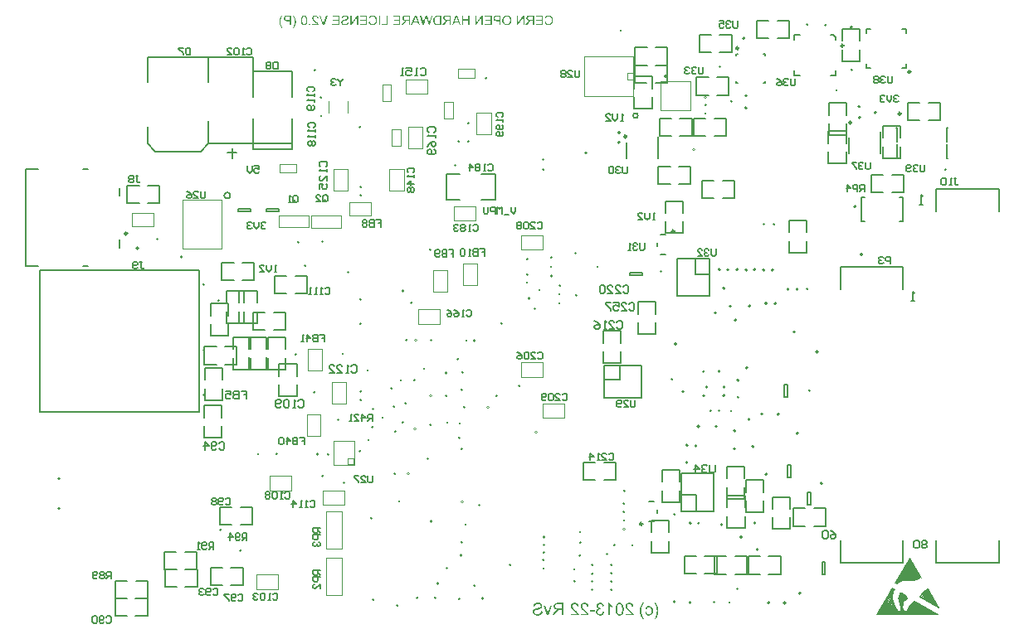
<source format=gbo>
G04 Layer_Color=32896*
%FSLAX43Y43*%
%MOMM*%
G71*
G01*
G75*
%ADD85C,0.152*%
%ADD86C,0.127*%
%ADD90C,0.200*%
%ADD92C,0.203*%
%ADD93C,0.250*%
%ADD95C,0.150*%
%ADD96C,0.254*%
%ADD198C,0.025*%
%ADD199C,0.100*%
%ADD200C,0.154*%
%ADD442C,0.064*%
%ADD443C,0.076*%
G36*
X143085Y162662D02*
X142949D01*
X142842Y162958D01*
X142433D01*
X142320Y162662D01*
X142174D01*
X142571Y163638D01*
X142712D01*
X143085Y162662D01*
D02*
G37*
G36*
X146234D02*
X145506D01*
Y162777D01*
X146105D01*
Y163110D01*
X145566D01*
Y163225D01*
X146105D01*
Y163523D01*
X145529D01*
Y163638D01*
X146234D01*
Y162662D01*
D02*
G37*
G36*
X147146D02*
X147016D01*
Y163058D01*
X146768D01*
X146731Y163059D01*
X146696Y163062D01*
X146665Y163065D01*
X146635Y163072D01*
X146610Y163078D01*
X146586Y163086D01*
X146566Y163093D01*
X146547Y163101D01*
X146531Y163109D01*
X146517Y163118D01*
X146506Y163124D01*
X146497Y163130D01*
X146491Y163137D01*
X146486Y163140D01*
X146483Y163143D01*
X146482Y163144D01*
X146468Y163161D01*
X146455Y163178D01*
X146445Y163196D01*
X146436Y163214D01*
X146427Y163232D01*
X146421Y163248D01*
X146412Y163283D01*
X146408Y163297D01*
X146406Y163311D01*
X146404Y163323D01*
X146403Y163335D01*
X146402Y163344D01*
Y163350D01*
Y163354D01*
Y163355D01*
X146403Y163382D01*
X146407Y163406D01*
X146412Y163429D01*
X146417Y163449D01*
X146422Y163466D01*
X146427Y163478D01*
X146430Y163482D01*
X146431Y163486D01*
X146432Y163487D01*
Y163488D01*
X146444Y163510D01*
X146456Y163529D01*
X146470Y163546D01*
X146483Y163558D01*
X146493Y163568D01*
X146503Y163576D01*
X146508Y163581D01*
X146511Y163582D01*
X146530Y163594D01*
X146550Y163604D01*
X146569Y163612D01*
X146588Y163618D01*
X146605Y163623D01*
X146619Y163626D01*
X146624Y163627D01*
X146627Y163628D01*
X146630D01*
X146651Y163632D01*
X146675Y163634D01*
X146700Y163636D01*
X146723Y163637D01*
X146745Y163638D01*
X147146D01*
Y162662D01*
D02*
G37*
G36*
X138916D02*
X138781D01*
X138674Y162958D01*
X138265D01*
X138152Y162662D01*
X138006D01*
X138403Y163638D01*
X138544D01*
X138916Y162662D01*
D02*
G37*
G36*
X141083D02*
X140731D01*
X140699Y162663D01*
X140669Y162664D01*
X140642Y162667D01*
X140619Y162670D01*
X140600Y162673D01*
X140593Y162674D01*
X140586Y162676D01*
X140581Y162677D01*
X140578D01*
X140576Y162678D01*
X140575D01*
X140551Y162684D01*
X140528Y162692D01*
X140508Y162701D01*
X140491Y162709D01*
X140477Y162715D01*
X140467Y162721D01*
X140461Y162725D01*
X140458Y162726D01*
X140440Y162740D01*
X140423Y162754D01*
X140407Y162770D01*
X140395Y162784D01*
X140383Y162796D01*
X140376Y162806D01*
X140369Y162813D01*
X140368Y162815D01*
X140354Y162837D01*
X140340Y162861D01*
X140329Y162885D01*
X140320Y162908D01*
X140312Y162927D01*
X140310Y162936D01*
X140307Y162944D01*
X140305Y162949D01*
X140303Y162954D01*
X140302Y162956D01*
Y162958D01*
X140293Y162991D01*
X140287Y163025D01*
X140282Y163058D01*
X140279Y163088D01*
X140278Y163102D01*
X140277Y163115D01*
Y163126D01*
X140275Y163135D01*
Y163144D01*
Y163149D01*
Y163153D01*
Y163154D01*
X140277Y163201D01*
X140282Y163246D01*
X140284Y163266D01*
X140288Y163285D01*
X140292Y163303D01*
X140294Y163319D01*
X140298Y163335D01*
X140302Y163347D01*
X140306Y163359D01*
X140308Y163369D01*
X140311Y163377D01*
X140313Y163382D01*
X140315Y163385D01*
Y163387D01*
X140330Y163424D01*
X140349Y163455D01*
X140368Y163485D01*
X140387Y163509D01*
X140396Y163519D01*
X140404Y163528D01*
X140411Y163535D01*
X140418Y163542D01*
X140423Y163547D01*
X140426Y163551D01*
X140429Y163552D01*
X140430Y163553D01*
X140453Y163571D01*
X140477Y163586D01*
X140501Y163598D01*
X140524Y163608D01*
X140543Y163614D01*
X140552Y163617D01*
X140560Y163619D01*
X140565Y163620D01*
X140570Y163622D01*
X140572Y163623D01*
X140574D01*
X140598Y163628D01*
X140626Y163632D01*
X140655Y163634D01*
X140683Y163637D01*
X140707D01*
X140719Y163638D01*
X141083D01*
Y162662D01*
D02*
G37*
G36*
X142067D02*
X141938D01*
Y163095D01*
X141770D01*
X141756Y163093D01*
X141743D01*
X141733Y163092D01*
X141726Y163091D01*
X141721D01*
X141718Y163090D01*
X141717D01*
X141695Y163082D01*
X141685Y163078D01*
X141676Y163073D01*
X141669Y163069D01*
X141663Y163065D01*
X141660Y163064D01*
X141658Y163063D01*
X141647Y163054D01*
X141635Y163045D01*
X141624Y163034D01*
X141614Y163022D01*
X141605Y163013D01*
X141599Y163005D01*
X141594Y162999D01*
X141592Y162997D01*
X141577Y162978D01*
X141562Y162956D01*
X141547Y162935D01*
X141531Y162913D01*
X141519Y162894D01*
X141512Y162885D01*
X141507Y162878D01*
X141503Y162872D01*
X141501Y162867D01*
X141498Y162865D01*
Y162864D01*
X141370Y162662D01*
X141207D01*
X141376Y162926D01*
X141395Y162954D01*
X141415Y162979D01*
X141432Y163002D01*
X141449Y163020D01*
X141464Y163035D01*
X141474Y163046D01*
X141482Y163053D01*
X141483Y163055D01*
X141484D01*
X141496Y163064D01*
X141507Y163073D01*
X141533Y163090D01*
X141544Y163096D01*
X141553Y163101D01*
X141559Y163104D01*
X141562Y163105D01*
X141536Y163109D01*
X141512Y163114D01*
X141491Y163120D01*
X141470Y163126D01*
X141451Y163134D01*
X141434Y163142D01*
X141418Y163149D01*
X141404Y163157D01*
X141393Y163165D01*
X141383Y163172D01*
X141374Y163178D01*
X141366Y163184D01*
X141361Y163189D01*
X141356Y163192D01*
X141355Y163194D01*
X141354Y163195D01*
X141342Y163209D01*
X141331Y163223D01*
X141322Y163238D01*
X141314Y163252D01*
X141303Y163281D01*
X141295Y163309D01*
X141290Y163333D01*
X141289Y163344D01*
X141288Y163352D01*
X141286Y163360D01*
Y163365D01*
Y163369D01*
Y163370D01*
X141288Y163399D01*
X141293Y163427D01*
X141299Y163453D01*
X141307Y163474D01*
X141314Y163492D01*
X141321Y163506D01*
X141323Y163511D01*
X141326Y163515D01*
X141327Y163516D01*
Y163518D01*
X141343Y163540D01*
X141361Y163561D01*
X141379Y163577D01*
X141397Y163590D01*
X141412Y163600D01*
X141425Y163606D01*
X141430Y163609D01*
X141434Y163610D01*
X141435Y163612D01*
X141436D01*
X141449Y163617D01*
X141464Y163620D01*
X141496Y163627D01*
X141529Y163632D01*
X141561Y163634D01*
X141576Y163636D01*
X141590Y163637D01*
X141601D01*
X141613Y163638D01*
X142067D01*
Y162662D01*
D02*
G37*
G36*
X150555D02*
X150425D01*
Y163095D01*
X150258D01*
X150244Y163093D01*
X150231D01*
X150221Y163092D01*
X150213Y163091D01*
X150208D01*
X150205Y163090D01*
X150204D01*
X150183Y163082D01*
X150172Y163078D01*
X150164Y163073D01*
X150156Y163069D01*
X150151Y163065D01*
X150147Y163064D01*
X150146Y163063D01*
X150134Y163054D01*
X150123Y163045D01*
X150111Y163034D01*
X150101Y163022D01*
X150092Y163013D01*
X150086Y163005D01*
X150081Y162999D01*
X150080Y162997D01*
X150064Y162978D01*
X150049Y162956D01*
X150034Y162935D01*
X150019Y162913D01*
X150006Y162894D01*
X150000Y162885D01*
X149995Y162878D01*
X149991Y162872D01*
X149988Y162867D01*
X149986Y162865D01*
Y162864D01*
X149857Y162662D01*
X149695D01*
X149864Y162926D01*
X149883Y162954D01*
X149902Y162979D01*
X149920Y163002D01*
X149936Y163020D01*
X149951Y163035D01*
X149962Y163046D01*
X149969Y163053D01*
X149970Y163055D01*
X149972D01*
X149983Y163064D01*
X149995Y163073D01*
X150020Y163090D01*
X150031Y163096D01*
X150040Y163101D01*
X150047Y163104D01*
X150049Y163105D01*
X150024Y163109D01*
X150000Y163114D01*
X149978Y163120D01*
X149958Y163126D01*
X149939Y163134D01*
X149921Y163142D01*
X149906Y163149D01*
X149892Y163157D01*
X149880Y163165D01*
X149870Y163172D01*
X149861Y163178D01*
X149854Y163184D01*
X149849Y163189D01*
X149843Y163192D01*
X149842Y163194D01*
X149841Y163195D01*
X149830Y163209D01*
X149818Y163223D01*
X149809Y163238D01*
X149802Y163252D01*
X149790Y163281D01*
X149783Y163309D01*
X149777Y163333D01*
X149776Y163344D01*
X149775Y163352D01*
X149774Y163360D01*
Y163365D01*
Y163369D01*
Y163370D01*
X149775Y163399D01*
X149780Y163427D01*
X149786Y163453D01*
X149794Y163474D01*
X149802Y163492D01*
X149808Y163506D01*
X149810Y163511D01*
X149813Y163515D01*
X149814Y163516D01*
Y163518D01*
X149831Y163540D01*
X149849Y163561D01*
X149866Y163577D01*
X149884Y163590D01*
X149899Y163600D01*
X149912Y163606D01*
X149917Y163609D01*
X149921Y163610D01*
X149922Y163612D01*
X149923D01*
X149936Y163617D01*
X149951Y163620D01*
X149983Y163627D01*
X150016Y163632D01*
X150048Y163634D01*
X150063Y163636D01*
X150077Y163637D01*
X150089D01*
X150100Y163638D01*
X150555D01*
Y162662D01*
D02*
G37*
G36*
X129135D02*
X129000D01*
X128619Y163638D01*
X128750D01*
X129014Y162928D01*
X129026Y162899D01*
X129036Y162870D01*
X129045Y162842D01*
X129052Y162818D01*
X129059Y162797D01*
X129061Y162790D01*
X129064Y162782D01*
X129065Y162776D01*
X129066Y162772D01*
X129068Y162770D01*
Y162768D01*
X129075Y162796D01*
X129084Y162825D01*
X129093Y162852D01*
X129101Y162876D01*
X129108Y162898D01*
X129111Y162907D01*
X129113Y162914D01*
X129116Y162919D01*
X129117Y162924D01*
X129118Y162927D01*
Y162928D01*
X129372Y163638D01*
X129513D01*
X129135Y162662D01*
D02*
G37*
G36*
X139931D02*
X139795D01*
X139590Y163405D01*
X139584Y163424D01*
X139579Y163443D01*
X139574Y163463D01*
X139569Y163481D01*
X139565Y163496D01*
X139563Y163509D01*
X139562Y163514D01*
Y163518D01*
X139560Y163519D01*
Y163520D01*
X139559Y163515D01*
X139558Y163509D01*
X139553Y163493D01*
X139548Y163474D01*
X139543Y163454D01*
X139537Y163435D01*
X139532Y163420D01*
X139531Y163413D01*
X139530Y163408D01*
X139529Y163406D01*
Y163405D01*
X139324Y162662D01*
X139198D01*
X138930Y163638D01*
X139061D01*
X139215Y163010D01*
X139225Y162966D01*
X139235Y162926D01*
X139243Y162890D01*
X139247Y162874D01*
X139250Y162858D01*
X139253Y162846D01*
X139255Y162833D01*
X139258Y162823D01*
X139259Y162814D01*
X139261Y162806D01*
X139262Y162801D01*
X139263Y162799D01*
Y162797D01*
X139273Y162858D01*
X139286Y162919D01*
X139292Y162949D01*
X139299Y162978D01*
X139305Y163005D01*
X139311Y163031D01*
X139316Y163054D01*
X139323Y163076D01*
X139328Y163096D01*
X139332Y163111D01*
X139336Y163125D01*
X139338Y163135D01*
X139339Y163140D01*
X139341Y163143D01*
X139479Y163638D01*
X139635D01*
X139821Y162978D01*
X139822Y162971D01*
X139824Y162963D01*
X139827Y162952D01*
X139831Y162940D01*
X139833Y162926D01*
X139837Y162911D01*
X139845Y162879D01*
X139852Y162848D01*
X139856Y162834D01*
X139859Y162823D01*
X139861Y162813D01*
X139864Y162804D01*
X139865Y162799D01*
Y162797D01*
X139871Y162834D01*
X139878Y162870D01*
X139885Y162904D01*
X139892Y162935D01*
X139894Y162947D01*
X139897Y162960D01*
X139899Y162970D01*
X139902Y162979D01*
X139903Y162987D01*
X139904Y162992D01*
X139906Y162996D01*
Y162997D01*
X140053Y163638D01*
X140186D01*
X139931Y162662D01*
D02*
G37*
G36*
X132597D02*
X132472D01*
Y163427D01*
X131961Y162662D01*
X131827D01*
Y163638D01*
X131952D01*
Y162871D01*
X132465Y163638D01*
X132597D01*
Y162662D01*
D02*
G37*
G36*
X151463D02*
X150735D01*
Y162777D01*
X151333D01*
Y163110D01*
X150795D01*
Y163225D01*
X151333D01*
Y163523D01*
X150758D01*
Y163638D01*
X151463D01*
Y162662D01*
D02*
G37*
G36*
X134115Y163652D02*
X134159Y163646D01*
X134200Y163636D01*
X134217Y163631D01*
X134235Y163626D01*
X134250Y163619D01*
X134264Y163614D01*
X134276Y163609D01*
X134286Y163604D01*
X134294Y163600D01*
X134300Y163598D01*
X134304Y163596D01*
X134305Y163595D01*
X134324Y163584D01*
X134343Y163571D01*
X134376Y163543D01*
X134405Y163515D01*
X134428Y163487D01*
X134438Y163473D01*
X134447Y163462D01*
X134455Y163450D01*
X134460Y163441D01*
X134465Y163434D01*
X134469Y163427D01*
X134470Y163424D01*
X134471Y163422D01*
X134482Y163401D01*
X134490Y163378D01*
X134504Y163333D01*
X134515Y163289D01*
X134518Y163267D01*
X134521Y163247D01*
X134523Y163228D01*
X134526Y163212D01*
X134527Y163196D01*
Y163182D01*
X134529Y163172D01*
Y163163D01*
Y163158D01*
Y163157D01*
X134526Y163106D01*
X134521Y163057D01*
X134517Y163035D01*
X134512Y163013D01*
X134508Y162993D01*
X134503Y162974D01*
X134498Y162956D01*
X134494Y162941D01*
X134489Y162928D01*
X134485Y162917D01*
X134483Y162908D01*
X134480Y162900D01*
X134478Y162897D01*
Y162895D01*
X134468Y162874D01*
X134456Y162852D01*
X134445Y162833D01*
X134432Y162815D01*
X134419Y162797D01*
X134407Y162782D01*
X134395Y162768D01*
X134383Y162757D01*
X134371Y162745D01*
X134361Y162735D01*
X134351Y162728D01*
X134343Y162721D01*
X134336Y162715D01*
X134330Y162711D01*
X134328Y162710D01*
X134327Y162709D01*
X134308Y162697D01*
X134287Y162688D01*
X134266Y162679D01*
X134244Y162672D01*
X134201Y162660D01*
X134160Y162653D01*
X134141Y162650D01*
X134125Y162649D01*
X134108Y162648D01*
X134095Y162646D01*
X134084Y162645D01*
X134069D01*
X134041Y162646D01*
X134014Y162649D01*
X133989Y162653D01*
X133965Y162658D01*
X133942Y162664D01*
X133920Y162672D01*
X133901Y162678D01*
X133882Y162687D01*
X133867Y162695D01*
X133853Y162701D01*
X133840Y162709D01*
X133830Y162715D01*
X133821Y162720D01*
X133816Y162724D01*
X133812Y162726D01*
X133811Y162728D01*
X133792Y162744D01*
X133774Y162762D01*
X133758Y162781D01*
X133744Y162801D01*
X133730Y162822D01*
X133718Y162841D01*
X133707Y162861D01*
X133698Y162880D01*
X133689Y162899D01*
X133683Y162916D01*
X133676Y162931D01*
X133671Y162944D01*
X133669Y162955D01*
X133666Y162964D01*
X133664Y162969D01*
Y162970D01*
X133793Y163003D01*
X133800Y162980D01*
X133806Y162960D01*
X133814Y162941D01*
X133821Y162922D01*
X133830Y162905D01*
X133838Y162890D01*
X133847Y162876D01*
X133855Y162865D01*
X133863Y162853D01*
X133871Y162844D01*
X133878Y162836D01*
X133883Y162829D01*
X133888Y162824D01*
X133892Y162820D01*
X133895Y162819D01*
X133896Y162818D01*
X133910Y162806D01*
X133925Y162797D01*
X133941Y162789D01*
X133957Y162782D01*
X133988Y162771D01*
X134017Y162763D01*
X134029Y162761D01*
X134042Y162759D01*
X134052Y162758D01*
X134062Y162757D01*
X134070Y162756D01*
X134080D01*
X134113Y162758D01*
X134144Y162763D01*
X134172Y162770D01*
X134197Y162778D01*
X134217Y162787D01*
X134226Y162791D01*
X134233Y162794D01*
X134239Y162797D01*
X134243Y162799D01*
X134245Y162801D01*
X134247D01*
X134273Y162820D01*
X134296Y162842D01*
X134315Y162865D01*
X134332Y162888D01*
X134344Y162908D01*
X134348Y162917D01*
X134352Y162924D01*
X134356Y162931D01*
X134358Y162936D01*
X134360Y162938D01*
Y162940D01*
X134371Y162975D01*
X134380Y163013D01*
X134386Y163049D01*
X134390Y163083D01*
X134393Y163098D01*
Y163112D01*
X134394Y163125D01*
X134395Y163137D01*
Y163145D01*
Y163152D01*
Y163156D01*
Y163157D01*
X134394Y163192D01*
X134390Y163227D01*
X134385Y163258D01*
X134380Y163288D01*
X134377Y163299D01*
X134375Y163311D01*
X134372Y163321D01*
X134370Y163330D01*
X134367Y163336D01*
X134366Y163341D01*
X134365Y163344D01*
Y163345D01*
X134352Y163378D01*
X134336Y163406D01*
X134318Y163431D01*
X134300Y163452D01*
X134285Y163468D01*
X134272Y163479D01*
X134267Y163485D01*
X134263Y163487D01*
X134261Y163490D01*
X134259D01*
X134244Y163500D01*
X134229Y163507D01*
X134197Y163521D01*
X134165Y163532D01*
X134136Y163538D01*
X134122Y163539D01*
X134109Y163542D01*
X134098Y163543D01*
X134089D01*
X134082Y163544D01*
X134070D01*
X134035Y163542D01*
X134003Y163537D01*
X133975Y163529D01*
X133951Y163520D01*
X133932Y163510D01*
X133924Y163506D01*
X133918Y163502D01*
X133913Y163500D01*
X133909Y163497D01*
X133908Y163495D01*
X133906D01*
X133895Y163485D01*
X133883Y163474D01*
X133863Y163450D01*
X133847Y163425D01*
X133833Y163399D01*
X133821Y163377D01*
X133817Y163366D01*
X133814Y163358D01*
X133811Y163350D01*
X133808Y163345D01*
X133807Y163341D01*
Y163340D01*
X133680Y163370D01*
X133688Y163394D01*
X133698Y163419D01*
X133708Y163440D01*
X133720Y163460D01*
X133731Y163478D01*
X133742Y163496D01*
X133754Y163511D01*
X133765Y163525D01*
X133777Y163538D01*
X133787Y163549D01*
X133797Y163558D01*
X133805Y163566D01*
X133811Y163572D01*
X133817Y163576D01*
X133820Y163579D01*
X133821Y163580D01*
X133840Y163593D01*
X133861Y163605D01*
X133881Y163614D01*
X133901Y163623D01*
X133923Y163631D01*
X133943Y163637D01*
X133981Y163646D01*
X133999Y163648D01*
X134015Y163651D01*
X134031Y163652D01*
X134043Y163653D01*
X134054Y163655D01*
X134092D01*
X134115Y163652D01*
D02*
G37*
G36*
X152075D02*
X152119Y163646D01*
X152160Y163636D01*
X152178Y163631D01*
X152196Y163626D01*
X152211Y163619D01*
X152225Y163614D01*
X152236Y163609D01*
X152246Y163604D01*
X152254Y163600D01*
X152260Y163598D01*
X152264Y163596D01*
X152265Y163595D01*
X152284Y163584D01*
X152303Y163571D01*
X152337Y163543D01*
X152366Y163515D01*
X152389Y163487D01*
X152399Y163473D01*
X152408Y163462D01*
X152415Y163450D01*
X152420Y163441D01*
X152425Y163434D01*
X152429Y163427D01*
X152430Y163424D01*
X152432Y163422D01*
X152442Y163401D01*
X152451Y163378D01*
X152465Y163333D01*
X152475Y163289D01*
X152479Y163267D01*
X152481Y163247D01*
X152484Y163228D01*
X152486Y163212D01*
X152488Y163196D01*
Y163182D01*
X152489Y163172D01*
Y163163D01*
Y163158D01*
Y163157D01*
X152486Y163106D01*
X152481Y163057D01*
X152477Y163035D01*
X152472Y163013D01*
X152469Y162993D01*
X152464Y162974D01*
X152458Y162956D01*
X152455Y162941D01*
X152450Y162928D01*
X152446Y162917D01*
X152443Y162908D01*
X152441Y162900D01*
X152438Y162897D01*
Y162895D01*
X152428Y162874D01*
X152417Y162852D01*
X152405Y162833D01*
X152392Y162815D01*
X152380Y162797D01*
X152367Y162782D01*
X152356Y162768D01*
X152343Y162757D01*
X152331Y162745D01*
X152321Y162735D01*
X152311Y162728D01*
X152303Y162721D01*
X152296Y162715D01*
X152291Y162711D01*
X152288Y162710D01*
X152287Y162709D01*
X152268Y162697D01*
X152248Y162688D01*
X152226Y162679D01*
X152204Y162672D01*
X152161Y162660D01*
X152121Y162653D01*
X152102Y162650D01*
X152085Y162649D01*
X152069Y162648D01*
X152056Y162646D01*
X152044Y162645D01*
X152029D01*
X152001Y162646D01*
X151975Y162649D01*
X151949Y162653D01*
X151925Y162658D01*
X151902Y162664D01*
X151881Y162672D01*
X151862Y162678D01*
X151842Y162687D01*
X151827Y162695D01*
X151813Y162701D01*
X151801Y162709D01*
X151790Y162715D01*
X151782Y162720D01*
X151776Y162724D01*
X151773Y162726D01*
X151771Y162728D01*
X151752Y162744D01*
X151735Y162762D01*
X151718Y162781D01*
X151704Y162801D01*
X151690Y162822D01*
X151679Y162841D01*
X151667Y162861D01*
X151658Y162880D01*
X151649Y162899D01*
X151643Y162916D01*
X151637Y162931D01*
X151632Y162944D01*
X151629Y162955D01*
X151627Y162964D01*
X151624Y162969D01*
Y162970D01*
X151754Y163003D01*
X151760Y162980D01*
X151766Y162960D01*
X151774Y162941D01*
X151782Y162922D01*
X151790Y162905D01*
X151798Y162890D01*
X151807Y162876D01*
X151816Y162865D01*
X151823Y162853D01*
X151831Y162844D01*
X151839Y162836D01*
X151844Y162829D01*
X151849Y162824D01*
X151853Y162820D01*
X151855Y162819D01*
X151856Y162818D01*
X151870Y162806D01*
X151886Y162797D01*
X151901Y162789D01*
X151917Y162782D01*
X151948Y162771D01*
X151977Y162763D01*
X151990Y162761D01*
X152002Y162759D01*
X152013Y162758D01*
X152023Y162757D01*
X152030Y162756D01*
X152041D01*
X152074Y162758D01*
X152104Y162763D01*
X152132Y162770D01*
X152157Y162778D01*
X152178Y162787D01*
X152187Y162791D01*
X152193Y162794D01*
X152199Y162797D01*
X152203Y162799D01*
X152206Y162801D01*
X152207D01*
X152234Y162820D01*
X152256Y162842D01*
X152276Y162865D01*
X152292Y162888D01*
X152305Y162908D01*
X152309Y162917D01*
X152312Y162924D01*
X152316Y162931D01*
X152319Y162936D01*
X152320Y162938D01*
Y162940D01*
X152331Y162975D01*
X152340Y163013D01*
X152347Y163049D01*
X152350Y163083D01*
X152353Y163098D01*
Y163112D01*
X152354Y163125D01*
X152356Y163137D01*
Y163145D01*
Y163152D01*
Y163156D01*
Y163157D01*
X152354Y163192D01*
X152350Y163227D01*
X152345Y163258D01*
X152340Y163288D01*
X152338Y163299D01*
X152335Y163311D01*
X152333Y163321D01*
X152330Y163330D01*
X152328Y163336D01*
X152326Y163341D01*
X152325Y163344D01*
Y163345D01*
X152312Y163378D01*
X152296Y163406D01*
X152278Y163431D01*
X152260Y163452D01*
X152245Y163468D01*
X152232Y163479D01*
X152227Y163485D01*
X152223Y163487D01*
X152221Y163490D01*
X152220D01*
X152204Y163500D01*
X152189Y163507D01*
X152157Y163521D01*
X152126Y163532D01*
X152096Y163538D01*
X152083Y163539D01*
X152070Y163542D01*
X152058Y163543D01*
X152049D01*
X152042Y163544D01*
X152030D01*
X151995Y163542D01*
X151963Y163537D01*
X151935Y163529D01*
X151911Y163520D01*
X151892Y163510D01*
X151884Y163506D01*
X151878Y163502D01*
X151873Y163500D01*
X151869Y163497D01*
X151868Y163495D01*
X151867D01*
X151855Y163485D01*
X151844Y163474D01*
X151823Y163450D01*
X151807Y163425D01*
X151793Y163399D01*
X151782Y163377D01*
X151778Y163366D01*
X151774Y163358D01*
X151771Y163350D01*
X151769Y163345D01*
X151768Y163341D01*
Y163340D01*
X151641Y163370D01*
X151648Y163394D01*
X151658Y163419D01*
X151668Y163440D01*
X151680Y163460D01*
X151691Y163478D01*
X151703Y163496D01*
X151714Y163511D01*
X151726Y163525D01*
X151737Y163538D01*
X151747Y163549D01*
X151757Y163558D01*
X151765Y163566D01*
X151771Y163572D01*
X151778Y163576D01*
X151780Y163579D01*
X151782Y163580D01*
X151801Y163593D01*
X151821Y163605D01*
X151841Y163614D01*
X151862Y163623D01*
X151883Y163631D01*
X151903Y163637D01*
X151942Y163646D01*
X151959Y163648D01*
X151976Y163651D01*
X151991Y163652D01*
X152004Y163653D01*
X152014Y163655D01*
X152052D01*
X152075Y163652D01*
D02*
G37*
G36*
X131309Y163653D02*
X131343Y163650D01*
X131374Y163643D01*
X131401Y163638D01*
X131412Y163634D01*
X131422Y163632D01*
X131431Y163628D01*
X131439Y163626D01*
X131445Y163624D01*
X131449Y163622D01*
X131451Y163620D01*
X131453D01*
X131481Y163606D01*
X131506Y163591D01*
X131526Y163575D01*
X131544Y163559D01*
X131557Y163546D01*
X131567Y163533D01*
X131572Y163525D01*
X131575Y163524D01*
Y163523D01*
X131589Y163499D01*
X131599Y163474D01*
X131606Y163452D01*
X131611Y163430D01*
X131614Y163411D01*
X131615Y163397D01*
X131616Y163392D01*
Y163388D01*
Y163385D01*
Y163384D01*
X131615Y163360D01*
X131611Y163337D01*
X131606Y163316D01*
X131600Y163298D01*
X131594Y163283D01*
X131589Y163272D01*
X131585Y163265D01*
X131583Y163264D01*
Y163262D01*
X131569Y163243D01*
X131553Y163225D01*
X131535Y163210D01*
X131519Y163198D01*
X131503Y163186D01*
X131491Y163178D01*
X131486Y163176D01*
X131482Y163173D01*
X131481Y163172D01*
X131479D01*
X131468Y163167D01*
X131455Y163161D01*
X131427Y163151D01*
X131395Y163139D01*
X131365Y163130D01*
X131336Y163121D01*
X131324Y163119D01*
X131313Y163115D01*
X131304Y163114D01*
X131298Y163111D01*
X131293Y163110D01*
X131291D01*
X131267Y163104D01*
X131246Y163098D01*
X131225Y163093D01*
X131208Y163090D01*
X131191Y163085D01*
X131177Y163081D01*
X131164Y163078D01*
X131154Y163074D01*
X131144Y163072D01*
X131136Y163069D01*
X131130Y163068D01*
X131125Y163065D01*
X131120Y163064D01*
X131117Y163063D01*
X131096Y163054D01*
X131078Y163044D01*
X131063Y163035D01*
X131050Y163026D01*
X131041Y163018D01*
X131035Y163012D01*
X131031Y163007D01*
X131030Y163006D01*
X131021Y162993D01*
X131013Y162979D01*
X131008Y162965D01*
X131006Y162952D01*
X131003Y162942D01*
X131002Y162933D01*
Y162928D01*
Y162926D01*
X131003Y162909D01*
X131006Y162894D01*
X131011Y162880D01*
X131016Y162867D01*
X131021Y162857D01*
X131026Y162848D01*
X131028Y162843D01*
X131030Y162842D01*
X131041Y162828D01*
X131055Y162817D01*
X131069Y162806D01*
X131083Y162797D01*
X131096Y162791D01*
X131106Y162786D01*
X131112Y162784D01*
X131114Y162782D01*
X131115D01*
X131136Y162775D01*
X131158Y162770D01*
X131181Y162766D01*
X131200Y162763D01*
X131218Y162762D01*
X131232Y162761D01*
X131244D01*
X131275Y162762D01*
X131303Y162764D01*
X131328Y162770D01*
X131350Y162775D01*
X131369Y162780D01*
X131376Y162782D01*
X131383Y162785D01*
X131388Y162786D01*
X131392Y162787D01*
X131393Y162789D01*
X131394D01*
X131417Y162800D01*
X131437Y162813D01*
X131454Y162825D01*
X131468Y162838D01*
X131478Y162848D01*
X131486Y162857D01*
X131491Y162862D01*
X131492Y162865D01*
X131502Y162884D01*
X131511Y162904D01*
X131519Y162924D01*
X131524Y162944D01*
X131528Y162961D01*
X131530Y162974D01*
Y162979D01*
X131531Y162983D01*
Y162985D01*
Y162987D01*
X131653Y162977D01*
X131651Y162941D01*
X131644Y162907D01*
X131635Y162878D01*
X131625Y162851D01*
X131620Y162839D01*
X131616Y162829D01*
X131611Y162822D01*
X131608Y162814D01*
X131605Y162808D01*
X131602Y162804D01*
X131600Y162801D01*
Y162800D01*
X131580Y162773D01*
X131557Y162749D01*
X131534Y162729D01*
X131511Y162712D01*
X131491Y162700D01*
X131482Y162695D01*
X131475Y162691D01*
X131469Y162687D01*
X131464Y162684D01*
X131462Y162683D01*
X131460D01*
X131425Y162670D01*
X131388Y162662D01*
X131350Y162654D01*
X131315Y162650D01*
X131299Y162649D01*
X131285Y162648D01*
X131271Y162646D01*
X131260D01*
X131251Y162645D01*
X131238D01*
X131200Y162646D01*
X131164Y162651D01*
X131133Y162658D01*
X131106Y162664D01*
X131093Y162668D01*
X131083Y162672D01*
X131074Y162674D01*
X131065Y162677D01*
X131060Y162679D01*
X131055Y162682D01*
X131053Y162683D01*
X131051D01*
X131022Y162698D01*
X130995Y162716D01*
X130974Y162734D01*
X130956Y162751D01*
X130942Y162766D01*
X130931Y162778D01*
X130928Y162784D01*
X130926Y162787D01*
X130923Y162789D01*
Y162790D01*
X130908Y162815D01*
X130896Y162842D01*
X130889Y162866D01*
X130882Y162889D01*
X130880Y162908D01*
X130879Y162916D01*
Y162923D01*
X130877Y162928D01*
Y162932D01*
Y162935D01*
Y162936D01*
X130879Y162965D01*
X130884Y162991D01*
X130890Y163015D01*
X130898Y163035D01*
X130907Y163051D01*
X130913Y163064D01*
X130915Y163068D01*
X130918Y163072D01*
X130919Y163073D01*
Y163074D01*
X130936Y163096D01*
X130956Y163116D01*
X130976Y163133D01*
X130997Y163148D01*
X131016Y163159D01*
X131031Y163167D01*
X131037Y163171D01*
X131041Y163173D01*
X131044Y163175D01*
X131045D01*
X131056Y163180D01*
X131070Y163185D01*
X131087Y163190D01*
X131103Y163196D01*
X131139Y163206D01*
X131174Y163215D01*
X131192Y163220D01*
X131208Y163224D01*
X131223Y163228D01*
X131235Y163231D01*
X131246Y163233D01*
X131255Y163236D01*
X131260Y163237D01*
X131261D01*
X131289Y163243D01*
X131314Y163250D01*
X131337Y163256D01*
X131357Y163262D01*
X131375Y163269D01*
X131390Y163274D01*
X131404Y163280D01*
X131417Y163285D01*
X131426Y163289D01*
X131435Y163293D01*
X131441Y163297D01*
X131446Y163300D01*
X131450Y163302D01*
X131453Y163304D01*
X131455Y163305D01*
X131468Y163319D01*
X131477Y163333D01*
X131483Y163347D01*
X131487Y163361D01*
X131489Y163374D01*
X131492Y163383D01*
Y163389D01*
Y163392D01*
X131489Y163413D01*
X131483Y163434D01*
X131475Y163452D01*
X131465Y163467D01*
X131455Y163479D01*
X131448Y163488D01*
X131441Y163493D01*
X131439Y163496D01*
X131428Y163504D01*
X131416Y163510D01*
X131389Y163521D01*
X131361Y163529D01*
X131333Y163534D01*
X131308Y163537D01*
X131298Y163538D01*
X131288Y163539D01*
X131248D01*
X131229Y163537D01*
X131211Y163535D01*
X131195Y163532D01*
X131180Y163528D01*
X131166Y163524D01*
X131153Y163520D01*
X131141Y163516D01*
X131133Y163511D01*
X131124Y163507D01*
X131116Y163504D01*
X131110Y163500D01*
X131106Y163496D01*
X131102Y163495D01*
X131100Y163492D01*
X131079Y163473D01*
X131064Y163450D01*
X131053Y163427D01*
X131044Y163406D01*
X131037Y163385D01*
X131035Y163377D01*
X131034Y163369D01*
X131032Y163363D01*
X131031Y163358D01*
Y163355D01*
Y163354D01*
X130907Y163363D01*
X130909Y163393D01*
X130915Y163422D01*
X130923Y163448D01*
X130932Y163471D01*
X130941Y163490D01*
X130945Y163497D01*
X130947Y163504D01*
X130951Y163509D01*
X130952Y163512D01*
X130955Y163514D01*
Y163515D01*
X130973Y163539D01*
X130994Y163561D01*
X131014Y163579D01*
X131036Y163593D01*
X131054Y163604D01*
X131069Y163613D01*
X131075Y163615D01*
X131079Y163618D01*
X131082Y163619D01*
X131083D01*
X131115Y163631D01*
X131148Y163639D01*
X131180Y163646D01*
X131209Y163651D01*
X131223Y163652D01*
X131235Y163653D01*
X131246D01*
X131256Y163655D01*
X131274D01*
X131309Y163653D01*
D02*
G37*
G36*
X147817D02*
X147852Y163648D01*
X147886Y163642D01*
X147918Y163633D01*
X147949Y163623D01*
X147977Y163612D01*
X148002Y163599D01*
X148025Y163586D01*
X148045Y163572D01*
X148064Y163561D01*
X148079Y163548D01*
X148092Y163538D01*
X148102Y163529D01*
X148110Y163523D01*
X148115Y163518D01*
X148116Y163516D01*
X148139Y163490D01*
X148159Y163460D01*
X148176Y163430D01*
X148191Y163399D01*
X148204Y163368D01*
X148214Y163336D01*
X148223Y163305D01*
X148229Y163275D01*
X148234Y163247D01*
X148239Y163220D01*
X148242Y163198D01*
X148243Y163177D01*
X148245Y163159D01*
X148246Y163147D01*
Y163143D01*
Y163139D01*
Y163138D01*
Y163137D01*
X148245Y163112D01*
X148243Y163090D01*
X148237Y163044D01*
X148228Y163003D01*
X148223Y162984D01*
X148218Y162966D01*
X148213Y162951D01*
X148208Y162936D01*
X148203Y162923D01*
X148199Y162913D01*
X148195Y162904D01*
X148192Y162898D01*
X148190Y162894D01*
Y162893D01*
X148167Y162852D01*
X148140Y162815D01*
X148128Y162800D01*
X148114Y162785D01*
X148100Y162771D01*
X148087Y162758D01*
X148074Y162748D01*
X148063Y162738D01*
X148053Y162730D01*
X148044Y162724D01*
X148036Y162717D01*
X148031Y162714D01*
X148027Y162712D01*
X148026Y162711D01*
X148006Y162700D01*
X147984Y162690D01*
X147964Y162681D01*
X147942Y162673D01*
X147900Y162662D01*
X147862Y162654D01*
X147845Y162650D01*
X147829Y162649D01*
X147815Y162648D01*
X147803Y162646D01*
X147794Y162645D01*
X147780D01*
X147756Y162646D01*
X147733Y162648D01*
X147690Y162654D01*
X147649Y162664D01*
X147631Y162669D01*
X147613Y162676D01*
X147598Y162681D01*
X147584Y162686D01*
X147573Y162691D01*
X147563Y162696D01*
X147555Y162700D01*
X147549Y162702D01*
X147545Y162705D01*
X147544D01*
X147523Y162716D01*
X147504Y162729D01*
X147470Y162758D01*
X147441Y162787D01*
X147428Y162801D01*
X147417Y162815D01*
X147406Y162829D01*
X147397Y162841D01*
X147391Y162852D01*
X147385Y162862D01*
X147380Y162870D01*
X147376Y162876D01*
X147375Y162880D01*
X147373Y162881D01*
X147363Y162904D01*
X147353Y162927D01*
X147338Y162973D01*
X147328Y163017D01*
X147324Y163039D01*
X147320Y163059D01*
X147317Y163078D01*
X147315Y163095D01*
X147314Y163110D01*
Y163123D01*
X147312Y163134D01*
Y163142D01*
Y163147D01*
Y163148D01*
Y163175D01*
X147315Y163201D01*
X147321Y163251D01*
X147325Y163274D01*
X147330Y163295D01*
X147335Y163316D01*
X147340Y163333D01*
X147347Y163350D01*
X147352Y163365D01*
X147357Y163378D01*
X147361Y163389D01*
X147364Y163398D01*
X147367Y163405D01*
X147368Y163408D01*
X147370Y163410D01*
X147394Y163450D01*
X147406Y163469D01*
X147419Y163487D01*
X147433Y163502D01*
X147447Y163518D01*
X147461Y163532D01*
X147474Y163543D01*
X147486Y163554D01*
X147498Y163563D01*
X147509Y163571D01*
X147518Y163579D01*
X147526Y163584D01*
X147531Y163587D01*
X147535Y163589D01*
X147536Y163590D01*
X147556Y163601D01*
X147578Y163612D01*
X147598Y163620D01*
X147620Y163628D01*
X147660Y163639D01*
X147697Y163647D01*
X147715Y163650D01*
X147730Y163651D01*
X147744Y163652D01*
X147756Y163653D01*
X147766Y163655D01*
X147778D01*
X147817Y163653D01*
D02*
G37*
G36*
X125776Y162662D02*
X125646D01*
Y163058D01*
X125397D01*
X125360Y163059D01*
X125326Y163062D01*
X125294Y163065D01*
X125265Y163072D01*
X125240Y163078D01*
X125216Y163086D01*
X125195Y163093D01*
X125176Y163101D01*
X125161Y163109D01*
X125147Y163118D01*
X125136Y163124D01*
X125127Y163130D01*
X125120Y163137D01*
X125115Y163140D01*
X125113Y163143D01*
X125112Y163144D01*
X125098Y163161D01*
X125085Y163178D01*
X125075Y163196D01*
X125066Y163214D01*
X125057Y163232D01*
X125051Y163248D01*
X125042Y163283D01*
X125038Y163297D01*
X125035Y163311D01*
X125034Y163323D01*
X125033Y163335D01*
X125032Y163344D01*
Y163350D01*
Y163354D01*
Y163355D01*
X125033Y163382D01*
X125037Y163406D01*
X125042Y163429D01*
X125047Y163449D01*
X125052Y163466D01*
X125057Y163478D01*
X125059Y163482D01*
X125061Y163486D01*
X125062Y163487D01*
Y163488D01*
X125073Y163510D01*
X125086Y163529D01*
X125100Y163546D01*
X125113Y163558D01*
X125123Y163568D01*
X125133Y163576D01*
X125138Y163581D01*
X125141Y163582D01*
X125160Y163594D01*
X125180Y163604D01*
X125199Y163612D01*
X125218Y163618D01*
X125235Y163623D01*
X125249Y163626D01*
X125254Y163627D01*
X125256Y163628D01*
X125260D01*
X125280Y163632D01*
X125305Y163634D01*
X125330Y163636D01*
X125353Y163637D01*
X125374Y163638D01*
X125776D01*
Y162662D01*
D02*
G37*
G36*
X124874Y163629D02*
X124861Y163605D01*
X124849Y163584D01*
X124838Y163565D01*
X124828Y163546D01*
X124819Y163529D01*
X124812Y163515D01*
X124805Y163501D01*
X124799Y163490D01*
X124795Y163481D01*
X124791Y163472D01*
X124788Y163466D01*
X124785Y163460D01*
X124784Y163457D01*
X124783Y163455D01*
Y163454D01*
X124769Y163420D01*
X124756Y163385D01*
X124744Y163354D01*
X124736Y163325D01*
X124732Y163311D01*
X124728Y163299D01*
X124725Y163289D01*
X124723Y163280D01*
X124722Y163272D01*
X124720Y163267D01*
X124719Y163264D01*
Y163262D01*
X124709Y163217D01*
X124703Y163172D01*
X124697Y163130D01*
X124695Y163110D01*
X124694Y163092D01*
X124692Y163076D01*
X124691Y163060D01*
Y163048D01*
X124690Y163036D01*
Y163027D01*
Y163020D01*
Y163016D01*
Y163015D01*
X124692Y162955D01*
X124699Y162895D01*
X124708Y162837D01*
X124720Y162780D01*
X124736Y162724D01*
X124753Y162670D01*
X124771Y162621D01*
X124789Y162574D01*
X124808Y162531D01*
X124826Y162493D01*
X124835Y162475D01*
X124844Y162458D01*
X124851Y162443D01*
X124858Y162429D01*
X124865Y162416D01*
X124870Y162406D01*
X124877Y162396D01*
X124880Y162389D01*
X124884Y162382D01*
X124887Y162378D01*
X124889Y162376D01*
Y162375D01*
X124803D01*
X124767Y162423D01*
X124736Y162474D01*
X124708Y162522D01*
X124695Y162546D01*
X124684Y162568D01*
X124672Y162588D01*
X124663Y162607D01*
X124656Y162625D01*
X124649Y162639D01*
X124643Y162650D01*
X124639Y162659D01*
X124638Y162665D01*
X124637Y162667D01*
X124624Y162698D01*
X124614Y162730D01*
X124604Y162761D01*
X124596Y162792D01*
X124590Y162822D01*
X124583Y162851D01*
X124579Y162878D01*
X124576Y162904D01*
X124573Y162927D01*
X124570Y162949D01*
X124569Y162968D01*
X124568Y162984D01*
X124567Y162997D01*
Y163007D01*
Y163012D01*
Y163015D01*
X124569Y163073D01*
X124574Y163129D01*
X124578Y163156D01*
X124583Y163181D01*
X124588Y163204D01*
X124592Y163225D01*
X124597Y163246D01*
X124602Y163264D01*
X124606Y163280D01*
X124611Y163293D01*
X124614Y163304D01*
X124616Y163312D01*
X124619Y163317D01*
Y163318D01*
X124630Y163350D01*
X124644Y163382D01*
X124672Y163443D01*
X124687Y163471D01*
X124704Y163499D01*
X124718Y163525D01*
X124733Y163549D01*
X124747Y163572D01*
X124760Y163593D01*
X124772Y163610D01*
X124783Y163626D01*
X124791Y163638D01*
X124798Y163647D01*
X124802Y163653D01*
X124803Y163655D01*
X124889D01*
X124874Y163629D01*
D02*
G37*
G36*
X126040Y163623D02*
X126061Y163593D01*
X126081Y163562D01*
X126100Y163532D01*
X126116Y163502D01*
X126131Y163474D01*
X126144Y163448D01*
X126157Y163424D01*
X126168Y163401D01*
X126177Y163380D01*
X126185Y163363D01*
X126191Y163347D01*
X126196Y163335D01*
X126200Y163326D01*
X126201Y163321D01*
X126202Y163318D01*
X126219Y163264D01*
X126232Y163210D01*
X126241Y163158D01*
X126244Y163134D01*
X126247Y163112D01*
X126249Y163091D01*
X126251Y163073D01*
X126252Y163057D01*
Y163041D01*
X126253Y163030D01*
Y163022D01*
Y163016D01*
Y163015D01*
X126252Y162982D01*
X126251Y162947D01*
X126243Y162884D01*
X126238Y162855D01*
X126232Y162825D01*
X126225Y162799D01*
X126219Y162773D01*
X126214Y162751D01*
X126208Y162729D01*
X126201Y162711D01*
X126196Y162696D01*
X126192Y162683D01*
X126188Y162674D01*
X126187Y162669D01*
X126186Y162667D01*
X126159Y162607D01*
X126145Y162578D01*
X126130Y162551D01*
X126116Y162526D01*
X126102Y162502D01*
X126088Y162479D01*
X126075Y162458D01*
X126064Y162439D01*
X126053Y162423D01*
X126042Y162409D01*
X126034Y162397D01*
X126027Y162387D01*
X126021Y162381D01*
X126018Y162376D01*
X126017Y162375D01*
X125931D01*
X125966Y162434D01*
X125997Y162494D01*
X126023Y162552D01*
X126046Y162610D01*
X126065Y162664D01*
X126082Y162717D01*
X126094Y162767D01*
X126105Y162814D01*
X126114Y162857D01*
X126120Y162897D01*
X126122Y162914D01*
X126124Y162931D01*
X126125Y162946D01*
X126128Y162960D01*
Y162971D01*
X126129Y162983D01*
Y162992D01*
X126130Y163001D01*
Y163007D01*
Y163011D01*
Y163013D01*
Y163015D01*
X126129Y163062D01*
X126126Y163107D01*
X126121Y163149D01*
X126119Y163168D01*
X126116Y163187D01*
X126114Y163204D01*
X126111Y163219D01*
X126108Y163232D01*
X126106Y163243D01*
X126105Y163252D01*
X126103Y163260D01*
X126102Y163264D01*
Y163265D01*
X126093Y163302D01*
X126083Y163337D01*
X126072Y163369D01*
X126061Y163398D01*
X126056Y163411D01*
X126053Y163422D01*
X126049Y163432D01*
X126045Y163440D01*
X126042Y163448D01*
X126040Y163453D01*
X126039Y163455D01*
Y163457D01*
X126034Y163468D01*
X126026Y163482D01*
X126011Y163512D01*
X125993Y163546D01*
X125975Y163577D01*
X125966Y163593D01*
X125957Y163608D01*
X125950Y163620D01*
X125943Y163632D01*
X125938Y163642D01*
X125934Y163648D01*
X125932Y163653D01*
X125931Y163655D01*
X126017D01*
X126040Y163623D01*
D02*
G37*
G36*
X127136Y163639D02*
X127170Y163633D01*
X127201Y163624D01*
X127226Y163614D01*
X127237Y163608D01*
X127246Y163603D01*
X127255Y163598D01*
X127262Y163594D01*
X127267Y163590D01*
X127271Y163587D01*
X127273Y163586D01*
X127274Y163585D01*
X127298Y163562D01*
X127320Y163535D01*
X127338Y163507D01*
X127353Y163482D01*
X127364Y163458D01*
X127370Y163448D01*
X127373Y163439D01*
X127376Y163431D01*
X127378Y163426D01*
X127380Y163422D01*
Y163421D01*
X127386Y163401D01*
X127391Y163379D01*
X127400Y163333D01*
X127406Y163286D01*
X127410Y163242D01*
X127413Y163222D01*
Y163203D01*
X127414Y163186D01*
X127415Y163172D01*
Y163159D01*
Y163151D01*
Y163145D01*
Y163143D01*
X127414Y163093D01*
X127411Y163046D01*
X127406Y163005D01*
X127400Y162965D01*
X127394Y162928D01*
X127385Y162897D01*
X127376Y162867D01*
X127367Y162841D01*
X127358Y162818D01*
X127351Y162799D01*
X127342Y162782D01*
X127335Y162768D01*
X127329Y162758D01*
X127324Y162752D01*
X127321Y162747D01*
X127320Y162745D01*
X127304Y162728D01*
X127287Y162712D01*
X127269Y162698D01*
X127251Y162687D01*
X127232Y162678D01*
X127213Y162669D01*
X127196Y162663D01*
X127178Y162658D01*
X127161Y162654D01*
X127146Y162650D01*
X127133Y162648D01*
X127121Y162646D01*
X127112D01*
X127104Y162645D01*
X127098D01*
X127079Y162646D01*
X127060Y162648D01*
X127025Y162654D01*
X126995Y162663D01*
X126970Y162674D01*
X126958Y162679D01*
X126949Y162684D01*
X126940Y162690D01*
X126934Y162693D01*
X126929Y162697D01*
X126924Y162700D01*
X126923Y162702D01*
X126921D01*
X126896Y162725D01*
X126874Y162752D01*
X126856Y162778D01*
X126841Y162805D01*
X126830Y162828D01*
X126825Y162838D01*
X126821Y162847D01*
X126818Y162855D01*
X126816Y162860D01*
X126815Y162864D01*
Y162865D01*
X126808Y162885D01*
X126803Y162907D01*
X126794Y162952D01*
X126788Y162999D01*
X126783Y163044D01*
X126782Y163064D01*
X126780Y163083D01*
Y163100D01*
X126779Y163114D01*
Y163126D01*
Y163135D01*
Y163140D01*
Y163143D01*
Y163170D01*
X126780Y163195D01*
X126782Y163218D01*
X126783Y163239D01*
X126784Y163261D01*
X126787Y163279D01*
X126788Y163297D01*
X126790Y163312D01*
X126793Y163326D01*
X126794Y163339D01*
X126797Y163349D01*
X126798Y163358D01*
X126799Y163364D01*
X126801Y163369D01*
X126802Y163372D01*
Y163373D01*
X126811Y163403D01*
X126820Y163432D01*
X126830Y163457D01*
X126840Y163478D01*
X126849Y163496D01*
X126855Y163509D01*
X126858Y163512D01*
X126860Y163516D01*
X126862Y163518D01*
Y163519D01*
X126877Y163540D01*
X126893Y163558D01*
X126910Y163573D01*
X126925Y163587D01*
X126939Y163598D01*
X126949Y163604D01*
X126957Y163609D01*
X126958Y163610D01*
X126959D01*
X126982Y163620D01*
X127006Y163628D01*
X127029Y163634D01*
X127051Y163638D01*
X127070Y163641D01*
X127077D01*
X127085Y163642D01*
X127117D01*
X127136Y163639D01*
D02*
G37*
G36*
X127726Y162662D02*
X127589D01*
Y162799D01*
X127726D01*
Y162662D01*
D02*
G37*
G36*
X135632D02*
X135023D01*
Y162777D01*
X135503D01*
Y163638D01*
X135632D01*
Y162662D01*
D02*
G37*
G36*
X136912D02*
X136185D01*
Y162777D01*
X136783D01*
Y163110D01*
X136244D01*
Y163225D01*
X136783D01*
Y163523D01*
X136208D01*
Y163638D01*
X136912D01*
Y162662D01*
D02*
G37*
G36*
X137899D02*
X137770D01*
Y163095D01*
X137602D01*
X137588Y163093D01*
X137575D01*
X137565Y163092D01*
X137558Y163091D01*
X137552D01*
X137550Y163090D01*
X137549D01*
X137527Y163082D01*
X137517Y163078D01*
X137508Y163073D01*
X137500Y163069D01*
X137495Y163065D01*
X137491Y163064D01*
X137490Y163063D01*
X137479Y163054D01*
X137467Y163045D01*
X137456Y163034D01*
X137446Y163022D01*
X137437Y163013D01*
X137431Y163005D01*
X137425Y162999D01*
X137424Y162997D01*
X137409Y162978D01*
X137394Y162956D01*
X137378Y162935D01*
X137363Y162913D01*
X137350Y162894D01*
X137344Y162885D01*
X137339Y162878D01*
X137335Y162872D01*
X137333Y162867D01*
X137330Y162865D01*
Y162864D01*
X137202Y162662D01*
X137039D01*
X137208Y162926D01*
X137227Y162954D01*
X137246Y162979D01*
X137264Y163002D01*
X137281Y163020D01*
X137296Y163035D01*
X137306Y163046D01*
X137314Y163053D01*
X137315Y163055D01*
X137316D01*
X137328Y163064D01*
X137339Y163073D01*
X137364Y163090D01*
X137376Y163096D01*
X137385Y163101D01*
X137391Y163104D01*
X137394Y163105D01*
X137368Y163109D01*
X137344Y163114D01*
X137323Y163120D01*
X137302Y163126D01*
X137283Y163134D01*
X137265Y163142D01*
X137250Y163149D01*
X137236Y163157D01*
X137225Y163165D01*
X137215Y163172D01*
X137206Y163178D01*
X137198Y163184D01*
X137193Y163189D01*
X137188Y163192D01*
X137187Y163194D01*
X137185Y163195D01*
X137174Y163209D01*
X137163Y163223D01*
X137154Y163238D01*
X137146Y163252D01*
X137135Y163281D01*
X137127Y163309D01*
X137122Y163333D01*
X137121Y163344D01*
X137119Y163352D01*
X137118Y163360D01*
Y163365D01*
Y163369D01*
Y163370D01*
X137119Y163399D01*
X137124Y163427D01*
X137131Y163453D01*
X137138Y163474D01*
X137146Y163492D01*
X137152Y163506D01*
X137155Y163511D01*
X137157Y163515D01*
X137159Y163516D01*
Y163518D01*
X137175Y163540D01*
X137193Y163561D01*
X137211Y163577D01*
X137229Y163590D01*
X137244Y163600D01*
X137257Y163606D01*
X137262Y163609D01*
X137265Y163610D01*
X137267Y163612D01*
X137268D01*
X137281Y163617D01*
X137296Y163620D01*
X137328Y163627D01*
X137361Y163632D01*
X137392Y163634D01*
X137408Y163636D01*
X137422Y163637D01*
X137433D01*
X137444Y163638D01*
X137899D01*
Y162662D01*
D02*
G37*
G36*
X130698D02*
X129971D01*
Y162777D01*
X130569D01*
Y163110D01*
X130030D01*
Y163225D01*
X130569D01*
Y163523D01*
X129993D01*
Y163638D01*
X130698D01*
Y162662D01*
D02*
G37*
G36*
X133502D02*
X132775D01*
Y162777D01*
X133373D01*
Y163110D01*
X132834D01*
Y163225D01*
X133373D01*
Y163523D01*
X132798D01*
Y163638D01*
X133502D01*
Y162662D01*
D02*
G37*
G36*
X134847D02*
X134718D01*
Y163638D01*
X134847D01*
Y162662D01*
D02*
G37*
G36*
X159333Y103645D02*
X159378Y103637D01*
X159418Y103625D01*
X159452Y103612D01*
X159467Y103603D01*
X159478Y103597D01*
X159490Y103590D01*
X159498Y103585D01*
X159505Y103580D01*
X159510Y103577D01*
X159513Y103575D01*
X159515Y103573D01*
X159547Y103543D01*
X159575Y103508D01*
X159598Y103472D01*
X159618Y103438D01*
X159633Y103407D01*
X159640Y103393D01*
X159645Y103382D01*
X159648Y103372D01*
X159652Y103365D01*
X159653Y103360D01*
Y103358D01*
X159662Y103332D01*
X159668Y103303D01*
X159680Y103243D01*
X159688Y103182D01*
X159693Y103123D01*
X159697Y103097D01*
Y103072D01*
X159698Y103050D01*
X159700Y103032D01*
Y103015D01*
Y103004D01*
Y102997D01*
Y102993D01*
X159698Y102929D01*
X159695Y102867D01*
X159688Y102812D01*
X159680Y102760D01*
X159672Y102712D01*
X159660Y102670D01*
X159648Y102632D01*
X159637Y102597D01*
X159625Y102567D01*
X159615Y102542D01*
X159603Y102520D01*
X159595Y102502D01*
X159587Y102489D01*
X159580Y102480D01*
X159577Y102474D01*
X159575Y102472D01*
X159553Y102449D01*
X159532Y102429D01*
X159508Y102410D01*
X159485Y102395D01*
X159460Y102384D01*
X159435Y102372D01*
X159412Y102364D01*
X159388Y102357D01*
X159367Y102352D01*
X159347Y102347D01*
X159330Y102344D01*
X159313Y102342D01*
X159302D01*
X159292Y102340D01*
X159283D01*
X159258Y102342D01*
X159233Y102344D01*
X159189Y102352D01*
X159149Y102364D01*
X159115Y102379D01*
X159100Y102385D01*
X159089Y102392D01*
X159077Y102399D01*
X159069Y102404D01*
X159062Y102409D01*
X159055Y102412D01*
X159054Y102415D01*
X159052D01*
X159019Y102445D01*
X158990Y102480D01*
X158967Y102515D01*
X158947Y102550D01*
X158932Y102580D01*
X158925Y102594D01*
X158920Y102605D01*
X158917Y102615D01*
X158914Y102622D01*
X158912Y102627D01*
Y102629D01*
X158904Y102655D01*
X158897Y102684D01*
X158885Y102744D01*
X158877Y102805D01*
X158870Y102864D01*
X158869Y102890D01*
X158867Y102915D01*
Y102937D01*
X158865Y102955D01*
Y102972D01*
Y102984D01*
Y102990D01*
Y102993D01*
Y103029D01*
X158867Y103062D01*
X158869Y103092D01*
X158870Y103120D01*
X158872Y103148D01*
X158875Y103172D01*
X158877Y103195D01*
X158880Y103215D01*
X158884Y103233D01*
X158885Y103250D01*
X158889Y103263D01*
X158890Y103275D01*
X158892Y103283D01*
X158894Y103290D01*
X158895Y103293D01*
Y103295D01*
X158907Y103335D01*
X158919Y103373D01*
X158932Y103405D01*
X158945Y103433D01*
X158957Y103457D01*
X158965Y103473D01*
X158969Y103478D01*
X158972Y103483D01*
X158974Y103485D01*
Y103487D01*
X158994Y103515D01*
X159015Y103538D01*
X159037Y103558D01*
X159057Y103577D01*
X159075Y103590D01*
X159089Y103598D01*
X159099Y103605D01*
X159100Y103607D01*
X159102D01*
X159132Y103620D01*
X159164Y103630D01*
X159193Y103638D01*
X159222Y103643D01*
X159247Y103647D01*
X159257D01*
X159267Y103648D01*
X159308D01*
X159333Y103645D01*
D02*
G37*
G36*
X153568Y102362D02*
X153398D01*
Y102930D01*
X153178D01*
X153160Y102929D01*
X153143D01*
X153130Y102927D01*
X153120Y102925D01*
X153113D01*
X153110Y102924D01*
X153108D01*
X153080Y102914D01*
X153067Y102909D01*
X153055Y102902D01*
X153045Y102897D01*
X153038Y102892D01*
X153033Y102890D01*
X153032Y102889D01*
X153017Y102877D01*
X153002Y102865D01*
X152987Y102850D01*
X152973Y102835D01*
X152962Y102824D01*
X152953Y102812D01*
X152947Y102805D01*
X152945Y102802D01*
X152925Y102777D01*
X152905Y102749D01*
X152885Y102720D01*
X152865Y102692D01*
X152848Y102667D01*
X152840Y102655D01*
X152833Y102645D01*
X152828Y102639D01*
X152825Y102632D01*
X152822Y102629D01*
Y102627D01*
X152654Y102362D01*
X152440D01*
X152662Y102709D01*
X152687Y102745D01*
X152712Y102779D01*
X152735Y102809D01*
X152757Y102832D01*
X152777Y102852D01*
X152790Y102867D01*
X152800Y102875D01*
X152802Y102879D01*
X152803D01*
X152818Y102890D01*
X152833Y102902D01*
X152867Y102924D01*
X152882Y102932D01*
X152893Y102939D01*
X152902Y102942D01*
X152905Y102944D01*
X152872Y102949D01*
X152840Y102955D01*
X152812Y102964D01*
X152785Y102972D01*
X152760Y102982D01*
X152737Y102992D01*
X152717Y103002D01*
X152699Y103012D01*
X152684Y103022D01*
X152670Y103032D01*
X152659Y103040D01*
X152649Y103047D01*
X152642Y103053D01*
X152635Y103058D01*
X152634Y103060D01*
X152632Y103062D01*
X152617Y103080D01*
X152602Y103098D01*
X152590Y103118D01*
X152580Y103137D01*
X152565Y103175D01*
X152555Y103212D01*
X152549Y103243D01*
X152547Y103257D01*
X152545Y103268D01*
X152544Y103278D01*
Y103285D01*
Y103290D01*
Y103292D01*
X152545Y103330D01*
X152552Y103367D01*
X152560Y103400D01*
X152570Y103428D01*
X152580Y103452D01*
X152589Y103470D01*
X152592Y103477D01*
X152595Y103482D01*
X152597Y103483D01*
Y103485D01*
X152619Y103515D01*
X152642Y103542D01*
X152665Y103563D01*
X152689Y103580D01*
X152708Y103593D01*
X152725Y103602D01*
X152732Y103605D01*
X152737Y103607D01*
X152738Y103608D01*
X152740D01*
X152757Y103615D01*
X152777Y103620D01*
X152818Y103628D01*
X152862Y103635D01*
X152903Y103638D01*
X152923Y103640D01*
X152942Y103642D01*
X152957D01*
X152972Y103643D01*
X153568D01*
Y102362D01*
D02*
G37*
G36*
X162308Y103308D02*
X162349Y103302D01*
X162388Y103292D01*
X162419Y103282D01*
X162448Y103272D01*
X162459Y103267D01*
X162468Y103262D01*
X162476Y103258D01*
X162481Y103255D01*
X162484Y103253D01*
X162486D01*
X162521Y103230D01*
X162553Y103203D01*
X162579Y103175D01*
X162599Y103147D01*
X162616Y103122D01*
X162628Y103102D01*
X162633Y103095D01*
X162636Y103088D01*
X162638Y103085D01*
Y103083D01*
X162654Y103040D01*
X162666Y102995D01*
X162674Y102952D01*
X162679Y102910D01*
X162683Y102892D01*
Y102875D01*
X162684Y102860D01*
X162686Y102847D01*
Y102837D01*
Y102829D01*
Y102824D01*
Y102822D01*
X162684Y102780D01*
X162681Y102740D01*
X162676Y102704D01*
X162668Y102669D01*
X162659Y102637D01*
X162649Y102607D01*
X162639Y102580D01*
X162628Y102557D01*
X162618Y102535D01*
X162608Y102517D01*
X162598Y102502D01*
X162589Y102489D01*
X162581Y102479D01*
X162576Y102472D01*
X162573Y102467D01*
X162571Y102465D01*
X162549Y102444D01*
X162524Y102425D01*
X162499Y102409D01*
X162474Y102394D01*
X162449Y102382D01*
X162424Y102372D01*
X162399Y102364D01*
X162376Y102357D01*
X162353Y102352D01*
X162333Y102349D01*
X162314Y102345D01*
X162298Y102344D01*
X162284D01*
X162274Y102342D01*
X162266D01*
X162238Y102344D01*
X162211Y102345D01*
X162163Y102355D01*
X162119Y102370D01*
X162099Y102379D01*
X162081Y102387D01*
X162066Y102394D01*
X162051Y102402D01*
X162039Y102410D01*
X162029Y102417D01*
X162021Y102422D01*
X162016Y102427D01*
X162013Y102429D01*
X162011Y102430D01*
X161993Y102449D01*
X161974Y102467D01*
X161959Y102487D01*
X161946Y102507D01*
X161923Y102549D01*
X161906Y102589D01*
X161899Y102607D01*
X161893Y102625D01*
X161889Y102640D01*
X161884Y102654D01*
X161883Y102665D01*
X161881Y102674D01*
X161879Y102679D01*
Y102680D01*
X162034Y102702D01*
X162043Y102660D01*
X162054Y102625D01*
X162068Y102595D01*
X162081Y102570D01*
X162093Y102552D01*
X162104Y102537D01*
X162111Y102530D01*
X162114Y102527D01*
X162139Y102509D01*
X162164Y102495D01*
X162189Y102485D01*
X162214Y102479D01*
X162236Y102475D01*
X162253Y102474D01*
X162259Y102472D01*
X162268D01*
X162289Y102474D01*
X162309Y102475D01*
X162346Y102485D01*
X162378Y102499D01*
X162404Y102514D01*
X162426Y102529D01*
X162441Y102542D01*
X162451Y102552D01*
X162453Y102554D01*
X162454Y102555D01*
X162466Y102572D01*
X162478Y102592D01*
X162494Y102634D01*
X162508Y102679D01*
X162516Y102724D01*
X162518Y102744D01*
X162521Y102764D01*
X162523Y102780D01*
Y102797D01*
X162524Y102809D01*
Y102819D01*
Y102825D01*
Y102827D01*
X162523Y102860D01*
X162521Y102892D01*
X162518Y102920D01*
X162513Y102947D01*
X162508Y102970D01*
X162501Y102992D01*
X162494Y103012D01*
X162488Y103030D01*
X162481Y103045D01*
X162474Y103058D01*
X162468Y103070D01*
X162463Y103078D01*
X162458Y103087D01*
X162454Y103092D01*
X162451Y103093D01*
Y103095D01*
X162436Y103110D01*
X162421Y103123D01*
X162406Y103135D01*
X162389Y103145D01*
X162358Y103160D01*
X162328Y103170D01*
X162301Y103175D01*
X162289Y103177D01*
X162279Y103178D01*
X162271Y103180D01*
X162259D01*
X162231Y103178D01*
X162206Y103173D01*
X162183Y103165D01*
X162163Y103157D01*
X162148Y103147D01*
X162136Y103140D01*
X162128Y103133D01*
X162126Y103132D01*
X162106Y103112D01*
X162091Y103090D01*
X162078Y103067D01*
X162066Y103045D01*
X162058Y103025D01*
X162053Y103008D01*
X162049Y103002D01*
Y102997D01*
X162048Y102995D01*
Y102993D01*
X161894Y103017D01*
X161908Y103067D01*
X161926Y103110D01*
X161946Y103147D01*
X161968Y103178D01*
X161978Y103190D01*
X161988Y103202D01*
X161996Y103212D01*
X162004Y103220D01*
X162011Y103225D01*
X162014Y103230D01*
X162018Y103232D01*
X162019Y103233D01*
X162038Y103247D01*
X162058Y103258D01*
X162098Y103278D01*
X162139Y103292D01*
X162178Y103300D01*
X162196Y103303D01*
X162211Y103307D01*
X162226Y103308D01*
X162239D01*
X162249Y103310D01*
X162264D01*
X162308Y103308D01*
D02*
G37*
G36*
X161735Y103632D02*
X161718Y103600D01*
X161701Y103572D01*
X161688Y103547D01*
X161675Y103522D01*
X161663Y103500D01*
X161653Y103482D01*
X161645Y103463D01*
X161636Y103448D01*
X161631Y103437D01*
X161626Y103425D01*
X161621Y103417D01*
X161618Y103410D01*
X161616Y103405D01*
X161615Y103403D01*
Y103402D01*
X161596Y103357D01*
X161580Y103312D01*
X161565Y103270D01*
X161553Y103232D01*
X161548Y103213D01*
X161543Y103198D01*
X161540Y103185D01*
X161536Y103173D01*
X161535Y103163D01*
X161533Y103157D01*
X161531Y103152D01*
Y103150D01*
X161518Y103090D01*
X161510Y103032D01*
X161503Y102977D01*
X161500Y102950D01*
X161498Y102927D01*
X161496Y102905D01*
X161495Y102885D01*
Y102869D01*
X161493Y102854D01*
Y102842D01*
Y102832D01*
Y102827D01*
Y102825D01*
X161496Y102747D01*
X161505Y102669D01*
X161516Y102592D01*
X161533Y102517D01*
X161553Y102444D01*
X161576Y102374D01*
X161600Y102309D01*
X161623Y102247D01*
X161648Y102190D01*
X161671Y102140D01*
X161683Y102117D01*
X161695Y102095D01*
X161705Y102075D01*
X161713Y102057D01*
X161723Y102040D01*
X161730Y102027D01*
X161738Y102014D01*
X161743Y102004D01*
X161748Y101995D01*
X161751Y101990D01*
X161755Y101987D01*
Y101985D01*
X161641D01*
X161595Y102049D01*
X161553Y102115D01*
X161516Y102179D01*
X161500Y102210D01*
X161485Y102239D01*
X161470Y102265D01*
X161458Y102290D01*
X161448Y102314D01*
X161440Y102332D01*
X161431Y102347D01*
X161426Y102359D01*
X161425Y102367D01*
X161423Y102369D01*
X161406Y102410D01*
X161393Y102452D01*
X161380Y102492D01*
X161370Y102534D01*
X161361Y102572D01*
X161353Y102610D01*
X161348Y102645D01*
X161343Y102680D01*
X161340Y102710D01*
X161336Y102739D01*
X161335Y102764D01*
X161333Y102785D01*
X161331Y102802D01*
Y102815D01*
Y102822D01*
Y102825D01*
X161335Y102902D01*
X161341Y102975D01*
X161346Y103010D01*
X161353Y103043D01*
X161360Y103073D01*
X161365Y103102D01*
X161371Y103128D01*
X161378Y103152D01*
X161383Y103173D01*
X161390Y103190D01*
X161393Y103205D01*
X161396Y103215D01*
X161400Y103222D01*
Y103223D01*
X161415Y103265D01*
X161433Y103307D01*
X161470Y103387D01*
X161490Y103423D01*
X161511Y103460D01*
X161530Y103495D01*
X161550Y103527D01*
X161568Y103557D01*
X161585Y103583D01*
X161601Y103607D01*
X161615Y103627D01*
X161626Y103643D01*
X161635Y103655D01*
X161640Y103663D01*
X161641Y103665D01*
X161755D01*
X161735Y103632D01*
D02*
G37*
G36*
X162966Y103623D02*
X162994Y103583D01*
X163019Y103543D01*
X163044Y103503D01*
X163066Y103465D01*
X163086Y103428D01*
X163102Y103393D01*
X163119Y103362D01*
X163134Y103332D01*
X163146Y103305D01*
X163156Y103282D01*
X163164Y103262D01*
X163171Y103245D01*
X163176Y103233D01*
X163177Y103227D01*
X163179Y103223D01*
X163201Y103152D01*
X163217Y103082D01*
X163229Y103013D01*
X163234Y102982D01*
X163237Y102954D01*
X163241Y102925D01*
X163242Y102902D01*
X163244Y102880D01*
Y102860D01*
X163246Y102845D01*
Y102835D01*
Y102827D01*
Y102825D01*
X163244Y102782D01*
X163242Y102737D01*
X163232Y102654D01*
X163226Y102615D01*
X163217Y102577D01*
X163209Y102542D01*
X163201Y102509D01*
X163194Y102479D01*
X163186Y102450D01*
X163177Y102427D01*
X163171Y102407D01*
X163166Y102390D01*
X163161Y102379D01*
X163159Y102372D01*
X163157Y102369D01*
X163122Y102290D01*
X163104Y102252D01*
X163084Y102217D01*
X163066Y102184D01*
X163048Y102152D01*
X163029Y102122D01*
X163013Y102095D01*
X162998Y102070D01*
X162983Y102049D01*
X162969Y102030D01*
X162958Y102015D01*
X162949Y102002D01*
X162941Y101994D01*
X162938Y101987D01*
X162936Y101985D01*
X162823D01*
X162869Y102064D01*
X162909Y102142D01*
X162944Y102219D01*
X162974Y102294D01*
X162999Y102365D01*
X163021Y102435D01*
X163038Y102500D01*
X163051Y102562D01*
X163063Y102619D01*
X163071Y102670D01*
X163074Y102694D01*
X163076Y102715D01*
X163078Y102735D01*
X163081Y102754D01*
Y102769D01*
X163083Y102784D01*
Y102795D01*
X163084Y102807D01*
Y102815D01*
Y102820D01*
Y102824D01*
Y102825D01*
X163083Y102887D01*
X163079Y102947D01*
X163073Y103002D01*
X163069Y103027D01*
X163066Y103052D01*
X163063Y103073D01*
X163059Y103093D01*
X163056Y103110D01*
X163053Y103125D01*
X163051Y103137D01*
X163049Y103147D01*
X163048Y103152D01*
Y103153D01*
X163036Y103202D01*
X163023Y103248D01*
X163008Y103290D01*
X162994Y103328D01*
X162988Y103345D01*
X162983Y103360D01*
X162978Y103373D01*
X162973Y103383D01*
X162969Y103393D01*
X162966Y103400D01*
X162964Y103403D01*
Y103405D01*
X162958Y103420D01*
X162948Y103438D01*
X162928Y103478D01*
X162904Y103522D01*
X162881Y103563D01*
X162869Y103583D01*
X162858Y103603D01*
X162848Y103620D01*
X162839Y103635D01*
X162833Y103648D01*
X162828Y103657D01*
X162824Y103663D01*
X162823Y103665D01*
X162936D01*
X162966Y103623D01*
D02*
G37*
G36*
X150987Y103663D02*
X151032Y103658D01*
X151072Y103650D01*
X151107Y103643D01*
X151122Y103638D01*
X151136Y103635D01*
X151147Y103630D01*
X151157Y103627D01*
X151166Y103625D01*
X151171Y103622D01*
X151174Y103620D01*
X151176D01*
X151212Y103602D01*
X151246Y103582D01*
X151272Y103560D01*
X151296Y103540D01*
X151312Y103522D01*
X151326Y103505D01*
X151332Y103495D01*
X151336Y103493D01*
Y103492D01*
X151354Y103460D01*
X151367Y103428D01*
X151377Y103398D01*
X151384Y103370D01*
X151387Y103345D01*
X151389Y103327D01*
X151391Y103320D01*
Y103315D01*
Y103312D01*
Y103310D01*
X151389Y103278D01*
X151384Y103248D01*
X151377Y103220D01*
X151369Y103197D01*
X151361Y103177D01*
X151354Y103163D01*
X151349Y103153D01*
X151347Y103152D01*
Y103150D01*
X151329Y103125D01*
X151307Y103102D01*
X151284Y103082D01*
X151262Y103065D01*
X151242Y103050D01*
X151226Y103040D01*
X151219Y103037D01*
X151214Y103033D01*
X151212Y103032D01*
X151211D01*
X151196Y103025D01*
X151179Y103017D01*
X151142Y103004D01*
X151101Y102989D01*
X151061Y102977D01*
X151022Y102965D01*
X151007Y102962D01*
X150992Y102957D01*
X150981Y102955D01*
X150972Y102952D01*
X150966Y102950D01*
X150964D01*
X150932Y102942D01*
X150904Y102935D01*
X150877Y102929D01*
X150854Y102924D01*
X150832Y102917D01*
X150814Y102912D01*
X150797Y102909D01*
X150784Y102904D01*
X150771Y102900D01*
X150761Y102897D01*
X150752Y102895D01*
X150746Y102892D01*
X150739Y102890D01*
X150736Y102889D01*
X150707Y102877D01*
X150684Y102864D01*
X150664Y102852D01*
X150647Y102840D01*
X150636Y102830D01*
X150627Y102822D01*
X150622Y102815D01*
X150621Y102814D01*
X150609Y102797D01*
X150599Y102779D01*
X150592Y102760D01*
X150589Y102744D01*
X150586Y102730D01*
X150584Y102719D01*
Y102712D01*
Y102709D01*
X150586Y102687D01*
X150589Y102667D01*
X150596Y102649D01*
X150602Y102632D01*
X150609Y102619D01*
X150616Y102607D01*
X150619Y102600D01*
X150621Y102599D01*
X150636Y102580D01*
X150654Y102565D01*
X150672Y102552D01*
X150691Y102540D01*
X150707Y102532D01*
X150721Y102525D01*
X150729Y102522D01*
X150731Y102520D01*
X150732D01*
X150761Y102510D01*
X150789Y102504D01*
X150819Y102499D01*
X150844Y102495D01*
X150867Y102494D01*
X150886Y102492D01*
X150902D01*
X150942Y102494D01*
X150979Y102497D01*
X151012Y102504D01*
X151041Y102510D01*
X151066Y102517D01*
X151076Y102520D01*
X151084Y102524D01*
X151091Y102525D01*
X151096Y102527D01*
X151097Y102529D01*
X151099D01*
X151129Y102544D01*
X151156Y102560D01*
X151177Y102577D01*
X151196Y102594D01*
X151209Y102607D01*
X151219Y102619D01*
X151226Y102625D01*
X151227Y102629D01*
X151241Y102654D01*
X151252Y102680D01*
X151262Y102707D01*
X151269Y102732D01*
X151274Y102755D01*
X151277Y102772D01*
Y102779D01*
X151279Y102784D01*
Y102787D01*
Y102789D01*
X151439Y102775D01*
X151435Y102729D01*
X151427Y102684D01*
X151415Y102645D01*
X151402Y102610D01*
X151395Y102595D01*
X151391Y102582D01*
X151384Y102572D01*
X151379Y102562D01*
X151376Y102554D01*
X151372Y102549D01*
X151369Y102545D01*
Y102544D01*
X151342Y102509D01*
X151312Y102477D01*
X151282Y102450D01*
X151252Y102429D01*
X151226Y102412D01*
X151214Y102405D01*
X151206Y102400D01*
X151197Y102395D01*
X151191Y102392D01*
X151187Y102390D01*
X151186D01*
X151139Y102374D01*
X151091Y102362D01*
X151041Y102352D01*
X150996Y102347D01*
X150974Y102345D01*
X150956Y102344D01*
X150937Y102342D01*
X150922D01*
X150911Y102340D01*
X150894D01*
X150844Y102342D01*
X150797Y102349D01*
X150756Y102357D01*
X150721Y102365D01*
X150704Y102370D01*
X150691Y102375D01*
X150679Y102379D01*
X150667Y102382D01*
X150661Y102385D01*
X150654Y102389D01*
X150651Y102390D01*
X150649D01*
X150611Y102410D01*
X150576Y102434D01*
X150547Y102457D01*
X150524Y102479D01*
X150506Y102499D01*
X150491Y102515D01*
X150487Y102522D01*
X150484Y102527D01*
X150481Y102529D01*
Y102530D01*
X150461Y102564D01*
X150446Y102599D01*
X150436Y102630D01*
X150427Y102660D01*
X150424Y102685D01*
X150422Y102695D01*
Y102705D01*
X150421Y102712D01*
Y102717D01*
Y102720D01*
Y102722D01*
X150422Y102760D01*
X150429Y102794D01*
X150437Y102825D01*
X150447Y102852D01*
X150459Y102874D01*
X150467Y102890D01*
X150471Y102895D01*
X150474Y102900D01*
X150476Y102902D01*
Y102904D01*
X150497Y102932D01*
X150524Y102959D01*
X150551Y102980D01*
X150577Y103000D01*
X150602Y103015D01*
X150622Y103025D01*
X150631Y103030D01*
X150636Y103033D01*
X150639Y103035D01*
X150641D01*
X150656Y103042D01*
X150674Y103048D01*
X150696Y103055D01*
X150717Y103063D01*
X150764Y103077D01*
X150811Y103088D01*
X150834Y103095D01*
X150854Y103100D01*
X150874Y103105D01*
X150891Y103108D01*
X150904Y103112D01*
X150916Y103115D01*
X150922Y103117D01*
X150924D01*
X150961Y103125D01*
X150994Y103133D01*
X151024Y103142D01*
X151051Y103150D01*
X151074Y103158D01*
X151094Y103165D01*
X151112Y103173D01*
X151129Y103180D01*
X151141Y103185D01*
X151152Y103190D01*
X151161Y103195D01*
X151167Y103200D01*
X151172Y103202D01*
X151176Y103205D01*
X151179Y103207D01*
X151196Y103225D01*
X151207Y103243D01*
X151216Y103262D01*
X151221Y103280D01*
X151224Y103297D01*
X151227Y103308D01*
Y103317D01*
Y103320D01*
X151224Y103348D01*
X151216Y103375D01*
X151206Y103398D01*
X151192Y103418D01*
X151179Y103435D01*
X151169Y103447D01*
X151161Y103453D01*
X151157Y103457D01*
X151144Y103467D01*
X151127Y103475D01*
X151092Y103490D01*
X151056Y103500D01*
X151019Y103507D01*
X150986Y103510D01*
X150972Y103512D01*
X150959Y103513D01*
X150907D01*
X150882Y103510D01*
X150859Y103508D01*
X150837Y103503D01*
X150817Y103498D01*
X150799Y103493D01*
X150782Y103488D01*
X150767Y103483D01*
X150756Y103477D01*
X150744Y103472D01*
X150734Y103467D01*
X150726Y103462D01*
X150721Y103457D01*
X150716Y103455D01*
X150712Y103452D01*
X150686Y103427D01*
X150666Y103397D01*
X150651Y103367D01*
X150639Y103338D01*
X150631Y103312D01*
X150627Y103300D01*
X150626Y103290D01*
X150624Y103282D01*
X150622Y103275D01*
Y103272D01*
Y103270D01*
X150459Y103282D01*
X150462Y103322D01*
X150471Y103360D01*
X150481Y103393D01*
X150492Y103423D01*
X150504Y103448D01*
X150509Y103458D01*
X150512Y103467D01*
X150517Y103473D01*
X150519Y103478D01*
X150522Y103480D01*
Y103482D01*
X150546Y103513D01*
X150574Y103542D01*
X150601Y103565D01*
X150629Y103583D01*
X150652Y103598D01*
X150672Y103610D01*
X150681Y103613D01*
X150686Y103617D01*
X150689Y103618D01*
X150691D01*
X150732Y103633D01*
X150776Y103645D01*
X150817Y103653D01*
X150856Y103660D01*
X150874Y103662D01*
X150891Y103663D01*
X150904D01*
X150917Y103665D01*
X150941D01*
X150987Y103663D01*
D02*
G37*
G36*
X152044Y102362D02*
X151892D01*
X151542Y103290D01*
X151705D01*
X151910Y102724D01*
X151924Y102687D01*
X151935Y102652D01*
X151945Y102622D01*
X151954Y102597D01*
X151960Y102575D01*
X151965Y102560D01*
X151967Y102550D01*
X151969Y102549D01*
Y102547D01*
X151979Y102582D01*
X151989Y102617D01*
X151999Y102649D01*
X152009Y102677D01*
X152017Y102700D01*
X152024Y102719D01*
X152025Y102725D01*
X152027Y102730D01*
X152029Y102732D01*
Y102734D01*
X152227Y103290D01*
X152394D01*
X152044Y102362D01*
D02*
G37*
G36*
X155731Y103647D02*
X155763Y103645D01*
X155793Y103640D01*
X155819Y103633D01*
X155846Y103627D01*
X155869Y103618D01*
X155891Y103610D01*
X155911Y103602D01*
X155929Y103592D01*
X155944Y103583D01*
X155958Y103575D01*
X155969Y103568D01*
X155978Y103562D01*
X155984Y103557D01*
X155988Y103555D01*
X155989Y103553D01*
X156009Y103535D01*
X156026Y103515D01*
X156041Y103493D01*
X156054Y103470D01*
X156066Y103448D01*
X156076Y103425D01*
X156091Y103380D01*
X156098Y103360D01*
X156103Y103340D01*
X156106Y103323D01*
X156109Y103308D01*
X156111Y103295D01*
Y103287D01*
X156113Y103280D01*
Y103278D01*
X155951Y103262D01*
X155948Y103305D01*
X155941Y103342D01*
X155929Y103373D01*
X155916Y103402D01*
X155904Y103422D01*
X155893Y103438D01*
X155886Y103447D01*
X155883Y103450D01*
X155856Y103473D01*
X155826Y103490D01*
X155794Y103502D01*
X155766Y103510D01*
X155741Y103515D01*
X155729Y103517D01*
X155719D01*
X155713Y103518D01*
X155701D01*
X155663Y103515D01*
X155628Y103508D01*
X155598Y103498D01*
X155573Y103487D01*
X155553Y103473D01*
X155538Y103463D01*
X155529Y103457D01*
X155526Y103453D01*
X155503Y103428D01*
X155486Y103402D01*
X155474Y103377D01*
X155466Y103352D01*
X155461Y103330D01*
X155459Y103312D01*
X155458Y103305D01*
Y103302D01*
Y103298D01*
Y103297D01*
Y103280D01*
X155461Y103263D01*
X155469Y103228D01*
X155481Y103197D01*
X155494Y103168D01*
X155509Y103143D01*
X155516Y103133D01*
X155521Y103123D01*
X155526Y103117D01*
X155529Y103112D01*
X155531Y103108D01*
X155533Y103107D01*
X155548Y103087D01*
X155566Y103067D01*
X155586Y103045D01*
X155608Y103022D01*
X155654Y102977D01*
X155701Y102934D01*
X155723Y102914D01*
X155744Y102895D01*
X155764Y102879D01*
X155781Y102864D01*
X155794Y102852D01*
X155806Y102844D01*
X155813Y102837D01*
X155814Y102835D01*
X155863Y102795D01*
X155904Y102759D01*
X155939Y102725D01*
X155968Y102697D01*
X155991Y102674D01*
X156008Y102655D01*
X156013Y102649D01*
X156018Y102644D01*
X156019Y102642D01*
X156021Y102640D01*
X156046Y102609D01*
X156068Y102579D01*
X156084Y102550D01*
X156099Y102524D01*
X156111Y102502D01*
X156118Y102485D01*
X156121Y102479D01*
X156123Y102474D01*
X156124Y102472D01*
Y102470D01*
X156131Y102450D01*
X156136Y102432D01*
X156139Y102414D01*
X156141Y102397D01*
X156143Y102382D01*
Y102372D01*
Y102365D01*
Y102362D01*
X155294D01*
Y102514D01*
X155924D01*
X155903Y102544D01*
X155891Y102559D01*
X155881Y102570D01*
X155871Y102582D01*
X155864Y102590D01*
X155859Y102595D01*
X155858Y102597D01*
X155849Y102605D01*
X155838Y102617D01*
X155826Y102629D01*
X155813Y102640D01*
X155783Y102667D01*
X155751Y102694D01*
X155723Y102719D01*
X155709Y102730D01*
X155699Y102740D01*
X155689Y102747D01*
X155683Y102754D01*
X155678Y102757D01*
X155676Y102759D01*
X155646Y102785D01*
X155616Y102810D01*
X155591Y102832D01*
X155566Y102854D01*
X155544Y102874D01*
X155524Y102894D01*
X155506Y102910D01*
X155491Y102925D01*
X155476Y102939D01*
X155464Y102950D01*
X155454Y102960D01*
X155446Y102969D01*
X155441Y102975D01*
X155436Y102980D01*
X155433Y102982D01*
Y102984D01*
X155408Y103013D01*
X155386Y103043D01*
X155368Y103070D01*
X155353Y103093D01*
X155341Y103112D01*
X155334Y103127D01*
X155329Y103137D01*
X155328Y103140D01*
X155318Y103168D01*
X155309Y103195D01*
X155305Y103222D01*
X155299Y103243D01*
X155298Y103263D01*
X155296Y103278D01*
Y103288D01*
Y103292D01*
X155298Y103320D01*
X155301Y103347D01*
X155306Y103372D01*
X155313Y103395D01*
X155331Y103438D01*
X155339Y103458D01*
X155349Y103475D01*
X155361Y103492D01*
X155369Y103505D01*
X155379Y103517D01*
X155388Y103527D01*
X155394Y103535D01*
X155399Y103540D01*
X155403Y103543D01*
X155404Y103545D01*
X155426Y103563D01*
X155448Y103578D01*
X155471Y103593D01*
X155496Y103605D01*
X155521Y103615D01*
X155544Y103623D01*
X155591Y103635D01*
X155613Y103640D01*
X155633Y103643D01*
X155651Y103645D01*
X155668Y103647D01*
X155679Y103648D01*
X155698D01*
X155731Y103647D01*
D02*
G37*
G36*
X160307D02*
X160338Y103645D01*
X160368Y103640D01*
X160395Y103633D01*
X160422Y103627D01*
X160445Y103618D01*
X160467Y103610D01*
X160487Y103602D01*
X160505Y103592D01*
X160520Y103583D01*
X160533Y103575D01*
X160545Y103568D01*
X160553Y103562D01*
X160560Y103557D01*
X160563Y103555D01*
X160565Y103553D01*
X160585Y103535D01*
X160601Y103515D01*
X160616Y103493D01*
X160630Y103470D01*
X160641Y103448D01*
X160651Y103425D01*
X160666Y103380D01*
X160673Y103360D01*
X160678Y103340D01*
X160681Y103323D01*
X160685Y103308D01*
X160686Y103295D01*
Y103287D01*
X160688Y103280D01*
Y103278D01*
X160527Y103262D01*
X160523Y103305D01*
X160516Y103342D01*
X160505Y103373D01*
X160492Y103402D01*
X160480Y103422D01*
X160468Y103438D01*
X160462Y103447D01*
X160458Y103450D01*
X160432Y103473D01*
X160402Y103490D01*
X160370Y103502D01*
X160342Y103510D01*
X160317Y103515D01*
X160305Y103517D01*
X160295D01*
X160288Y103518D01*
X160277D01*
X160238Y103515D01*
X160203Y103508D01*
X160173Y103498D01*
X160148Y103487D01*
X160128Y103473D01*
X160113Y103463D01*
X160105Y103457D01*
X160102Y103453D01*
X160078Y103428D01*
X160062Y103402D01*
X160050Y103377D01*
X160042Y103352D01*
X160037Y103330D01*
X160035Y103312D01*
X160033Y103305D01*
Y103302D01*
Y103298D01*
Y103297D01*
Y103280D01*
X160037Y103263D01*
X160045Y103228D01*
X160057Y103197D01*
X160070Y103168D01*
X160085Y103143D01*
X160092Y103133D01*
X160097Y103123D01*
X160102Y103117D01*
X160105Y103112D01*
X160107Y103108D01*
X160108Y103107D01*
X160123Y103087D01*
X160142Y103067D01*
X160162Y103045D01*
X160183Y103022D01*
X160230Y102977D01*
X160277Y102934D01*
X160298Y102914D01*
X160320Y102895D01*
X160340Y102879D01*
X160357Y102864D01*
X160370Y102852D01*
X160382Y102844D01*
X160388Y102837D01*
X160390Y102835D01*
X160438Y102795D01*
X160480Y102759D01*
X160515Y102725D01*
X160543Y102697D01*
X160566Y102674D01*
X160583Y102655D01*
X160588Y102649D01*
X160593Y102644D01*
X160595Y102642D01*
X160596Y102640D01*
X160621Y102609D01*
X160643Y102579D01*
X160660Y102550D01*
X160675Y102524D01*
X160686Y102502D01*
X160693Y102485D01*
X160696Y102479D01*
X160698Y102474D01*
X160700Y102472D01*
Y102470D01*
X160706Y102450D01*
X160711Y102432D01*
X160715Y102414D01*
X160716Y102397D01*
X160718Y102382D01*
Y102372D01*
Y102365D01*
Y102362D01*
X159870D01*
Y102514D01*
X160500D01*
X160478Y102544D01*
X160467Y102559D01*
X160457Y102570D01*
X160447Y102582D01*
X160440Y102590D01*
X160435Y102595D01*
X160433Y102597D01*
X160425Y102605D01*
X160413Y102617D01*
X160402Y102629D01*
X160388Y102640D01*
X160358Y102667D01*
X160327Y102694D01*
X160298Y102719D01*
X160285Y102730D01*
X160275Y102740D01*
X160265Y102747D01*
X160258Y102754D01*
X160253Y102757D01*
X160252Y102759D01*
X160222Y102785D01*
X160192Y102810D01*
X160167Y102832D01*
X160142Y102854D01*
X160120Y102874D01*
X160100Y102894D01*
X160082Y102910D01*
X160067Y102925D01*
X160052Y102939D01*
X160040Y102950D01*
X160030Y102960D01*
X160022Y102969D01*
X160017Y102975D01*
X160012Y102980D01*
X160008Y102982D01*
Y102984D01*
X159983Y103013D01*
X159962Y103043D01*
X159943Y103070D01*
X159928Y103093D01*
X159917Y103112D01*
X159910Y103127D01*
X159905Y103137D01*
X159903Y103140D01*
X159893Y103168D01*
X159885Y103195D01*
X159880Y103222D01*
X159875Y103243D01*
X159873Y103263D01*
X159872Y103278D01*
Y103288D01*
Y103292D01*
X159873Y103320D01*
X159877Y103347D01*
X159882Y103372D01*
X159888Y103395D01*
X159907Y103438D01*
X159915Y103458D01*
X159925Y103475D01*
X159937Y103492D01*
X159945Y103505D01*
X159955Y103517D01*
X159963Y103527D01*
X159970Y103535D01*
X159975Y103540D01*
X159978Y103543D01*
X159980Y103545D01*
X160002Y103563D01*
X160023Y103578D01*
X160047Y103593D01*
X160072Y103605D01*
X160097Y103615D01*
X160120Y103623D01*
X160167Y103635D01*
X160188Y103640D01*
X160208Y103643D01*
X160227Y103645D01*
X160243Y103647D01*
X160255Y103648D01*
X160273D01*
X160307Y103647D01*
D02*
G37*
G36*
X157339D02*
X157366Y103645D01*
X157416Y103635D01*
X157459Y103620D01*
X157477Y103612D01*
X157496Y103605D01*
X157511Y103597D01*
X157526Y103588D01*
X157537Y103580D01*
X157547Y103573D01*
X157556Y103568D01*
X157561Y103563D01*
X157564Y103562D01*
X157566Y103560D01*
X157584Y103543D01*
X157601Y103525D01*
X157629Y103485D01*
X157651Y103445D01*
X157669Y103407D01*
X157676Y103388D01*
X157681Y103372D01*
X157686Y103355D01*
X157689Y103343D01*
X157692Y103332D01*
X157694Y103323D01*
X157696Y103318D01*
Y103317D01*
X157539Y103288D01*
X157531Y103328D01*
X157521Y103363D01*
X157507Y103393D01*
X157494Y103417D01*
X157482Y103437D01*
X157472Y103450D01*
X157466Y103457D01*
X157462Y103460D01*
X157437Y103480D01*
X157412Y103493D01*
X157386Y103503D01*
X157362Y103512D01*
X157341Y103515D01*
X157322Y103517D01*
X157316Y103518D01*
X157307D01*
X157274Y103517D01*
X157246Y103510D01*
X157219Y103500D01*
X157197Y103490D01*
X157181Y103478D01*
X157167Y103470D01*
X157161Y103463D01*
X157157Y103460D01*
X157137Y103438D01*
X157122Y103413D01*
X157112Y103390D01*
X157104Y103368D01*
X157101Y103348D01*
X157099Y103333D01*
X157097Y103322D01*
Y103320D01*
Y103318D01*
X157099Y103298D01*
X157101Y103280D01*
X157111Y103247D01*
X157122Y103218D01*
X157137Y103195D01*
X157152Y103178D01*
X157166Y103165D01*
X157176Y103158D01*
X157177Y103155D01*
X157179D01*
X157209Y103138D01*
X157241Y103125D01*
X157271Y103117D01*
X157299Y103110D01*
X157322Y103107D01*
X157342Y103105D01*
X157349Y103103D01*
X157367D01*
X157376Y103105D01*
X157381Y103107D01*
X157384D01*
X157402Y102969D01*
X157379Y102974D01*
X157357Y102979D01*
X157337Y102982D01*
X157321Y102984D01*
X157309Y102985D01*
X157291D01*
X157251Y102982D01*
X157216Y102974D01*
X157186Y102964D01*
X157159Y102950D01*
X157139Y102937D01*
X157124Y102927D01*
X157114Y102919D01*
X157111Y102915D01*
X157097Y102902D01*
X157087Y102887D01*
X157069Y102859D01*
X157056Y102829D01*
X157047Y102800D01*
X157042Y102775D01*
X157041Y102764D01*
Y102755D01*
X157039Y102747D01*
Y102742D01*
Y102739D01*
Y102737D01*
Y102717D01*
X157042Y102697D01*
X157051Y102660D01*
X157064Y102627D01*
X157077Y102600D01*
X157091Y102577D01*
X157104Y102560D01*
X157109Y102555D01*
X157112Y102550D01*
X157114Y102549D01*
X157116Y102547D01*
X157131Y102534D01*
X157146Y102522D01*
X157177Y102502D01*
X157209Y102489D01*
X157239Y102480D01*
X157264Y102474D01*
X157276Y102472D01*
X157286D01*
X157292Y102470D01*
X157304D01*
X157337Y102474D01*
X157369Y102480D01*
X157396Y102489D01*
X157419Y102500D01*
X157439Y102510D01*
X157452Y102520D01*
X157461Y102527D01*
X157464Y102529D01*
X157476Y102540D01*
X157486Y102554D01*
X157504Y102585D01*
X157521Y102617D01*
X157532Y102649D01*
X157542Y102679D01*
X157546Y102690D01*
X157549Y102702D01*
X157551Y102710D01*
X157552Y102717D01*
X157554Y102722D01*
Y102724D01*
X157711Y102702D01*
X157707Y102672D01*
X157701Y102644D01*
X157694Y102619D01*
X157684Y102594D01*
X157674Y102570D01*
X157664Y102549D01*
X157652Y102529D01*
X157642Y102510D01*
X157631Y102495D01*
X157621Y102480D01*
X157611Y102469D01*
X157602Y102459D01*
X157594Y102450D01*
X157589Y102445D01*
X157586Y102442D01*
X157584Y102440D01*
X157562Y102422D01*
X157541Y102407D01*
X157517Y102394D01*
X157492Y102382D01*
X157469Y102374D01*
X157446Y102365D01*
X157402Y102354D01*
X157382Y102349D01*
X157362Y102345D01*
X157346Y102344D01*
X157332Y102342D01*
X157321Y102340D01*
X157304D01*
X157269Y102342D01*
X157237Y102345D01*
X157206Y102350D01*
X157177Y102359D01*
X157149Y102367D01*
X157124Y102377D01*
X157101Y102387D01*
X157079Y102399D01*
X157061Y102409D01*
X157044Y102419D01*
X157029Y102429D01*
X157017Y102437D01*
X157007Y102445D01*
X157001Y102450D01*
X156997Y102454D01*
X156996Y102455D01*
X156974Y102477D01*
X156956Y102500D01*
X156939Y102525D01*
X156924Y102549D01*
X156912Y102574D01*
X156902Y102597D01*
X156894Y102620D01*
X156887Y102642D01*
X156882Y102662D01*
X156879Y102680D01*
X156876Y102697D01*
X156874Y102712D01*
X156872Y102724D01*
Y102734D01*
Y102739D01*
Y102740D01*
X156876Y102785D01*
X156882Y102824D01*
X156892Y102859D01*
X156904Y102889D01*
X156916Y102914D01*
X156921Y102922D01*
X156926Y102930D01*
X156929Y102937D01*
X156932Y102942D01*
X156936Y102944D01*
Y102945D01*
X156961Y102974D01*
X156991Y102997D01*
X157019Y103017D01*
X157047Y103032D01*
X157072Y103042D01*
X157084Y103047D01*
X157094Y103050D01*
X157101Y103052D01*
X157107Y103053D01*
X157111Y103055D01*
X157112D01*
X157082Y103072D01*
X157056Y103088D01*
X157032Y103107D01*
X157014Y103125D01*
X156999Y103140D01*
X156989Y103152D01*
X156982Y103160D01*
X156981Y103163D01*
X156966Y103190D01*
X156954Y103217D01*
X156947Y103242D01*
X156941Y103265D01*
X156937Y103285D01*
X156936Y103302D01*
Y103312D01*
Y103313D01*
Y103315D01*
X156937Y103347D01*
X156942Y103377D01*
X156951Y103405D01*
X156959Y103430D01*
X156969Y103450D01*
X156976Y103467D01*
X156982Y103477D01*
X156984Y103478D01*
Y103480D01*
X157002Y103508D01*
X157024Y103532D01*
X157047Y103553D01*
X157069Y103572D01*
X157089Y103585D01*
X157104Y103595D01*
X157111Y103598D01*
X157116Y103602D01*
X157117Y103603D01*
X157119D01*
X157152Y103618D01*
X157186Y103630D01*
X157217Y103637D01*
X157247Y103643D01*
X157272Y103647D01*
X157284D01*
X157292Y103648D01*
X157311D01*
X157339Y103647D01*
D02*
G37*
G36*
X156734Y102747D02*
X156251D01*
Y102905D01*
X156734D01*
Y102747D01*
D02*
G37*
G36*
X158234Y103617D02*
X158255Y103587D01*
X158279Y103557D01*
X158300Y103532D01*
X158322Y103508D01*
X158339Y103492D01*
X158345Y103485D01*
X158350Y103480D01*
X158354Y103478D01*
X158355Y103477D01*
X158394Y103445D01*
X158432Y103417D01*
X158472Y103390D01*
X158507Y103368D01*
X158539Y103352D01*
X158552Y103343D01*
X158564Y103338D01*
X158572Y103333D01*
X158579Y103330D01*
X158584Y103327D01*
X158585D01*
Y103173D01*
X158557Y103185D01*
X158529Y103198D01*
X158500Y103212D01*
X158475Y103225D01*
X158454Y103237D01*
X158435Y103247D01*
X158429Y103250D01*
X158424Y103253D01*
X158422Y103255D01*
X158420D01*
X158387Y103275D01*
X158359Y103295D01*
X158332Y103313D01*
X158310Y103330D01*
X158294Y103343D01*
X158280Y103355D01*
X158274Y103362D01*
X158270Y103363D01*
Y102362D01*
X158114D01*
Y103648D01*
X158215D01*
X158234Y103617D01*
D02*
G37*
G36*
X154736Y103647D02*
X154768Y103645D01*
X154798Y103640D01*
X154825Y103633D01*
X154851Y103627D01*
X154875Y103618D01*
X154896Y103610D01*
X154916Y103602D01*
X154935Y103592D01*
X154950Y103583D01*
X154963Y103575D01*
X154975Y103568D01*
X154983Y103562D01*
X154990Y103557D01*
X154993Y103555D01*
X154995Y103553D01*
X155015Y103535D01*
X155031Y103515D01*
X155046Y103493D01*
X155060Y103470D01*
X155071Y103448D01*
X155081Y103425D01*
X155096Y103380D01*
X155103Y103360D01*
X155108Y103340D01*
X155111Y103323D01*
X155115Y103308D01*
X155116Y103295D01*
Y103287D01*
X155118Y103280D01*
Y103278D01*
X154956Y103262D01*
X154953Y103305D01*
X154946Y103342D01*
X154935Y103373D01*
X154921Y103402D01*
X154910Y103422D01*
X154898Y103438D01*
X154891Y103447D01*
X154888Y103450D01*
X154861Y103473D01*
X154831Y103490D01*
X154800Y103502D01*
X154771Y103510D01*
X154746Y103515D01*
X154735Y103517D01*
X154725D01*
X154718Y103518D01*
X154706D01*
X154668Y103515D01*
X154633Y103508D01*
X154603Y103498D01*
X154578Y103487D01*
X154558Y103473D01*
X154543Y103463D01*
X154535Y103457D01*
X154531Y103453D01*
X154508Y103428D01*
X154491Y103402D01*
X154480Y103377D01*
X154471Y103352D01*
X154466Y103330D01*
X154465Y103312D01*
X154463Y103305D01*
Y103302D01*
Y103298D01*
Y103297D01*
Y103280D01*
X154466Y103263D01*
X154475Y103228D01*
X154486Y103197D01*
X154500Y103168D01*
X154515Y103143D01*
X154521Y103133D01*
X154526Y103123D01*
X154531Y103117D01*
X154535Y103112D01*
X154536Y103108D01*
X154538Y103107D01*
X154553Y103087D01*
X154571Y103067D01*
X154591Y103045D01*
X154613Y103022D01*
X154660Y102977D01*
X154706Y102934D01*
X154728Y102914D01*
X154750Y102895D01*
X154770Y102879D01*
X154786Y102864D01*
X154800Y102852D01*
X154811Y102844D01*
X154818Y102837D01*
X154820Y102835D01*
X154868Y102795D01*
X154910Y102759D01*
X154945Y102725D01*
X154973Y102697D01*
X154996Y102674D01*
X155013Y102655D01*
X155018Y102649D01*
X155023Y102644D01*
X155025Y102642D01*
X155026Y102640D01*
X155051Y102609D01*
X155073Y102579D01*
X155090Y102550D01*
X155105Y102524D01*
X155116Y102502D01*
X155123Y102485D01*
X155126Y102479D01*
X155128Y102474D01*
X155130Y102472D01*
Y102470D01*
X155136Y102450D01*
X155141Y102432D01*
X155145Y102414D01*
X155146Y102397D01*
X155148Y102382D01*
Y102372D01*
Y102365D01*
Y102362D01*
X154300D01*
Y102514D01*
X154930D01*
X154908Y102544D01*
X154896Y102559D01*
X154886Y102570D01*
X154876Y102582D01*
X154870Y102590D01*
X154865Y102595D01*
X154863Y102597D01*
X154855Y102605D01*
X154843Y102617D01*
X154831Y102629D01*
X154818Y102640D01*
X154788Y102667D01*
X154756Y102694D01*
X154728Y102719D01*
X154715Y102730D01*
X154705Y102740D01*
X154695Y102747D01*
X154688Y102754D01*
X154683Y102757D01*
X154681Y102759D01*
X154651Y102785D01*
X154621Y102810D01*
X154596Y102832D01*
X154571Y102854D01*
X154550Y102874D01*
X154530Y102894D01*
X154511Y102910D01*
X154496Y102925D01*
X154481Y102939D01*
X154470Y102950D01*
X154460Y102960D01*
X154451Y102969D01*
X154446Y102975D01*
X154441Y102980D01*
X154438Y102982D01*
Y102984D01*
X154413Y103013D01*
X154391Y103043D01*
X154373Y103070D01*
X154358Y103093D01*
X154346Y103112D01*
X154340Y103127D01*
X154335Y103137D01*
X154333Y103140D01*
X154323Y103168D01*
X154315Y103195D01*
X154310Y103222D01*
X154305Y103243D01*
X154303Y103263D01*
X154301Y103278D01*
Y103288D01*
Y103292D01*
X154303Y103320D01*
X154306Y103347D01*
X154311Y103372D01*
X154318Y103395D01*
X154336Y103438D01*
X154345Y103458D01*
X154355Y103475D01*
X154366Y103492D01*
X154375Y103505D01*
X154385Y103517D01*
X154393Y103527D01*
X154400Y103535D01*
X154405Y103540D01*
X154408Y103543D01*
X154410Y103545D01*
X154431Y103563D01*
X154453Y103578D01*
X154476Y103593D01*
X154501Y103605D01*
X154526Y103615D01*
X154550Y103623D01*
X154596Y103635D01*
X154618Y103640D01*
X154638Y103643D01*
X154656Y103645D01*
X154673Y103647D01*
X154685Y103648D01*
X154703D01*
X154736Y103647D01*
D02*
G37*
G36*
X128256Y163641D02*
X128280Y163639D01*
X128303Y163636D01*
X128323Y163631D01*
X128344Y163626D01*
X128361Y163619D01*
X128378Y163613D01*
X128393Y163606D01*
X128407Y163599D01*
X128419Y163593D01*
X128429Y163586D01*
X128438Y163581D01*
X128444Y163576D01*
X128449Y163572D01*
X128452Y163571D01*
X128453Y163570D01*
X128468Y163556D01*
X128481Y163540D01*
X128492Y163524D01*
X128502Y163506D01*
X128511Y163490D01*
X128519Y163472D01*
X128530Y163438D01*
X128535Y163422D01*
X128539Y163407D01*
X128542Y163394D01*
X128544Y163383D01*
X128546Y163373D01*
Y163366D01*
X128547Y163361D01*
Y163360D01*
X128424Y163347D01*
X128421Y163380D01*
X128416Y163408D01*
X128407Y163432D01*
X128397Y163454D01*
X128388Y163469D01*
X128379Y163482D01*
X128374Y163488D01*
X128372Y163491D01*
X128351Y163509D01*
X128328Y163521D01*
X128304Y163530D01*
X128283Y163537D01*
X128264Y163540D01*
X128255Y163542D01*
X128247D01*
X128242Y163543D01*
X128233D01*
X128204Y163540D01*
X128177Y163535D01*
X128154Y163528D01*
X128135Y163519D01*
X128120Y163509D01*
X128109Y163501D01*
X128102Y163496D01*
X128100Y163493D01*
X128082Y163474D01*
X128069Y163454D01*
X128060Y163435D01*
X128054Y163416D01*
X128050Y163399D01*
X128049Y163385D01*
X128048Y163380D01*
Y163378D01*
Y163375D01*
Y163374D01*
Y163361D01*
X128050Y163349D01*
X128057Y163322D01*
X128066Y163298D01*
X128076Y163276D01*
X128087Y163257D01*
X128092Y163250D01*
X128096Y163242D01*
X128100Y163237D01*
X128102Y163233D01*
X128104Y163231D01*
X128105Y163229D01*
X128116Y163214D01*
X128130Y163199D01*
X128146Y163182D01*
X128162Y163165D01*
X128198Y163130D01*
X128233Y163097D01*
X128250Y163082D01*
X128266Y163068D01*
X128281Y163055D01*
X128294Y163044D01*
X128304Y163035D01*
X128313Y163029D01*
X128318Y163024D01*
X128320Y163022D01*
X128356Y162992D01*
X128388Y162964D01*
X128415Y162938D01*
X128436Y162917D01*
X128454Y162899D01*
X128467Y162885D01*
X128471Y162880D01*
X128474Y162876D01*
X128476Y162875D01*
X128477Y162874D01*
X128496Y162850D01*
X128513Y162827D01*
X128525Y162805D01*
X128537Y162785D01*
X128546Y162768D01*
X128551Y162756D01*
X128553Y162751D01*
X128554Y162747D01*
X128556Y162745D01*
Y162744D01*
X128561Y162729D01*
X128565Y162715D01*
X128567Y162701D01*
X128568Y162688D01*
X128570Y162677D01*
Y162669D01*
Y162664D01*
Y162662D01*
X127923D01*
Y162777D01*
X128403D01*
X128387Y162800D01*
X128378Y162811D01*
X128370Y162820D01*
X128363Y162829D01*
X128358Y162836D01*
X128354Y162839D01*
X128353Y162841D01*
X128346Y162847D01*
X128337Y162856D01*
X128328Y162865D01*
X128318Y162874D01*
X128295Y162894D01*
X128271Y162914D01*
X128250Y162933D01*
X128240Y162942D01*
X128232Y162950D01*
X128224Y162955D01*
X128219Y162960D01*
X128215Y162963D01*
X128214Y162964D01*
X128191Y162984D01*
X128168Y163003D01*
X128149Y163020D01*
X128130Y163036D01*
X128114Y163051D01*
X128099Y163067D01*
X128085Y163079D01*
X128073Y163091D01*
X128062Y163101D01*
X128053Y163110D01*
X128045Y163118D01*
X128039Y163124D01*
X128035Y163129D01*
X128031Y163133D01*
X128029Y163134D01*
Y163135D01*
X128010Y163158D01*
X127993Y163181D01*
X127979Y163201D01*
X127968Y163219D01*
X127959Y163233D01*
X127954Y163245D01*
X127950Y163252D01*
X127949Y163255D01*
X127941Y163276D01*
X127935Y163297D01*
X127931Y163317D01*
X127927Y163333D01*
X127926Y163349D01*
X127925Y163360D01*
Y163368D01*
Y163370D01*
X127926Y163392D01*
X127928Y163412D01*
X127932Y163431D01*
X127937Y163449D01*
X127951Y163482D01*
X127958Y163497D01*
X127965Y163510D01*
X127974Y163523D01*
X127980Y163533D01*
X127988Y163542D01*
X127994Y163549D01*
X127999Y163556D01*
X128003Y163559D01*
X128006Y163562D01*
X128007Y163563D01*
X128024Y163577D01*
X128040Y163589D01*
X128058Y163600D01*
X128077Y163609D01*
X128096Y163617D01*
X128114Y163623D01*
X128149Y163632D01*
X128166Y163636D01*
X128181Y163638D01*
X128195Y163639D01*
X128208Y163641D01*
X128217Y163642D01*
X128231D01*
X128256Y163641D01*
D02*
G37*
G36*
X149572Y162662D02*
X149447D01*
Y163427D01*
X148935Y162662D01*
X148802D01*
Y163638D01*
X148927D01*
Y162871D01*
X149440Y163638D01*
X149572D01*
Y162662D01*
D02*
G37*
G36*
X145329D02*
X145204D01*
Y163427D01*
X144692Y162662D01*
X144559D01*
Y163638D01*
X144683D01*
Y162871D01*
X145197Y163638D01*
X145329D01*
Y162662D01*
D02*
G37*
G36*
X143958D02*
X143829D01*
Y163121D01*
X143323D01*
Y162662D01*
X143194D01*
Y163638D01*
X143323D01*
Y163237D01*
X143829D01*
Y163638D01*
X143958D01*
Y162662D01*
D02*
G37*
%LPC*%
G36*
X142645Y163537D02*
X142635Y163505D01*
X142625Y163471D01*
X142613Y163436D01*
X142602Y163405D01*
X142597Y163389D01*
X142592Y163375D01*
X142587Y163363D01*
X142583Y163352D01*
X142580Y163344D01*
X142578Y163337D01*
X142575Y163333D01*
Y163332D01*
X142474Y163063D01*
X142805D01*
X142698Y163349D01*
X142686Y163383D01*
X142676Y163417D01*
X142667Y163449D01*
X142659Y163477D01*
X142655Y163490D01*
X142653Y163501D01*
X142650Y163511D01*
X142649Y163520D01*
X142648Y163528D01*
X142646Y163533D01*
X142645Y163535D01*
Y163537D01*
D02*
G37*
G36*
X147016Y163523D02*
X146737D01*
X146712Y163521D01*
X146691Y163520D01*
X146675Y163519D01*
X146663Y163516D01*
X146655Y163515D01*
X146649Y163514D01*
X146648D01*
X146630Y163507D01*
X146614Y163499D01*
X146600Y163490D01*
X146588Y163479D01*
X146580Y163471D01*
X146572Y163463D01*
X146568Y163458D01*
X146567Y163455D01*
X146557Y163439D01*
X146549Y163421D01*
X146543Y163403D01*
X146539Y163387D01*
X146536Y163373D01*
X146535Y163361D01*
Y163354D01*
Y163352D01*
Y163351D01*
X146538Y163321D01*
X146544Y163295D01*
X146552Y163272D01*
X146562Y163253D01*
X146572Y163238D01*
X146580Y163228D01*
X146586Y163222D01*
X146588Y163219D01*
X146599Y163212D01*
X146611Y163204D01*
X146638Y163192D01*
X146667Y163185D01*
X146696Y163180D01*
X146723Y163176D01*
X146735Y163175D01*
X146745D01*
X146754Y163173D01*
X147016D01*
Y163523D01*
D02*
G37*
G36*
X138477Y163537D02*
X138467Y163505D01*
X138457Y163471D01*
X138445Y163436D01*
X138434Y163405D01*
X138429Y163389D01*
X138424Y163375D01*
X138419Y163363D01*
X138415Y163352D01*
X138412Y163344D01*
X138410Y163337D01*
X138407Y163333D01*
Y163332D01*
X138306Y163063D01*
X138637D01*
X138530Y163349D01*
X138518Y163383D01*
X138507Y163417D01*
X138499Y163449D01*
X138491Y163477D01*
X138487Y163490D01*
X138485Y163501D01*
X138482Y163511D01*
X138481Y163520D01*
X138480Y163528D01*
X138478Y163533D01*
X138477Y163535D01*
Y163537D01*
D02*
G37*
G36*
X140953Y163523D02*
X140727D01*
X140708Y163521D01*
X140691D01*
X140674Y163520D01*
X140659Y163518D01*
X140645Y163516D01*
X140632Y163515D01*
X140622Y163512D01*
X140612Y163511D01*
X140604Y163509D01*
X140597Y163507D01*
X140592Y163506D01*
X140586Y163505D01*
X140584Y163504D01*
X140581Y163502D01*
X140569Y163496D01*
X140556Y163490D01*
X140532Y163473D01*
X140512Y163455D01*
X140494Y163436D01*
X140480Y163420D01*
X140468Y163406D01*
X140465Y163399D01*
X140462Y163396D01*
X140459Y163393D01*
Y163392D01*
X140451Y163375D01*
X140443Y163358D01*
X140430Y163321D01*
X140421Y163281D01*
X140415Y163243D01*
X140412Y163225D01*
X140411Y163209D01*
X140410Y163195D01*
Y163182D01*
X140409Y163172D01*
Y163163D01*
Y163158D01*
Y163157D01*
X140410Y163118D01*
X140412Y163081D01*
X140418Y163049D01*
X140420Y163035D01*
X140421Y163021D01*
X140424Y163010D01*
X140426Y162999D01*
X140429Y162991D01*
X140432Y162983D01*
X140433Y162977D01*
X140434Y162973D01*
X140435Y162970D01*
Y162969D01*
X140445Y162941D01*
X140457Y162917D01*
X140468Y162895D01*
X140480Y162878D01*
X140491Y162864D01*
X140499Y162853D01*
X140504Y162847D01*
X140506Y162844D01*
X140519Y162833D01*
X140534Y162823D01*
X140548Y162815D01*
X140562Y162808D01*
X140575Y162803D01*
X140585Y162799D01*
X140592Y162796D01*
X140593Y162795D01*
X140594D01*
X140616Y162789D01*
X140641Y162785D01*
X140666Y162781D01*
X140691Y162780D01*
X140712Y162778D01*
X140721Y162777D01*
X140953D01*
Y163523D01*
D02*
G37*
G36*
X141938Y163530D02*
X141610D01*
X141591Y163528D01*
X141575Y163526D01*
X141559Y163523D01*
X141544Y163520D01*
X141531Y163516D01*
X141520Y163511D01*
X141510Y163507D01*
X141492Y163499D01*
X141481Y163492D01*
X141473Y163487D01*
X141470Y163485D01*
X141454Y163467D01*
X141441Y163448D01*
X141432Y163429D01*
X141426Y163411D01*
X141422Y163394D01*
X141421Y163382D01*
X141420Y163377D01*
Y163373D01*
Y163372D01*
Y163370D01*
X141421Y163352D01*
X141423Y163337D01*
X141428Y163322D01*
X141432Y163309D01*
X141437Y163298D01*
X141442Y163290D01*
X141445Y163284D01*
X141446Y163283D01*
X141456Y163269D01*
X141469Y163256D01*
X141482Y163246D01*
X141493Y163238D01*
X141505Y163232D01*
X141514Y163228D01*
X141520Y163225D01*
X141522Y163224D01*
X141543Y163218D01*
X141564Y163214D01*
X141588Y163210D01*
X141610Y163209D01*
X141630Y163208D01*
X141639Y163206D01*
X141938D01*
Y163530D01*
D02*
G37*
G36*
X150425D02*
X150097D01*
X150078Y163528D01*
X150062Y163526D01*
X150047Y163523D01*
X150031Y163520D01*
X150019Y163516D01*
X150007Y163511D01*
X149997Y163507D01*
X149979Y163499D01*
X149968Y163492D01*
X149960Y163487D01*
X149958Y163485D01*
X149941Y163467D01*
X149929Y163448D01*
X149920Y163429D01*
X149913Y163411D01*
X149910Y163394D01*
X149908Y163382D01*
X149907Y163377D01*
Y163373D01*
Y163372D01*
Y163370D01*
X149908Y163352D01*
X149911Y163337D01*
X149916Y163322D01*
X149920Y163309D01*
X149925Y163298D01*
X149930Y163290D01*
X149932Y163284D01*
X149934Y163283D01*
X149944Y163269D01*
X149957Y163256D01*
X149969Y163246D01*
X149981Y163238D01*
X149992Y163232D01*
X150001Y163228D01*
X150007Y163225D01*
X150010Y163224D01*
X150030Y163218D01*
X150052Y163214D01*
X150076Y163210D01*
X150097Y163209D01*
X150118Y163208D01*
X150127Y163206D01*
X150425D01*
Y163530D01*
D02*
G37*
G36*
X147791Y163543D02*
X147778D01*
X147743Y163540D01*
X147710Y163535D01*
X147681Y163528D01*
X147655Y163519D01*
X147644Y163514D01*
X147634Y163509D01*
X147625Y163505D01*
X147618Y163501D01*
X147612Y163499D01*
X147608Y163496D01*
X147606Y163493D01*
X147604D01*
X147577Y163473D01*
X147554Y163452D01*
X147533Y163429D01*
X147517Y163407D01*
X147503Y163387D01*
X147498Y163378D01*
X147494Y163372D01*
X147490Y163365D01*
X147488Y163360D01*
X147486Y163358D01*
Y163356D01*
X147472Y163322D01*
X147462Y163286D01*
X147456Y163251D01*
X147451Y163219D01*
X147450Y163204D01*
X147448Y163190D01*
X147447Y163178D01*
X147446Y163168D01*
Y163159D01*
Y163153D01*
Y163149D01*
Y163148D01*
X147447Y163114D01*
X147450Y163082D01*
X147455Y163051D01*
X147461Y163024D01*
X147467Y162997D01*
X147476Y162974D01*
X147484Y162951D01*
X147493Y162932D01*
X147502Y162914D01*
X147510Y162899D01*
X147519Y162886D01*
X147526Y162876D01*
X147532Y162867D01*
X147537Y162862D01*
X147540Y162858D01*
X147541Y162857D01*
X147559Y162839D01*
X147578Y162824D01*
X147598Y162810D01*
X147618Y162799D01*
X147639Y162789D01*
X147658Y162781D01*
X147678Y162773D01*
X147696Y162768D01*
X147714Y162764D01*
X147730Y162761D01*
X147744Y162758D01*
X147757Y162757D01*
X147767D01*
X147775Y162756D01*
X147781D01*
X147808Y162757D01*
X147832Y162759D01*
X147856Y162764D01*
X147878Y162771D01*
X147899Y162778D01*
X147918Y162787D01*
X147937Y162796D01*
X147952Y162806D01*
X147968Y162815D01*
X147980Y162824D01*
X147992Y162833D01*
X148001Y162841D01*
X148008Y162847D01*
X148015Y162852D01*
X148017Y162855D01*
X148018Y162856D01*
X148035Y162876D01*
X148049Y162897D01*
X148062Y162919D01*
X148073Y162942D01*
X148082Y162965D01*
X148090Y162988D01*
X148096Y163011D01*
X148101Y163034D01*
X148105Y163054D01*
X148107Y163073D01*
X148110Y163090D01*
X148111Y163105D01*
Y163118D01*
X148112Y163126D01*
Y163132D01*
Y163134D01*
X148111Y163173D01*
X148109Y163210D01*
X148104Y163245D01*
X148097Y163276D01*
X148090Y163304D01*
X148082Y163330D01*
X148073Y163352D01*
X148063Y163373D01*
X148054Y163391D01*
X148045Y163406D01*
X148038Y163420D01*
X148030Y163430D01*
X148024Y163438D01*
X148018Y163444D01*
X148016Y163446D01*
X148015Y163448D01*
X147996Y163464D01*
X147977Y163479D01*
X147956Y163492D01*
X147936Y163502D01*
X147916Y163512D01*
X147897Y163520D01*
X147878Y163526D01*
X147860Y163532D01*
X147842Y163535D01*
X147827Y163538D01*
X147813Y163540D01*
X147801Y163542D01*
X147791Y163543D01*
D02*
G37*
G36*
X125646Y163523D02*
X125367D01*
X125341Y163521D01*
X125321Y163520D01*
X125305Y163519D01*
X125293Y163516D01*
X125284Y163515D01*
X125279Y163514D01*
X125278D01*
X125260Y163507D01*
X125244Y163499D01*
X125230Y163490D01*
X125218Y163479D01*
X125209Y163471D01*
X125202Y163463D01*
X125198Y163458D01*
X125197Y163455D01*
X125186Y163439D01*
X125179Y163421D01*
X125172Y163403D01*
X125169Y163387D01*
X125166Y163373D01*
X125165Y163361D01*
Y163354D01*
Y163352D01*
Y163351D01*
X125167Y163321D01*
X125174Y163295D01*
X125181Y163272D01*
X125192Y163253D01*
X125202Y163238D01*
X125209Y163228D01*
X125216Y163222D01*
X125218Y163219D01*
X125228Y163212D01*
X125241Y163204D01*
X125268Y163192D01*
X125297Y163185D01*
X125326Y163180D01*
X125353Y163176D01*
X125364Y163175D01*
X125374D01*
X125383Y163173D01*
X125646D01*
Y163523D01*
D02*
G37*
G36*
X127107Y163543D02*
X127099D01*
X127084Y163542D01*
X127069Y163539D01*
X127055Y163535D01*
X127042Y163530D01*
X127018Y163518D01*
X126997Y163504D01*
X126981Y163488D01*
X126970Y163476D01*
X126964Y163471D01*
X126962Y163467D01*
X126959Y163464D01*
Y163463D01*
X126949Y163446D01*
X126940Y163426D01*
X126933Y163405D01*
X126926Y163380D01*
X126921Y163354D01*
X126916Y163327D01*
X126910Y163274D01*
X126907Y163248D01*
X126905Y163223D01*
X126903Y163201D01*
Y163182D01*
X126902Y163166D01*
Y163153D01*
Y163145D01*
Y163144D01*
Y163143D01*
Y163100D01*
X126905Y163060D01*
X126907Y163025D01*
X126911Y162992D01*
X126915Y162963D01*
X126920Y162936D01*
X126925Y162913D01*
X126930Y162893D01*
X126937Y162875D01*
X126942Y162861D01*
X126947Y162848D01*
X126950Y162839D01*
X126954Y162832D01*
X126957Y162827D01*
X126958Y162824D01*
X126959Y162823D01*
X126970Y162809D01*
X126981Y162797D01*
X126992Y162786D01*
X127005Y162777D01*
X127017Y162770D01*
X127028Y162763D01*
X127050Y162754D01*
X127069Y162748D01*
X127077Y162747D01*
X127084Y162745D01*
X127090Y162744D01*
X127098D01*
X127113Y162745D01*
X127127Y162748D01*
X127141Y162752D01*
X127154Y162757D01*
X127178Y162770D01*
X127198Y162784D01*
X127215Y162797D01*
X127226Y162810D01*
X127230Y162815D01*
X127234Y162819D01*
X127235Y162822D01*
X127236Y162823D01*
X127246Y162839D01*
X127254Y162860D01*
X127262Y162881D01*
X127268Y162907D01*
X127274Y162932D01*
X127278Y162959D01*
X127284Y163012D01*
X127287Y163039D01*
X127290Y163063D01*
X127291Y163085D01*
Y163104D01*
X127292Y163120D01*
Y163133D01*
Y163140D01*
Y163142D01*
Y163143D01*
X127291Y163186D01*
X127290Y163225D01*
X127287Y163262D01*
X127282Y163295D01*
X127278Y163326D01*
X127273Y163352D01*
X127267Y163377D01*
X127262Y163397D01*
X127255Y163416D01*
X127250Y163431D01*
X127245Y163444D01*
X127240Y163454D01*
X127236Y163462D01*
X127234Y163468D01*
X127232Y163471D01*
X127231Y163472D01*
X127221Y163485D01*
X127211Y163496D01*
X127201Y163505D01*
X127189Y163512D01*
X127168Y163525D01*
X127146Y163534D01*
X127128Y163539D01*
X127113Y163542D01*
X127107Y163543D01*
D02*
G37*
G36*
X137770Y163530D02*
X137442D01*
X137423Y163528D01*
X137406Y163526D01*
X137391Y163523D01*
X137376Y163520D01*
X137363Y163516D01*
X137352Y163511D01*
X137342Y163507D01*
X137324Y163499D01*
X137312Y163492D01*
X137305Y163487D01*
X137302Y163485D01*
X137286Y163467D01*
X137273Y163448D01*
X137264Y163429D01*
X137258Y163411D01*
X137254Y163394D01*
X137253Y163382D01*
X137251Y163377D01*
Y163373D01*
Y163372D01*
Y163370D01*
X137253Y163352D01*
X137255Y163337D01*
X137260Y163322D01*
X137264Y163309D01*
X137269Y163298D01*
X137274Y163290D01*
X137277Y163284D01*
X137278Y163283D01*
X137288Y163269D01*
X137301Y163256D01*
X137314Y163246D01*
X137325Y163238D01*
X137337Y163232D01*
X137345Y163228D01*
X137352Y163225D01*
X137354Y163224D01*
X137375Y163218D01*
X137396Y163214D01*
X137420Y163210D01*
X137442Y163209D01*
X137462Y163208D01*
X137471Y163206D01*
X137770D01*
Y163530D01*
D02*
G37*
G36*
X159295Y103518D02*
X159285D01*
X159265Y103517D01*
X159245Y103513D01*
X159227Y103508D01*
X159210Y103502D01*
X159179Y103485D01*
X159152Y103467D01*
X159130Y103447D01*
X159115Y103430D01*
X159109Y103423D01*
X159105Y103418D01*
X159102Y103415D01*
Y103413D01*
X159089Y103392D01*
X159077Y103365D01*
X159067Y103337D01*
X159059Y103305D01*
X159052Y103270D01*
X159045Y103235D01*
X159037Y103165D01*
X159034Y103132D01*
X159030Y103098D01*
X159029Y103070D01*
Y103045D01*
X159027Y103023D01*
Y103007D01*
Y102997D01*
Y102995D01*
Y102993D01*
Y102937D01*
X159030Y102885D01*
X159034Y102839D01*
X159039Y102795D01*
X159044Y102757D01*
X159050Y102722D01*
X159057Y102692D01*
X159064Y102665D01*
X159072Y102642D01*
X159079Y102624D01*
X159085Y102607D01*
X159090Y102595D01*
X159095Y102585D01*
X159099Y102579D01*
X159100Y102575D01*
X159102Y102574D01*
X159115Y102555D01*
X159130Y102540D01*
X159145Y102525D01*
X159162Y102514D01*
X159177Y102504D01*
X159192Y102495D01*
X159220Y102484D01*
X159245Y102475D01*
X159257Y102474D01*
X159265Y102472D01*
X159273Y102470D01*
X159283D01*
X159303Y102472D01*
X159322Y102475D01*
X159340Y102480D01*
X159357Y102487D01*
X159388Y102504D01*
X159415Y102522D01*
X159437Y102540D01*
X159452Y102557D01*
X159457Y102564D01*
X159462Y102569D01*
X159463Y102572D01*
X159465Y102574D01*
X159478Y102595D01*
X159488Y102622D01*
X159498Y102650D01*
X159507Y102684D01*
X159515Y102717D01*
X159520Y102752D01*
X159528Y102822D01*
X159532Y102857D01*
X159535Y102889D01*
X159537Y102917D01*
Y102942D01*
X159538Y102964D01*
Y102980D01*
Y102990D01*
Y102992D01*
Y102993D01*
X159537Y103050D01*
X159535Y103102D01*
X159532Y103150D01*
X159525Y103193D01*
X159520Y103233D01*
X159513Y103268D01*
X159505Y103300D01*
X159498Y103327D01*
X159490Y103352D01*
X159483Y103372D01*
X159477Y103388D01*
X159470Y103402D01*
X159465Y103412D01*
X159462Y103420D01*
X159460Y103423D01*
X159458Y103425D01*
X159445Y103442D01*
X159432Y103457D01*
X159418Y103468D01*
X159403Y103478D01*
X159375Y103495D01*
X159347Y103507D01*
X159323Y103513D01*
X159303Y103517D01*
X159295Y103518D01*
D02*
G37*
G36*
X153398Y103502D02*
X152968D01*
X152943Y103498D01*
X152922Y103497D01*
X152902Y103492D01*
X152882Y103488D01*
X152865Y103483D01*
X152850Y103477D01*
X152837Y103472D01*
X152813Y103460D01*
X152798Y103452D01*
X152788Y103445D01*
X152785Y103442D01*
X152763Y103418D01*
X152747Y103393D01*
X152735Y103368D01*
X152727Y103345D01*
X152722Y103323D01*
X152720Y103307D01*
X152719Y103300D01*
Y103295D01*
Y103293D01*
Y103292D01*
X152720Y103268D01*
X152723Y103248D01*
X152730Y103228D01*
X152735Y103212D01*
X152742Y103197D01*
X152748Y103187D01*
X152752Y103178D01*
X152753Y103177D01*
X152767Y103158D01*
X152783Y103142D01*
X152800Y103128D01*
X152815Y103118D01*
X152830Y103110D01*
X152842Y103105D01*
X152850Y103102D01*
X152853Y103100D01*
X152880Y103092D01*
X152908Y103087D01*
X152940Y103082D01*
X152968Y103080D01*
X152995Y103078D01*
X153007Y103077D01*
X153398D01*
Y103502D01*
D02*
G37*
%LPD*%
D85*
X170015Y135788D02*
G03*
X170015Y135788I-102J0D01*
G01*
X179959Y115849D02*
G03*
X179959Y115849I-102J0D01*
G01*
X174320Y134226D02*
G03*
X174320Y134226I-102J0D01*
G01*
X175260Y134214D02*
G03*
X175260Y134214I-102J0D01*
G01*
X176543Y135674D02*
G03*
X176543Y135674I-102J0D01*
G01*
X177482D02*
G03*
X177482Y135674I-102J0D01*
G01*
X169532Y137681D02*
G03*
X169532Y137681I-102J0D01*
G01*
X171374D02*
G03*
X171374Y137681I-102J0D01*
G01*
X170421D02*
G03*
X170421Y137681I-102J0D01*
G01*
X173165D02*
G03*
X173165Y137681I-102J0D01*
G01*
X174066Y137643D02*
G03*
X174066Y137643I-102J0D01*
G01*
X174955D02*
G03*
X174955Y137643I-102J0D01*
G01*
X177762Y104623D02*
G03*
X177762Y104623I-102J0D01*
G01*
X102172Y116345D02*
G03*
X102172Y116345I-102J0D01*
G01*
X102184Y113284D02*
G03*
X102184Y113284I-102J0D01*
G01*
X155931Y149593D02*
G03*
X155931Y149593I-102J0D01*
G01*
X168250Y125679D02*
G03*
X168250Y125679I-102J0D01*
G01*
X172580Y122377D02*
G03*
X172580Y122377I-102J0D01*
G01*
X172974Y119596D02*
G03*
X172974Y119596I-102J0D01*
G01*
X110185Y139852D02*
G03*
X110185Y139852I-127J0D01*
G01*
X159322Y151676D02*
G03*
X159322Y151676I-102J0D01*
G01*
X183847Y153228D02*
G03*
X183847Y153228I-102J0D01*
G01*
X165100Y130086D02*
G03*
X165100Y130086I-102J0D01*
G01*
X179527Y129273D02*
G03*
X179527Y129273I-102J0D01*
G01*
X177508Y120967D02*
G03*
X177508Y120967I-102J0D01*
G01*
X166256Y119736D02*
G03*
X166256Y119736I-102J0D01*
G01*
X183020Y162446D02*
G03*
X183020Y162446I-102J0D01*
G01*
X171094Y119355D02*
G03*
X171094Y119355I-102J0D01*
G01*
X172264Y154203D02*
G03*
X172264Y154203I-102J0D01*
G01*
X167399Y121666D02*
G03*
X167399Y121666I-102J0D01*
G01*
X174346Y116776D02*
G03*
X174346Y116776I-102J0D01*
G01*
X172301Y137643D02*
G03*
X172301Y137643I-102J0D01*
G01*
X167958Y124777D02*
G03*
X167958Y124777I-102J0D01*
G01*
X185472Y153736D02*
G03*
X185472Y153736I-102J0D01*
G01*
X183796Y154320D02*
G03*
X183796Y154320I-102J0D01*
G01*
X169227Y121666D02*
G03*
X169227Y121666I-102J0D01*
G01*
X171463Y126378D02*
G03*
X171463Y126378I-102J0D01*
G01*
X159310Y150688D02*
G03*
X159310Y150688I-102J0D01*
G01*
X165837Y125222D02*
G03*
X165837Y125222I-102J0D01*
G01*
X171120Y121209D02*
G03*
X171120Y121209I-102J0D01*
G01*
X170663Y133947D02*
G03*
X170663Y133947I-102J0D01*
G01*
X169151Y133248D02*
G03*
X169151Y133248I-102J0D01*
G01*
X170040Y125666D02*
G03*
X170040Y125666I-102J0D01*
G01*
X173444Y109093D02*
G03*
X173444Y109093I-102J0D01*
G01*
X167170Y119685D02*
G03*
X167170Y119685I-102J0D01*
G01*
X177178Y131305D02*
G03*
X177178Y131305I-102J0D01*
G01*
X170015Y124803D02*
G03*
X170015Y124803I-102J0D01*
G01*
X172339Y127660D02*
G03*
X172339Y127660I-102J0D01*
G01*
X184036Y139230D02*
G03*
X184036Y139230I-102J0D01*
G01*
X183388Y144120D02*
G03*
X183388Y144120I-102J0D01*
G01*
X175552Y122923D02*
G03*
X175552Y122923I-102J0D01*
G01*
X173901Y122936D02*
G03*
X173901Y122936I-102J0D01*
G01*
X172061Y161305D02*
G03*
X172061Y161305I-102J0D01*
G01*
X172264Y155438D02*
G03*
X172264Y155438I-102J0D01*
G01*
X166230Y117983D02*
G03*
X166230Y117983I-102J0D01*
G01*
X166599Y111773D02*
G03*
X166599Y111773I-102J0D01*
G01*
X174587Y103657D02*
G03*
X174587Y103657I-102J0D01*
G01*
X164960Y103746D02*
G03*
X164960Y103746I-102J0D01*
G01*
X173165Y111785D02*
G03*
X173165Y111785I-102J0D01*
G01*
X166573Y103683D02*
G03*
X166573Y103683I-102J0D01*
G01*
X176212Y103632D02*
G03*
X176212Y103632I-102J0D01*
G01*
X171768Y110350D02*
G03*
X171768Y110350I-102J0D01*
G01*
X171183Y132525D02*
G03*
X171183Y132525I-102J0D01*
G01*
X172631Y133960D02*
G03*
X172631Y133960I-102J0D01*
G01*
X119571Y145250D02*
G03*
X119571Y145250I-316J0D01*
G01*
X178475Y113691D02*
Y114961D01*
X178773D01*
Y113691D02*
Y114961D01*
X178475Y113691D02*
X178773D01*
X176418Y116460D02*
Y117730D01*
X176716D01*
Y116460D02*
Y117730D01*
X176418Y116460D02*
X176716D01*
X123253Y143627D02*
X124523D01*
X123253D02*
Y143925D01*
X124523D01*
Y143627D02*
Y143925D01*
X179961Y106566D02*
Y107836D01*
X180259D01*
Y106566D02*
Y107836D01*
X179961Y106566D02*
X180259D01*
X160326Y137386D02*
X161596D01*
Y137088D02*
Y137386D01*
X160326Y137088D02*
X161596D01*
X160326D02*
Y137386D01*
X121665Y143614D02*
Y143912D01*
X120395D02*
X121665D01*
X120395Y143614D02*
Y143912D01*
Y143614D02*
X121665D01*
X176401Y124637D02*
Y125907D01*
X176103Y124637D02*
X176401D01*
X176103D02*
Y125907D01*
X176401D01*
X126635Y120524D02*
X127102D01*
Y120174D01*
X126868D01*
X127102D01*
Y119825D01*
X126402Y120524D02*
Y119825D01*
X126052D01*
X125935Y119941D01*
Y120058D01*
X126052Y120174D01*
X126402D01*
X126052D01*
X125935Y120291D01*
Y120408D01*
X126052Y120524D01*
X126402D01*
X125352Y119825D02*
Y120524D01*
X125702Y120174D01*
X125236D01*
X125002Y120408D02*
X124886Y120524D01*
X124652D01*
X124536Y120408D01*
Y119941D01*
X124652Y119825D01*
X124886D01*
X125002Y119941D01*
Y120408D01*
X128692Y131053D02*
X129159D01*
Y130703D01*
X128926D01*
X129159D01*
Y130353D01*
X128459Y131053D02*
Y130353D01*
X128109D01*
X127993Y130469D01*
Y130586D01*
X128109Y130703D01*
X128459D01*
X128109D01*
X127993Y130819D01*
Y130936D01*
X128109Y131053D01*
X128459D01*
X127410Y130353D02*
Y131053D01*
X127759Y130703D01*
X127293D01*
X127060Y130353D02*
X126826D01*
X126943D01*
Y131053D01*
X127060Y130936D01*
X134061Y122212D02*
Y122912D01*
X133711D01*
X133595Y122795D01*
Y122562D01*
X133711Y122445D01*
X134061D01*
X133828D02*
X133595Y122212D01*
X133012D02*
Y122912D01*
X133361Y122562D01*
X132895D01*
X132195Y122212D02*
X132662D01*
X132195Y122679D01*
Y122795D01*
X132312Y122912D01*
X132545D01*
X132662Y122795D01*
X131962Y122212D02*
X131729D01*
X131845D01*
Y122912D01*
X131962Y122795D01*
X159639Y152895D02*
X159406D01*
X159522D01*
Y153595D01*
X159639Y153478D01*
X159056Y153595D02*
Y153129D01*
X158823Y152895D01*
X158589Y153129D01*
Y153595D01*
X157890Y152895D02*
X158356D01*
X157890Y153362D01*
Y153478D01*
X158006Y153595D01*
X158239D01*
X158356Y153478D01*
X148666Y144095D02*
Y143629D01*
X148433Y143396D01*
X148200Y143629D01*
Y144095D01*
X147966Y143279D02*
X147500D01*
X147267Y143396D02*
Y144095D01*
X147033Y143862D01*
X146800Y144095D01*
Y143396D01*
X146567D02*
Y144095D01*
X146217D01*
X146100Y143979D01*
Y143746D01*
X146217Y143629D01*
X146567D01*
X145867Y144095D02*
Y143512D01*
X145750Y143396D01*
X145517D01*
X145401Y143512D01*
Y144095D01*
X124295Y137465D02*
X124062D01*
X124178D01*
Y138165D01*
X124295Y138048D01*
X123712Y138165D02*
Y137698D01*
X123479Y137465D01*
X123245Y137698D01*
Y138165D01*
X122545Y137465D02*
X123012D01*
X122545Y137931D01*
Y138048D01*
X122662Y138165D01*
X122895D01*
X123012Y138048D01*
X123165Y142442D02*
X123048Y142559D01*
X122815D01*
X122698Y142442D01*
Y142326D01*
X122815Y142209D01*
X122931D01*
X122815D01*
X122698Y142092D01*
Y141976D01*
X122815Y141859D01*
X123048D01*
X123165Y141976D01*
X122465Y142559D02*
Y142092D01*
X122232Y141859D01*
X121998Y142092D01*
Y142559D01*
X121765Y142442D02*
X121648Y142559D01*
X121415D01*
X121299Y142442D01*
Y142326D01*
X121415Y142209D01*
X121532D01*
X121415D01*
X121299Y142092D01*
Y141976D01*
X121415Y141859D01*
X121648D01*
X121765Y141976D01*
X122012Y148261D02*
X122479D01*
Y147911D01*
X122246Y148028D01*
X122129D01*
X122012Y147911D01*
Y147678D01*
X122129Y147561D01*
X122362D01*
X122479Y147678D01*
X121779Y148261D02*
Y147795D01*
X121546Y147561D01*
X121313Y147795D01*
Y148261D01*
X162903Y142761D02*
X162670D01*
X162786D01*
Y143460D01*
X162903Y143344D01*
X162320Y143460D02*
Y142994D01*
X162087Y142761D01*
X161853Y142994D01*
Y143460D01*
X161153Y142761D02*
X161620D01*
X161153Y143227D01*
Y143344D01*
X161270Y143460D01*
X161503D01*
X161620Y143344D01*
X187731Y155383D02*
X187615Y155500D01*
X187382D01*
X187265Y155383D01*
Y155267D01*
X187382Y155150D01*
X187498D01*
X187382D01*
X187265Y155034D01*
Y154917D01*
X187382Y154800D01*
X187615D01*
X187731Y154917D01*
X187032Y155500D02*
Y155034D01*
X186798Y154800D01*
X186565Y155034D01*
Y155500D01*
X186332Y155383D02*
X186215Y155500D01*
X185982D01*
X185865Y155383D01*
Y155267D01*
X185982Y155150D01*
X186099D01*
X185982D01*
X185865Y155034D01*
Y154917D01*
X185982Y154800D01*
X186215D01*
X186332Y154917D01*
D86*
X164085Y157419D02*
G03*
X164085Y157419I-127J0D01*
G01*
X161163Y153416D02*
G03*
X161163Y153416I-254J0D01*
G01*
D90*
X114927Y108875D02*
X116127D01*
X112827Y107075D02*
Y108875D01*
X116127Y107075D02*
Y108875D01*
X112827D02*
X114027D01*
X112827Y107075D02*
X114027D01*
X114927D02*
X116127D01*
X112879Y105247D02*
X114079D01*
X116179D02*
Y107047D01*
X112879Y105247D02*
Y107047D01*
X114979Y105247D02*
X116179D01*
X114979Y107047D02*
X116179D01*
X112879D02*
X114079D01*
X107799Y102275D02*
X108999D01*
X111099D02*
Y104075D01*
X107799Y102275D02*
Y104075D01*
X109899Y102275D02*
X111099D01*
X109899Y104075D02*
X111099D01*
X107799D02*
X108999D01*
X173293Y161330D02*
X174493D01*
X176593D02*
Y163130D01*
X173293Y161330D02*
Y163130D01*
X175393Y161330D02*
X176593D01*
X175393Y163130D02*
X176593D01*
X173293D02*
X174493D01*
X180621Y153484D02*
Y154684D01*
Y151384D02*
X182421D01*
X180621Y154684D02*
X182421D01*
X180621Y151384D02*
Y152584D01*
X182421Y151384D02*
Y152584D01*
Y153484D02*
Y154684D01*
X183793Y158942D02*
Y160142D01*
X181993Y162242D02*
X183793D01*
X181993Y158942D02*
X183793D01*
Y161042D02*
Y162242D01*
X181993Y161042D02*
Y162242D01*
Y158942D02*
Y160142D01*
X111155Y146264D02*
X112355D01*
X109055Y144464D02*
Y146264D01*
X112355Y144464D02*
Y146264D01*
X109055D02*
X110255D01*
X109055Y144464D02*
X110255D01*
X111155D02*
X112355D01*
X116931Y127992D02*
X118131D01*
X120231D02*
Y129792D01*
X116931Y127992D02*
Y129792D01*
X119031Y127992D02*
X120231D01*
X119031Y129792D02*
X120231D01*
X116931D02*
X118131D01*
X121664Y127472D02*
Y128672D01*
X119864Y130772D02*
X121664D01*
X119864Y127472D02*
X121664D01*
Y129572D02*
Y130772D01*
X119864Y129572D02*
Y130772D01*
Y127472D02*
Y128672D01*
X123370Y129558D02*
Y130758D01*
Y127457D02*
X125170D01*
X123370Y130758D02*
X125170D01*
X123370Y127457D02*
Y128658D01*
X125170Y127457D02*
Y128658D01*
Y129558D02*
Y130758D01*
X124081Y135219D02*
X125281D01*
X127381D02*
Y137019D01*
X124081Y135219D02*
Y137019D01*
X126181Y135219D02*
X127381D01*
X126181Y137019D02*
X127381D01*
X124081D02*
X125281D01*
X119353Y132999D02*
Y134199D01*
Y130899D02*
Y132099D01*
X117553Y130899D02*
Y132099D01*
Y134199D02*
X119353D01*
X117553Y130899D02*
X119353D01*
X117553Y132999D02*
Y134199D01*
X123277Y129596D02*
Y130796D01*
Y127496D02*
Y128696D01*
X121477Y127496D02*
Y128696D01*
Y130796D02*
X123277D01*
X121477Y127496D02*
X123277D01*
X121477Y129596D02*
Y130796D01*
X165607Y114643D02*
X167057D01*
Y112993D02*
Y114643D01*
X165607Y116843D02*
X168906D01*
Y112993D02*
Y116843D01*
X165607Y112993D02*
Y116843D01*
Y112993D02*
X168906D01*
X165441Y115994D02*
Y117194D01*
Y113894D02*
Y115094D01*
X163641Y113894D02*
Y115094D01*
Y117194D02*
X165441D01*
X163641Y113894D02*
X165441D01*
X163641Y115994D02*
Y117194D01*
X167975Y106593D02*
X169175D01*
X165875D02*
X167075D01*
X165875Y108393D02*
X167075D01*
X169175Y106593D02*
Y108393D01*
X165875Y106593D02*
Y108393D01*
X167975D02*
X169175D01*
X118705Y122585D02*
Y123785D01*
Y120485D02*
Y121685D01*
X116905Y120485D02*
Y121685D01*
Y123785D02*
X118705D01*
X116905Y120485D02*
X118705D01*
X116905Y122585D02*
Y123785D01*
X163946Y141391D02*
Y142591D01*
Y143491D02*
Y144691D01*
X165746Y143491D02*
Y144691D01*
X163946Y141391D02*
X165746D01*
X163946Y144691D02*
X165746D01*
Y141391D02*
Y142591D01*
X119639Y105450D02*
X120839D01*
X117539D02*
X118739D01*
X117539Y107250D02*
X118739D01*
X120839Y105450D02*
Y107250D01*
X117539Y105450D02*
Y107250D01*
X119639D02*
X120839D01*
X161165Y131066D02*
Y132266D01*
Y133166D02*
Y134366D01*
X162965Y133166D02*
Y134366D01*
X161165Y131066D02*
X162965D01*
X161165Y134366D02*
X162965D01*
Y131066D02*
Y132266D01*
X162524Y108726D02*
Y109926D01*
Y110826D02*
Y112026D01*
X164324Y110826D02*
Y112026D01*
X162524Y108726D02*
X164324D01*
X162524Y112026D02*
X164324D01*
Y108726D02*
Y109926D01*
X165333Y146433D02*
X166533D01*
X163233D02*
X164433D01*
X163233Y148233D02*
X164433D01*
X166533Y146433D02*
Y148233D01*
X163233Y146433D02*
Y148233D01*
X165333D02*
X166533D01*
X169500Y159897D02*
X170700D01*
X167400D02*
X168600D01*
X167400Y161697D02*
X168600D01*
X170700Y159897D02*
Y161697D01*
X167400Y159897D02*
Y161697D01*
X169500D02*
X170700D01*
X163338Y153137D02*
X164538D01*
X165438D02*
X166638D01*
X165438Y151337D02*
X166638D01*
X163338D02*
Y153137D01*
X166638Y151337D02*
Y153137D01*
X163338Y151337D02*
X164538D01*
X155564Y118007D02*
X156764D01*
X157664D02*
X158864D01*
X157664Y116207D02*
X158864D01*
X155564D02*
Y118007D01*
X158864Y116207D02*
Y118007D01*
X155564Y116207D02*
X156764D01*
X169766Y144998D02*
X170966D01*
X167666D02*
X168866D01*
X167666Y146798D02*
X168866D01*
X170966Y144998D02*
Y146798D01*
X167666Y144998D02*
Y146798D01*
X169766D02*
X170966D01*
X180596Y148516D02*
Y149715D01*
Y150615D02*
Y151816D01*
X182396Y150615D02*
Y151816D01*
X180596Y148516D02*
X182396D01*
X180596Y151816D02*
X182396D01*
Y148516D02*
Y149715D01*
X117283Y150556D02*
X121883D01*
X117283Y157055D02*
Y159356D01*
X121883Y157055D02*
Y159356D01*
X119761Y149089D02*
Y150089D01*
X117283Y150556D02*
Y152855D01*
Y159356D02*
X121883D01*
Y150556D02*
Y152855D01*
X119231Y149631D02*
X120231D01*
X170271Y111266D02*
Y112466D01*
Y113366D02*
Y114566D01*
X172071Y113366D02*
Y114566D01*
X170271Y111266D02*
X172071D01*
X170271Y114566D02*
X172071D01*
Y111266D02*
Y112466D01*
X174881Y111165D02*
Y112365D01*
Y113265D02*
Y114465D01*
X176681Y113265D02*
Y114465D01*
X174881Y111165D02*
X176681D01*
X174881Y114465D02*
X176681D01*
Y111165D02*
Y112365D01*
X171994Y116375D02*
Y117575D01*
Y114275D02*
Y115475D01*
X170194Y114275D02*
Y115475D01*
Y117575D02*
X171994D01*
X170194Y114275D02*
X171994D01*
X170194Y116375D02*
Y117575D01*
X179087Y111495D02*
X180288D01*
X176988D02*
X178188D01*
X176988Y113295D02*
X178188D01*
X180288Y111495D02*
Y113295D01*
X176988Y111495D02*
Y113295D01*
X179087D02*
X180288D01*
X188673Y154735D02*
X189873D01*
X190773D02*
X191973D01*
X190773Y152935D02*
X191973D01*
X188673D02*
Y154735D01*
X191973Y152935D02*
Y154735D01*
X188673Y152935D02*
X189873D01*
X166843Y153137D02*
X168043D01*
X168943D02*
X170143D01*
X168943Y151337D02*
X170143D01*
X166843D02*
Y153137D01*
X170143Y151337D02*
Y153137D01*
X166843Y151337D02*
X168043D01*
X187089Y145582D02*
X188288D01*
X184988D02*
X186189D01*
X184988Y147382D02*
X186189D01*
X188288Y145582D02*
Y147382D01*
X184988Y145582D02*
Y147382D01*
X187089D02*
X188288D01*
X157621Y128107D02*
Y129307D01*
Y130207D02*
Y131407D01*
X159421Y130207D02*
Y131407D01*
X157621Y128107D02*
X159421D01*
X157621Y131407D02*
X159421D01*
Y128107D02*
Y129307D01*
X176557Y139410D02*
Y140610D01*
Y141510D02*
Y142710D01*
X178357Y141510D02*
Y142710D01*
X176557Y139410D02*
X178357D01*
X176557Y142710D02*
X178357D01*
Y139410D02*
Y140610D01*
X169232Y155513D02*
X170432D01*
X167132D02*
X168332D01*
X167132Y157313D02*
X168332D01*
X170432Y155513D02*
Y157313D01*
X167132Y155513D02*
Y157313D01*
X169232D02*
X170432D01*
X122274Y134307D02*
Y135507D01*
Y132207D02*
Y133407D01*
X120474Y132207D02*
Y133407D01*
Y135507D02*
X122274D01*
X120474Y132207D02*
X122274D01*
X120474Y134307D02*
Y135507D01*
X162920Y156770D02*
X164120D01*
X160820D02*
X162020D01*
X160820Y158570D02*
X162020D01*
X164120Y156770D02*
Y158570D01*
X160820Y156770D02*
Y158570D01*
X162920D02*
X164120D01*
X187908Y151160D02*
Y152360D01*
Y149060D02*
Y150260D01*
X186107Y149060D02*
Y150260D01*
Y152360D02*
X187908D01*
X186107Y149060D02*
X187908D01*
X186107Y151160D02*
Y152360D01*
X118743Y124309D02*
Y125509D01*
X116943Y127609D02*
X118743D01*
X116943Y124309D02*
X118743D01*
Y126409D02*
Y127609D01*
X116943Y126409D02*
Y127609D01*
Y124309D02*
Y125509D01*
X159996Y149080D02*
Y150680D01*
X163196Y149080D02*
Y151280D01*
X120807Y138390D02*
X122007D01*
X118707Y136590D02*
Y138390D01*
X122007Y136590D02*
Y138390D01*
X118707D02*
X119907D01*
X118707Y136590D02*
X119907D01*
X120807D02*
X122007D01*
X157659Y124616D02*
Y127916D01*
X161509D01*
X157659Y124616D02*
X161509D01*
Y127916D01*
X157659Y126466D02*
X159309D01*
Y127916D01*
X165167Y138810D02*
X168467D01*
Y134960D02*
Y138810D01*
X165167Y134960D02*
Y138810D01*
Y134960D02*
X168467D01*
X167017Y137160D02*
Y138810D01*
Y137160D02*
X168467D01*
X162584Y154104D02*
Y155303D01*
X160784Y157404D02*
X162584D01*
X160784Y154104D02*
X162584D01*
Y156204D02*
Y157404D01*
X160784Y156204D02*
Y157404D01*
Y154104D02*
Y155303D01*
X160873Y158574D02*
X162073D01*
X164173D02*
Y160374D01*
X160873Y158574D02*
Y160374D01*
X162973Y158574D02*
X164173D01*
X162973Y160374D02*
X164173D01*
X160873D02*
X162073D01*
X172150Y114965D02*
Y116165D01*
Y112865D02*
X173950D01*
X172150Y116165D02*
X173950D01*
X172150Y112865D02*
Y114065D01*
X173950Y112865D02*
Y114065D01*
Y114965D02*
Y116165D01*
X118493Y111609D02*
X119693D01*
X121793D02*
Y113409D01*
X118493Y111609D02*
Y113409D01*
X120593Y111609D02*
X121793D01*
X120593Y113409D02*
X121793D01*
X118493D02*
X119693D01*
X126351Y126814D02*
Y128014D01*
Y124714D02*
Y125914D01*
X124551Y124714D02*
Y125914D01*
Y128014D02*
X126351D01*
X124551Y124714D02*
X126351D01*
X124551Y126814D02*
Y128014D01*
X120940Y134320D02*
Y135520D01*
Y132220D02*
Y133420D01*
X119140Y132220D02*
Y133420D01*
Y135520D02*
X120940D01*
X119140Y132220D02*
X120940D01*
X119140Y134320D02*
Y135520D01*
X124008Y131497D02*
X125208D01*
X121908D02*
X123108D01*
X121908Y133297D02*
X123108D01*
X125208Y131497D02*
Y133297D01*
X121908Y131497D02*
Y133297D01*
X124008D02*
X125208D01*
X168937Y108380D02*
X170137D01*
X171037D02*
X172237D01*
X171037Y106580D02*
X172237D01*
X168937D02*
Y108380D01*
X172237Y106580D02*
Y108380D01*
X168937Y106580D02*
X170137D01*
X172404Y108380D02*
X173604D01*
X174504D02*
X175704D01*
X174504Y106580D02*
X175704D01*
X172404D02*
Y108380D01*
X175704Y106580D02*
Y108380D01*
X172404Y106580D02*
X173604D01*
X109911Y105891D02*
X111111D01*
X107811Y104091D02*
Y105891D01*
X111111Y104091D02*
Y105891D01*
X107811D02*
X109011D01*
X107811Y104091D02*
X109011D01*
X109911D02*
X111111D01*
X146608Y144814D02*
Y147413D01*
X141608Y144814D02*
Y147413D01*
X145208Y144814D02*
X146608D01*
X145208Y147413D02*
X146608D01*
X141608D02*
X143008D01*
X141608Y144814D02*
X143008D01*
X183962Y142642D02*
X184262D01*
X187861D02*
X188161D01*
Y145042D01*
X187861D02*
X188161D01*
X183962Y142642D02*
Y145042D01*
X184262D01*
X98652Y138027D02*
Y147927D01*
X99952D01*
X104559Y147930D02*
X105067D01*
X104559Y138024D02*
X105067D01*
X98652Y138027D02*
X99952D01*
X108252Y145227D02*
Y146027D01*
Y139927D02*
Y140727D01*
X191591Y107750D02*
Y110050D01*
X197991Y107750D02*
Y110050D01*
X191591Y143650D02*
Y145950D01*
X197991Y143650D02*
Y145950D01*
X191591D02*
X197991D01*
X191591Y107750D02*
X197991D01*
X181800Y107750D02*
X188200D01*
X181800Y137950D02*
X188200D01*
Y135650D02*
Y137950D01*
X181800Y135650D02*
Y137950D01*
X188200Y107750D02*
Y110050D01*
X181800Y107750D02*
Y110050D01*
X177122Y157488D02*
X177672D01*
X177122D02*
Y158038D01*
X180772Y157488D02*
X181322D01*
Y158038D01*
X177122Y161688D02*
X177672D01*
X177122Y161138D02*
Y161688D01*
X181047D02*
X181322Y161413D01*
X180772Y161688D02*
X181047D01*
X181322Y161138D02*
Y161413D01*
X171245Y159757D02*
X171345D01*
X171145Y159557D02*
Y159657D01*
X171245Y159757D01*
X171145Y156757D02*
X171345D01*
X171145D02*
Y156957D01*
X173945Y159757D02*
X174145D01*
Y159557D02*
Y159757D01*
X173945Y156757D02*
X174145D01*
Y156957D01*
X187494Y152159D02*
X187594D01*
Y150759D02*
Y152159D01*
Y149059D02*
Y150459D01*
X187494Y149059D02*
X187594D01*
X192694D02*
X192794D01*
X192694D02*
Y150459D01*
Y150759D02*
Y152159D01*
X192794D01*
X188062Y158287D02*
X188487D01*
Y158712D01*
Y161862D02*
Y162287D01*
X188062D02*
X188487D01*
X184487D02*
X184912D01*
X184487Y161862D02*
Y162287D01*
Y158287D02*
Y158712D01*
Y158287D02*
X184912D01*
X121863Y149951D02*
X125863D01*
X121863Y150551D02*
X125863D01*
X121863Y155351D02*
Y157951D01*
X125863Y155351D02*
Y157951D01*
X121863Y149951D02*
Y153151D01*
X125863Y149951D02*
Y153151D01*
X121863Y157951D02*
X125863D01*
X111937Y149751D02*
X116565D01*
X111151Y150537D02*
Y152251D01*
X117351Y150537D02*
Y152251D01*
X111551Y159351D02*
X116951D01*
X111151D02*
X117351D01*
Y156851D02*
Y159351D01*
X111151Y156851D02*
Y159351D01*
Y150537D02*
X111937Y149751D01*
X116565D02*
X117351Y150537D01*
X182653Y149563D02*
Y151163D01*
X185853Y149563D02*
Y151763D01*
X190195Y144297D02*
X189862D01*
X190029D01*
Y145297D01*
X190195Y145130D01*
X189400Y134450D02*
X189067D01*
X189233D01*
Y135450D01*
X189400Y135283D01*
D92*
X162278Y114005D02*
X162756D01*
X162267Y112005D02*
X162746D01*
X163145Y112822D02*
Y113162D01*
X163080Y140115D02*
Y140454D01*
X163479Y141271D02*
X163958D01*
X163469Y139271D02*
X163947D01*
D93*
X159971Y151280D02*
G03*
X159971Y151280I-125J0D01*
G01*
X109027Y141377D02*
G03*
X109027Y141377I-125J0D01*
G01*
X182122Y160563D02*
G03*
X182122Y160563I-125J0D01*
G01*
X171425Y160299D02*
G03*
X171425Y160299I-125J0D01*
G01*
X187985Y153619D02*
G03*
X187985Y153619I-125J0D01*
G01*
X188976Y157886D02*
G03*
X188976Y157886I-125J0D01*
G01*
X182943Y152705D02*
G03*
X182943Y152705I-125J0D01*
G01*
D95*
X100116Y123103D02*
X116345D01*
X100116D02*
Y137603D01*
X116345Y123103D02*
Y137603D01*
X100116D02*
X116345D01*
X121234Y110046D02*
Y110745D01*
X120884D01*
X120768Y110629D01*
Y110395D01*
X120884Y110279D01*
X121234D01*
X121001D02*
X120768Y110046D01*
X120534Y110162D02*
X120418Y110046D01*
X120185D01*
X120068Y110162D01*
Y110629D01*
X120185Y110745D01*
X120418D01*
X120534Y110629D01*
Y110512D01*
X120418Y110395D01*
X120068D01*
X119485Y110046D02*
Y110745D01*
X119835Y110395D01*
X119368D01*
X131026Y157176D02*
Y157060D01*
X130793Y156827D01*
X130559Y157060D01*
Y157176D01*
X130793Y156827D02*
Y156477D01*
X130326Y157060D02*
X130210Y157176D01*
X129976D01*
X129860Y157060D01*
Y156943D01*
X129976Y156827D01*
X130093D01*
X129976D01*
X129860Y156710D01*
Y156593D01*
X129976Y156477D01*
X130210D01*
X130326Y156593D01*
X127623Y152213D02*
X127507Y152330D01*
Y152563D01*
X127623Y152679D01*
X128090D01*
X128206Y152563D01*
Y152330D01*
X128090Y152213D01*
X128206Y151980D02*
Y151746D01*
Y151863D01*
X127507D01*
X127623Y151980D01*
X128206Y151396D02*
Y151163D01*
Y151280D01*
X127507D01*
X127623Y151396D01*
Y150813D02*
X127507Y150697D01*
Y150463D01*
X127623Y150347D01*
X127740D01*
X127857Y150463D01*
X127973Y150347D01*
X128090D01*
X128206Y150463D01*
Y150697D01*
X128090Y150813D01*
X127973D01*
X127857Y150697D01*
X127740Y150813D01*
X127623D01*
X127857Y150697D02*
Y150463D01*
X127547Y155870D02*
X127431Y155987D01*
Y156220D01*
X127547Y156337D01*
X128014D01*
X128130Y156220D01*
Y155987D01*
X128014Y155870D01*
X128130Y155637D02*
Y155404D01*
Y155521D01*
X127431D01*
X127547Y155637D01*
X128130Y155054D02*
Y154821D01*
Y154937D01*
X127431D01*
X127547Y155054D01*
X128014Y154471D02*
X128130Y154354D01*
Y154121D01*
X128014Y154004D01*
X127547D01*
X127431Y154121D01*
Y154354D01*
X127547Y154471D01*
X127664D01*
X127780Y154354D01*
Y154004D01*
X110328Y138469D02*
X110562D01*
X110445D01*
Y137886D01*
X110562Y137770D01*
X110678D01*
X110795Y137886D01*
X110095D02*
X109978Y137770D01*
X109745D01*
X109629Y137886D01*
Y138353D01*
X109745Y138469D01*
X109978D01*
X110095Y138353D01*
Y138236D01*
X109978Y138119D01*
X109629D01*
X119066Y114248D02*
X119183Y114365D01*
X119416D01*
X119532Y114248D01*
Y113782D01*
X119416Y113665D01*
X119183D01*
X119066Y113782D01*
X118833D02*
X118716Y113665D01*
X118483D01*
X118366Y113782D01*
Y114248D01*
X118483Y114365D01*
X118716D01*
X118833Y114248D01*
Y114132D01*
X118716Y114015D01*
X118366D01*
X118133Y114248D02*
X118016Y114365D01*
X117783D01*
X117666Y114248D01*
Y114132D01*
X117783Y114015D01*
X117666Y113898D01*
Y113782D01*
X117783Y113665D01*
X118016D01*
X118133Y113782D01*
Y113898D01*
X118016Y114015D01*
X118133Y114132D01*
Y114248D01*
X118016Y114015D02*
X117783D01*
X171323Y163082D02*
Y162499D01*
X171206Y162382D01*
X170973D01*
X170856Y162499D01*
Y163082D01*
X170623Y162965D02*
X170507Y163082D01*
X170273D01*
X170157Y162965D01*
Y162849D01*
X170273Y162732D01*
X170390D01*
X170273D01*
X170157Y162615D01*
Y162499D01*
X170273Y162382D01*
X170507D01*
X170623Y162499D01*
X169457Y163082D02*
X169923D01*
Y162732D01*
X169690Y162849D01*
X169574D01*
X169457Y162732D01*
Y162499D01*
X169574Y162382D01*
X169807D01*
X169923Y162499D01*
X109922Y147270D02*
X110155D01*
X110039D01*
Y146687D01*
X110155Y146571D01*
X110272D01*
X110388Y146687D01*
X109689Y147154D02*
X109572Y147270D01*
X109339D01*
X109222Y147154D01*
Y147037D01*
X109339Y146921D01*
X109222Y146804D01*
Y146687D01*
X109339Y146571D01*
X109572D01*
X109689Y146687D01*
Y146804D01*
X109572Y146921D01*
X109689Y147037D01*
Y147154D01*
X109572Y146921D02*
X109339D01*
X145025Y139803D02*
X145491D01*
Y139453D01*
X145258D01*
X145491D01*
Y139103D01*
X144791Y139803D02*
Y139103D01*
X144442D01*
X144325Y139220D01*
Y139336D01*
X144442Y139453D01*
X144791D01*
X144442D01*
X144325Y139570D01*
Y139686D01*
X144442Y139803D01*
X144791D01*
X144092Y139103D02*
X143858D01*
X143975D01*
Y139803D01*
X144092Y139686D01*
X143508D02*
X143392Y139803D01*
X143159D01*
X143042Y139686D01*
Y139220D01*
X143159Y139103D01*
X143392D01*
X143508Y139220D01*
Y139686D01*
X169100Y139790D02*
Y139207D01*
X168984Y139090D01*
X168751D01*
X168634Y139207D01*
Y139790D01*
X168401Y139674D02*
X168284Y139790D01*
X168051D01*
X167934Y139674D01*
Y139557D01*
X168051Y139440D01*
X168167D01*
X168051D01*
X167934Y139324D01*
Y139207D01*
X168051Y139090D01*
X168284D01*
X168401Y139207D01*
X167234Y139090D02*
X167701D01*
X167234Y139557D01*
Y139674D01*
X167351Y139790D01*
X167584D01*
X167701Y139674D01*
X160871Y124334D02*
Y123751D01*
X160754Y123634D01*
X160521D01*
X160404Y123751D01*
Y124334D01*
X159705Y123634D02*
X160171D01*
X159705Y124101D01*
Y124218D01*
X159821Y124334D01*
X160055D01*
X160171Y124218D01*
X159471Y123751D02*
X159355Y123634D01*
X159121D01*
X159005Y123751D01*
Y124218D01*
X159121Y124334D01*
X159355D01*
X159471Y124218D01*
Y124101D01*
X159355Y123984D01*
X159005D01*
X146826Y153280D02*
X146709Y153396D01*
Y153630D01*
X146826Y153746D01*
X147292D01*
X147409Y153630D01*
Y153396D01*
X147292Y153280D01*
X147409Y153046D02*
Y152813D01*
Y152930D01*
X146709D01*
X146826Y153046D01*
X147292Y152463D02*
X147409Y152347D01*
Y152113D01*
X147292Y151997D01*
X146826D01*
X146709Y152113D01*
Y152347D01*
X146826Y152463D01*
X146942D01*
X147059Y152347D01*
Y151997D01*
X147292Y151764D02*
X147409Y151647D01*
Y151414D01*
X147292Y151297D01*
X146826D01*
X146709Y151414D01*
Y151647D01*
X146826Y151764D01*
X146942D01*
X147059Y151647D01*
Y151297D01*
X150930Y129133D02*
X151047Y129249D01*
X151280D01*
X151397Y129133D01*
Y128666D01*
X151280Y128549D01*
X151047D01*
X150930Y128666D01*
X150230Y128549D02*
X150697D01*
X150230Y129016D01*
Y129133D01*
X150347Y129249D01*
X150580D01*
X150697Y129133D01*
X149997D02*
X149881Y129249D01*
X149647D01*
X149531Y129133D01*
Y128666D01*
X149647Y128549D01*
X149881D01*
X149997Y128666D01*
Y129133D01*
X148831Y129249D02*
X149064Y129133D01*
X149297Y128899D01*
Y128666D01*
X149181Y128549D01*
X148947D01*
X148831Y128666D01*
Y128783D01*
X148947Y128899D01*
X149297D01*
X193399Y147029D02*
X193632D01*
X193516D01*
Y146446D01*
X193632Y146329D01*
X193749D01*
X193865Y146446D01*
X193166Y146329D02*
X192932D01*
X193049D01*
Y147029D01*
X193166Y146913D01*
X192583D02*
X192466Y147029D01*
X192233D01*
X192116Y146913D01*
Y146446D01*
X192233Y146329D01*
X192466D01*
X192583Y146446D01*
Y146913D01*
X150905Y142429D02*
X151021Y142546D01*
X151255D01*
X151371Y142429D01*
Y141963D01*
X151255Y141846D01*
X151021D01*
X150905Y141963D01*
X150205Y141846D02*
X150672D01*
X150205Y142313D01*
Y142429D01*
X150322Y142546D01*
X150555D01*
X150672Y142429D01*
X149972D02*
X149855Y142546D01*
X149622D01*
X149505Y142429D01*
Y141963D01*
X149622Y141846D01*
X149855D01*
X149972Y141963D01*
Y142429D01*
X149272D02*
X149155Y142546D01*
X148922D01*
X148805Y142429D01*
Y142313D01*
X148922Y142196D01*
X148805Y142080D01*
Y141963D01*
X148922Y141846D01*
X149155D01*
X149272Y141963D01*
Y142080D01*
X149155Y142196D01*
X149272Y142313D01*
Y142429D01*
X149155Y142196D02*
X148922D01*
X153432Y124891D02*
X153549Y125007D01*
X153782D01*
X153899Y124891D01*
Y124424D01*
X153782Y124308D01*
X153549D01*
X153432Y124424D01*
X152732Y124308D02*
X153199D01*
X152732Y124774D01*
Y124891D01*
X152849Y125007D01*
X153082D01*
X153199Y124891D01*
X152499D02*
X152382Y125007D01*
X152149D01*
X152033Y124891D01*
Y124424D01*
X152149Y124308D01*
X152382D01*
X152499Y124424D01*
Y124891D01*
X151799Y124424D02*
X151683Y124308D01*
X151449D01*
X151333Y124424D01*
Y124891D01*
X151449Y125007D01*
X151683D01*
X151799Y124891D01*
Y124774D01*
X151683Y124657D01*
X151333D01*
X160071Y148223D02*
Y147640D01*
X159954Y147523D01*
X159721D01*
X159604Y147640D01*
Y148223D01*
X159371Y148106D02*
X159254Y148223D01*
X159021D01*
X158905Y148106D01*
Y147990D01*
X159021Y147873D01*
X159138D01*
X159021D01*
X158905Y147756D01*
Y147640D01*
X159021Y147523D01*
X159254D01*
X159371Y147640D01*
X158671Y148106D02*
X158555Y148223D01*
X158321D01*
X158205Y148106D01*
Y147640D01*
X158321Y147523D01*
X158555D01*
X158671Y147640D01*
Y148106D01*
X184848Y148642D02*
Y148059D01*
X184732Y147942D01*
X184499D01*
X184382Y148059D01*
Y148642D01*
X184149Y148525D02*
X184032Y148642D01*
X183799D01*
X183682Y148525D01*
Y148409D01*
X183799Y148292D01*
X183915D01*
X183799D01*
X183682Y148176D01*
Y148059D01*
X183799Y147942D01*
X184032D01*
X184149Y148059D01*
X183449Y148642D02*
X182982D01*
Y148525D01*
X183449Y148059D01*
Y147942D01*
X120676Y125285D02*
X121209D01*
Y124885D01*
X120942D01*
X121209D01*
Y124485D01*
X120409Y125285D02*
Y124485D01*
X120009D01*
X119876Y124619D01*
Y124752D01*
X120009Y124885D01*
X120409D01*
X120009D01*
X119876Y125019D01*
Y125152D01*
X120009Y125285D01*
X120409D01*
X119076D02*
X119609D01*
Y124885D01*
X119343Y125019D01*
X119209D01*
X119076Y124885D01*
Y124619D01*
X119209Y124485D01*
X119476D01*
X119609Y124619D01*
X144339Y142201D02*
X144456Y142317D01*
X144689D01*
X144805Y142201D01*
Y141734D01*
X144689Y141618D01*
X144456D01*
X144339Y141734D01*
X144106Y141618D02*
X143872D01*
X143989D01*
Y142317D01*
X144106Y142201D01*
X143522D02*
X143406Y142317D01*
X143173D01*
X143056Y142201D01*
Y142084D01*
X143173Y141968D01*
X143056Y141851D01*
Y141734D01*
X143173Y141618D01*
X143406D01*
X143522Y141734D01*
Y141851D01*
X143406Y141968D01*
X143522Y142084D01*
Y142201D01*
X143406Y141968D02*
X143173D01*
X142823Y142201D02*
X142706Y142317D01*
X142473D01*
X142356Y142201D01*
Y142084D01*
X142473Y141968D01*
X142589D01*
X142473D01*
X142356Y141851D01*
Y141734D01*
X142473Y141618D01*
X142706D01*
X142823Y141734D01*
X125136Y114870D02*
X125253Y114987D01*
X125486D01*
X125603Y114870D01*
Y114404D01*
X125486Y114287D01*
X125253D01*
X125136Y114404D01*
X124903Y114287D02*
X124670D01*
X124787D01*
Y114987D01*
X124903Y114870D01*
X124320D02*
X124203Y114987D01*
X123970D01*
X123854Y114870D01*
Y114404D01*
X123970Y114287D01*
X124203D01*
X124320Y114404D01*
Y114870D01*
X123620D02*
X123504Y114987D01*
X123270D01*
X123154Y114870D01*
Y114754D01*
X123270Y114637D01*
X123154Y114521D01*
Y114404D01*
X123270Y114287D01*
X123504D01*
X123620Y114404D01*
Y114521D01*
X123504Y114637D01*
X123620Y114754D01*
Y114870D01*
X123504Y114637D02*
X123270D01*
X143666Y133476D02*
X143782Y133593D01*
X144016D01*
X144132Y133476D01*
Y133009D01*
X144016Y132893D01*
X143782D01*
X143666Y133009D01*
X143433Y132893D02*
X143199D01*
X143316D01*
Y133593D01*
X143433Y133476D01*
X142383Y133593D02*
X142616Y133476D01*
X142849Y133243D01*
Y133009D01*
X142733Y132893D01*
X142499D01*
X142383Y133009D01*
Y133126D01*
X142499Y133243D01*
X142849D01*
X141683Y133593D02*
X141916Y133476D01*
X142150Y133243D01*
Y133009D01*
X142033Y132893D01*
X141800D01*
X141683Y133009D01*
Y133126D01*
X141800Y133243D01*
X142150D01*
X137720Y147577D02*
X137603Y147694D01*
Y147927D01*
X137720Y148044D01*
X138186D01*
X138303Y147927D01*
Y147694D01*
X138186Y147577D01*
X138303Y147344D02*
Y147111D01*
Y147227D01*
X137603D01*
X137720Y147344D01*
X138303Y146411D02*
X137603D01*
X137953Y146761D01*
Y146294D01*
X137720Y146061D02*
X137603Y145945D01*
Y145711D01*
X137720Y145595D01*
X137836D01*
X137953Y145711D01*
X138070Y145595D01*
X138186D01*
X138303Y145711D01*
Y145945D01*
X138186Y146061D01*
X138070D01*
X137953Y145945D01*
X137836Y146061D01*
X137720D01*
X137953Y145945D02*
Y145711D01*
X123892Y104520D02*
X124009Y104637D01*
X124242D01*
X124358Y104520D01*
Y104053D01*
X124242Y103937D01*
X124009D01*
X123892Y104053D01*
X123659Y103937D02*
X123425D01*
X123542D01*
Y104637D01*
X123659Y104520D01*
X123075D02*
X122959Y104637D01*
X122726D01*
X122609Y104520D01*
Y104053D01*
X122726Y103937D01*
X122959D01*
X123075Y104053D01*
Y104520D01*
X122376D02*
X122259Y104637D01*
X122026D01*
X121909Y104520D01*
Y104403D01*
X122026Y104287D01*
X122142D01*
X122026D01*
X121909Y104170D01*
Y104053D01*
X122026Y103937D01*
X122259D01*
X122376Y104053D01*
X127689Y113969D02*
X127806Y114085D01*
X128039D01*
X128156Y113969D01*
Y113502D01*
X128039Y113386D01*
X127806D01*
X127689Y113502D01*
X127456Y113386D02*
X127223D01*
X127339D01*
Y114085D01*
X127456Y113969D01*
X126873Y113386D02*
X126640D01*
X126756D01*
Y114085D01*
X126873Y113969D01*
X125940Y113386D02*
Y114085D01*
X126290Y113735D01*
X125823D01*
X121238Y160209D02*
X121354Y160326D01*
X121587D01*
X121704Y160209D01*
Y159743D01*
X121587Y159626D01*
X121354D01*
X121238Y159743D01*
X121004Y159626D02*
X120771D01*
X120888D01*
Y160326D01*
X121004Y160209D01*
X120421D02*
X120305Y160326D01*
X120071D01*
X119955Y160209D01*
Y159743D01*
X120071Y159626D01*
X120305D01*
X120421Y159743D01*
Y160209D01*
X119255Y159626D02*
X119721D01*
X119255Y160093D01*
Y160209D01*
X119372Y160326D01*
X119605D01*
X119721Y160209D01*
X158169Y118795D02*
X158286Y118911D01*
X158519D01*
X158636Y118795D01*
Y118328D01*
X158519Y118212D01*
X158286D01*
X158169Y118328D01*
X157469Y118212D02*
X157936D01*
X157469Y118678D01*
Y118795D01*
X157586Y118911D01*
X157819D01*
X157936Y118795D01*
X157236Y118212D02*
X157003D01*
X157120D01*
Y118911D01*
X157236Y118795D01*
X156303Y118212D02*
Y118911D01*
X156653Y118561D01*
X156186D01*
X115456Y160351D02*
Y159652D01*
X115106D01*
X114989Y159768D01*
Y160235D01*
X115106Y160351D01*
X115456D01*
X114756D02*
X114289D01*
Y160235D01*
X114756Y159768D01*
Y159652D01*
X124384Y158891D02*
Y158191D01*
X124034D01*
X123917Y158308D01*
Y158774D01*
X124034Y158891D01*
X124384D01*
X123684Y158774D02*
X123567Y158891D01*
X123334D01*
X123218Y158774D01*
Y158658D01*
X123334Y158541D01*
X123218Y158424D01*
Y158308D01*
X123334Y158191D01*
X123567D01*
X123684Y158308D01*
Y158424D01*
X123567Y158541D01*
X123684Y158658D01*
Y158774D01*
X123567Y158541D02*
X123334D01*
X141862Y139701D02*
X142329D01*
Y139351D01*
X142096D01*
X142329D01*
Y139001D01*
X141629Y139701D02*
Y139001D01*
X141279D01*
X141163Y139118D01*
Y139235D01*
X141279Y139351D01*
X141629D01*
X141279D01*
X141163Y139468D01*
Y139585D01*
X141279Y139701D01*
X141629D01*
X140929Y139118D02*
X140813Y139001D01*
X140579D01*
X140463Y139118D01*
Y139585D01*
X140579Y139701D01*
X140813D01*
X140929Y139585D01*
Y139468D01*
X140813Y139351D01*
X140463D01*
X134446Y142762D02*
X134912D01*
Y142412D01*
X134679D01*
X134912D01*
Y142062D01*
X134212Y142762D02*
Y142062D01*
X133862D01*
X133746Y142179D01*
Y142295D01*
X133862Y142412D01*
X134212D01*
X133862D01*
X133746Y142529D01*
Y142645D01*
X133862Y142762D01*
X134212D01*
X133513Y142645D02*
X133396Y142762D01*
X133163D01*
X133046Y142645D01*
Y142529D01*
X133163Y142412D01*
X133046Y142295D01*
Y142179D01*
X133163Y142062D01*
X133396D01*
X133513Y142179D01*
Y142295D01*
X133396Y142412D01*
X133513Y142529D01*
Y142645D01*
X133396Y142412D02*
X133163D01*
X129010Y144732D02*
Y145198D01*
X129127Y145315D01*
X129360D01*
X129477Y145198D01*
Y144732D01*
X129360Y144615D01*
X129127D01*
X129243Y144848D02*
X129010Y144615D01*
X129127D02*
X129010Y144732D01*
X128310Y144615D02*
X128777D01*
X128310Y145081D01*
Y145198D01*
X128427Y145315D01*
X128660D01*
X128777Y145198D01*
X128714Y106972D02*
X128015D01*
Y106622D01*
X128131Y106506D01*
X128365D01*
X128481Y106622D01*
Y106972D01*
Y106739D02*
X128714Y106506D01*
Y106272D02*
X128015D01*
Y105922D01*
X128131Y105806D01*
X128365D01*
X128481Y105922D01*
Y106272D01*
X128714Y105106D02*
Y105573D01*
X128248Y105106D01*
X128131D01*
X128015Y105223D01*
Y105456D01*
X128131Y105573D01*
X128714Y111277D02*
X128015D01*
Y110928D01*
X128131Y110811D01*
X128365D01*
X128481Y110928D01*
Y111277D01*
Y111044D02*
X128714Y110811D01*
Y110578D02*
X128015D01*
Y110228D01*
X128131Y110111D01*
X128365D01*
X128481Y110228D01*
Y110578D01*
X128131Y109878D02*
X128015Y109761D01*
Y109528D01*
X128131Y109411D01*
X128248D01*
X128365Y109528D01*
Y109645D01*
Y109528D01*
X128481Y109411D01*
X128598D01*
X128714Y109528D01*
Y109761D01*
X128598Y109878D01*
X134074Y116613D02*
Y116030D01*
X133957Y115913D01*
X133724D01*
X133607Y116030D01*
Y116613D01*
X132908Y115913D02*
X133374D01*
X132908Y116379D01*
Y116496D01*
X133024Y116613D01*
X133258D01*
X133374Y116496D01*
X132674Y116613D02*
X132208D01*
Y116496D01*
X132674Y116030D01*
Y115913D01*
X155169Y158027D02*
Y157444D01*
X155052Y157328D01*
X154819D01*
X154702Y157444D01*
Y158027D01*
X154002Y157328D02*
X154469D01*
X154002Y157794D01*
Y157911D01*
X154119Y158027D01*
X154352D01*
X154469Y157911D01*
X153769D02*
X153652Y158027D01*
X153419D01*
X153303Y157911D01*
Y157794D01*
X153419Y157677D01*
X153303Y157561D01*
Y157444D01*
X153419Y157328D01*
X153652D01*
X153769Y157444D01*
Y157561D01*
X153652Y157677D01*
X153769Y157794D01*
Y157911D01*
X153652Y157677D02*
X153419D01*
X116992Y145683D02*
Y145100D01*
X116876Y144983D01*
X116643D01*
X116526Y145100D01*
Y145683D01*
X115826Y144983D02*
X116293D01*
X115826Y145450D01*
Y145566D01*
X115943Y145683D01*
X116176D01*
X116293Y145566D01*
X115126Y145683D02*
X115360Y145566D01*
X115593Y145333D01*
Y145100D01*
X115476Y144983D01*
X115243D01*
X115126Y145100D01*
Y145216D01*
X115243Y145333D01*
X115593D01*
X167805Y158396D02*
Y157813D01*
X167688Y157696D01*
X167455D01*
X167339Y157813D01*
Y158396D01*
X167105Y158279D02*
X166989Y158396D01*
X166755D01*
X166639Y158279D01*
Y158162D01*
X166755Y158046D01*
X166872D01*
X166755D01*
X166639Y157929D01*
Y157813D01*
X166755Y157696D01*
X166989D01*
X167105Y157813D01*
X166406Y158279D02*
X166289Y158396D01*
X166056D01*
X165939Y158279D01*
Y158162D01*
X166056Y158046D01*
X166172D01*
X166056D01*
X165939Y157929D01*
Y157813D01*
X166056Y157696D01*
X166289D01*
X166406Y157813D01*
X120349Y104393D02*
X120465Y104510D01*
X120698D01*
X120815Y104393D01*
Y103926D01*
X120698Y103810D01*
X120465D01*
X120349Y103926D01*
X120115D02*
X119999Y103810D01*
X119765D01*
X119649Y103926D01*
Y104393D01*
X119765Y104510D01*
X119999D01*
X120115Y104393D01*
Y104276D01*
X119999Y104160D01*
X119649D01*
X119416Y104510D02*
X118949D01*
Y104393D01*
X119416Y103926D01*
Y103810D01*
X145850Y148360D02*
X145967Y148477D01*
X146200D01*
X146317Y148360D01*
Y147894D01*
X146200Y147777D01*
X145967D01*
X145850Y147894D01*
X145617Y147777D02*
X145384D01*
X145500D01*
Y148477D01*
X145617Y148360D01*
X145034D02*
X144917Y148477D01*
X144684D01*
X144567Y148360D01*
Y148244D01*
X144684Y148127D01*
X144567Y148010D01*
Y147894D01*
X144684Y147777D01*
X144917D01*
X145034Y147894D01*
Y148010D01*
X144917Y148127D01*
X145034Y148244D01*
Y148360D01*
X144917Y148127D02*
X144684D01*
X143984Y147777D02*
Y148477D01*
X144334Y148127D01*
X143867D01*
X129213Y135737D02*
X129330Y135853D01*
X129563D01*
X129680Y135737D01*
Y135270D01*
X129563Y135153D01*
X129330D01*
X129213Y135270D01*
X128980Y135153D02*
X128747D01*
X128863D01*
Y135853D01*
X128980Y135737D01*
X128397Y135153D02*
X128164D01*
X128280D01*
Y135853D01*
X128397Y135737D01*
X127814Y135153D02*
X127580D01*
X127697D01*
Y135853D01*
X127814Y135737D01*
X190411Y148401D02*
Y147818D01*
X190294Y147701D01*
X190061D01*
X189945Y147818D01*
Y148401D01*
X189711Y148284D02*
X189595Y148401D01*
X189361D01*
X189245Y148284D01*
Y148168D01*
X189361Y148051D01*
X189478D01*
X189361D01*
X189245Y147934D01*
Y147818D01*
X189361Y147701D01*
X189595D01*
X189711Y147818D01*
X189012D02*
X188895Y147701D01*
X188662D01*
X188545Y147818D01*
Y148284D01*
X188662Y148401D01*
X188895D01*
X189012Y148284D01*
Y148168D01*
X188895Y148051D01*
X188545D01*
X187084Y157430D02*
Y156847D01*
X186967Y156731D01*
X186734D01*
X186617Y156847D01*
Y157430D01*
X186384Y157314D02*
X186267Y157430D01*
X186034D01*
X185917Y157314D01*
Y157197D01*
X186034Y157081D01*
X186151D01*
X186034D01*
X185917Y156964D01*
Y156847D01*
X186034Y156731D01*
X186267D01*
X186384Y156847D01*
X185684Y157314D02*
X185568Y157430D01*
X185334D01*
X185218Y157314D01*
Y157197D01*
X185334Y157081D01*
X185218Y156964D01*
Y156847D01*
X185334Y156731D01*
X185568D01*
X185684Y156847D01*
Y156964D01*
X185568Y157081D01*
X185684Y157197D01*
Y157314D01*
X185568Y157081D02*
X185334D01*
X177190Y157176D02*
Y156593D01*
X177074Y156477D01*
X176841D01*
X176724Y156593D01*
Y157176D01*
X176491Y157060D02*
X176374Y157176D01*
X176141D01*
X176024Y157060D01*
Y156943D01*
X176141Y156827D01*
X176257D01*
X176141D01*
X176024Y156710D01*
Y156593D01*
X176141Y156477D01*
X176374D01*
X176491Y156593D01*
X175324Y157176D02*
X175558Y157060D01*
X175791Y156827D01*
Y156593D01*
X175674Y156477D01*
X175441D01*
X175324Y156593D01*
Y156710D01*
X175441Y156827D01*
X175791D01*
X106899Y102158D02*
X107016Y102274D01*
X107249D01*
X107366Y102158D01*
Y101691D01*
X107249Y101575D01*
X107016D01*
X106899Y101691D01*
X106666D02*
X106549Y101575D01*
X106316D01*
X106200Y101691D01*
Y102158D01*
X106316Y102274D01*
X106549D01*
X106666Y102158D01*
Y102041D01*
X106549Y101924D01*
X106200D01*
X105966Y102158D02*
X105850Y102274D01*
X105616D01*
X105500Y102158D01*
Y101691D01*
X105616Y101575D01*
X105850D01*
X105966Y101691D01*
Y102158D01*
X117796Y105003D02*
X117913Y105119D01*
X118146D01*
X118262Y105003D01*
Y104536D01*
X118146Y104419D01*
X117913D01*
X117796Y104536D01*
X117563D02*
X117446Y104419D01*
X117213D01*
X117096Y104536D01*
Y105003D01*
X117213Y105119D01*
X117446D01*
X117563Y105003D01*
Y104886D01*
X117446Y104769D01*
X117096D01*
X116863Y105003D02*
X116746Y105119D01*
X116513D01*
X116396Y105003D01*
Y104886D01*
X116513Y104769D01*
X116630D01*
X116513D01*
X116396Y104653D01*
Y104536D01*
X116513Y104419D01*
X116746D01*
X116863Y104536D01*
X117843Y109131D02*
Y109831D01*
X117493D01*
X117377Y109714D01*
Y109481D01*
X117493Y109364D01*
X117843D01*
X117610D02*
X117377Y109131D01*
X117144Y109248D02*
X117027Y109131D01*
X116794D01*
X116677Y109248D01*
Y109714D01*
X116794Y109831D01*
X117027D01*
X117144Y109714D01*
Y109598D01*
X117027Y109481D01*
X116677D01*
X116444Y109131D02*
X116210D01*
X116327D01*
Y109831D01*
X116444Y109714D01*
X107404Y106134D02*
Y106834D01*
X107054D01*
X106937Y106717D01*
Y106484D01*
X107054Y106367D01*
X107404D01*
X107171D02*
X106937Y106134D01*
X106704Y106717D02*
X106588Y106834D01*
X106354D01*
X106238Y106717D01*
Y106600D01*
X106354Y106484D01*
X106238Y106367D01*
Y106251D01*
X106354Y106134D01*
X106588D01*
X106704Y106251D01*
Y106367D01*
X106588Y106484D01*
X106704Y106600D01*
Y106717D01*
X106588Y106484D02*
X106354D01*
X106004Y106251D02*
X105888Y106134D01*
X105654D01*
X105538Y106251D01*
Y106717D01*
X105654Y106834D01*
X105888D01*
X106004Y106717D01*
Y106600D01*
X105888Y106484D01*
X105538D01*
X186893Y138303D02*
Y139003D01*
X186543D01*
X186427Y138886D01*
Y138653D01*
X186543Y138536D01*
X186893D01*
X186193Y138886D02*
X186077Y139003D01*
X185844D01*
X185727Y138886D01*
Y138770D01*
X185844Y138653D01*
X185960D01*
X185844D01*
X185727Y138536D01*
Y138420D01*
X185844Y138303D01*
X186077D01*
X186193Y138420D01*
X184252Y145669D02*
Y146369D01*
X183902D01*
X183785Y146252D01*
Y146019D01*
X183902Y145902D01*
X184252D01*
X184018D02*
X183785Y145669D01*
X183552D02*
Y146369D01*
X183202D01*
X183085Y146252D01*
Y146019D01*
X183202Y145902D01*
X183552D01*
X182502Y145669D02*
Y146369D01*
X182852Y146019D01*
X182386D01*
X125975Y144681D02*
Y145147D01*
X126091Y145264D01*
X126325D01*
X126441Y145147D01*
Y144681D01*
X126325Y144564D01*
X126091D01*
X126208Y144797D02*
X125975Y144564D01*
X126091D02*
X125975Y144681D01*
X125741Y144564D02*
X125508D01*
X125625D01*
Y145264D01*
X125741Y145147D01*
X161811Y140387D02*
Y139804D01*
X161694Y139687D01*
X161461D01*
X161344Y139804D01*
Y140387D01*
X161111Y140270D02*
X160994Y140387D01*
X160761D01*
X160644Y140270D01*
Y140154D01*
X160761Y140037D01*
X160878D01*
X160761D01*
X160644Y139921D01*
Y139804D01*
X160761Y139687D01*
X160994D01*
X161111Y139804D01*
X160411Y139687D02*
X160178D01*
X160295D01*
Y140387D01*
X160411Y140270D01*
X190640Y109886D02*
X190506Y110020D01*
X190240D01*
X190107Y109886D01*
Y109753D01*
X190240Y109620D01*
X190107Y109487D01*
Y109353D01*
X190240Y109220D01*
X190506D01*
X190640Y109353D01*
Y109487D01*
X190506Y109620D01*
X190640Y109753D01*
Y109886D01*
X190506Y109620D02*
X190240D01*
X189840Y109886D02*
X189707Y110020D01*
X189440D01*
X189307Y109886D01*
Y109353D01*
X189440Y109220D01*
X189707D01*
X189840Y109353D01*
Y109886D01*
X180785Y111023D02*
X181051Y110890D01*
X181318Y110623D01*
Y110357D01*
X181185Y110223D01*
X180918D01*
X180785Y110357D01*
Y110490D01*
X180918Y110623D01*
X181318D01*
X180518Y110890D02*
X180385Y111023D01*
X180118D01*
X179985Y110890D01*
Y110357D01*
X180118Y110223D01*
X180385D01*
X180518Y110357D01*
Y110890D01*
D96*
X161612Y111698D02*
G03*
X161612Y111698I-127J0D01*
G01*
X164867Y141578D02*
G03*
X164867Y141578I-127J0D01*
G01*
D198*
X116929Y136144D02*
G03*
X116929Y136144I-102J0D01*
G01*
X135217Y122555D02*
G03*
X135217Y122555I-102J0D01*
G01*
X134163Y121603D02*
G03*
X134163Y121603I-102J0D01*
G01*
X132944Y132131D02*
G03*
X132944Y132131I-102J0D01*
G01*
X170764Y123215D02*
G03*
X170764Y123215I-102J0D01*
G01*
X171475Y124650D02*
G03*
X171475Y124650I-102J0D01*
G01*
X166941Y149936D02*
G03*
X166941Y149936I-102J0D01*
G01*
X164732Y126467D02*
G03*
X164732Y126467I-102J0D01*
G01*
X163614Y137503D02*
G03*
X163614Y137503I-102J0D01*
G01*
X126581Y140487D02*
G03*
X126581Y140487I-102J0D01*
G01*
X175133Y142291D02*
G03*
X175133Y142291I-102J0D01*
G01*
X174092Y142316D02*
G03*
X174092Y142316I-102J0D01*
G01*
X192621Y147891D02*
G03*
X192621Y147891I-102J0D01*
G01*
X183058Y158090D02*
G03*
X183058Y158090I-102J0D01*
G01*
X181496Y155994D02*
G03*
X181496Y155994I-102J0D01*
G01*
X169634Y158407D02*
G03*
X169634Y158407I-102J0D01*
G01*
X151574Y148908D02*
G03*
X151574Y148908I-102J0D01*
G01*
X151600Y147891D02*
G03*
X151600Y147891I-102J0D01*
G01*
X178524Y162687D02*
G03*
X178524Y162687I-102J0D01*
G01*
X150724Y133680D02*
G03*
X150724Y133680I-102J0D01*
G01*
X152382Y137973D02*
G03*
X152382Y137973I-102J0D01*
G01*
X151181Y135585D02*
G03*
X151181Y135585I-102J0D01*
G01*
X153289Y136017D02*
G03*
X153289Y136017I-102J0D01*
G01*
X152438Y137033D02*
G03*
X152438Y137033I-102J0D01*
G01*
X153213Y135166D02*
G03*
X153213Y135166I-102J0D01*
G01*
X152400Y138925D02*
G03*
X152400Y138925I-102J0D01*
G01*
X149949Y138747D02*
G03*
X149949Y138747I-102J0D01*
G01*
X150139Y134734D02*
G03*
X150139Y134734I-102J0D01*
G01*
X118453Y134506D02*
G03*
X118453Y134506I-102J0D01*
G01*
X126314Y129007D02*
G03*
X126314Y129007I-102J0D01*
G01*
X133667Y127381D02*
G03*
X133667Y127381I-102J0D01*
G01*
X137249Y122072D02*
G03*
X137249Y122072I-102J0D01*
G01*
X144554Y130432D02*
G03*
X144554Y130432I-102J0D01*
G01*
X143741D02*
G03*
X143741Y130432I-102J0D01*
G01*
X132972Y125250D02*
G03*
X132972Y125250I-102J0D01*
G01*
X134239Y123444D02*
G03*
X134239Y123444I-102J0D01*
G01*
X143943Y152618D02*
G03*
X143943Y152618I-102J0D01*
G01*
X169545Y127292D02*
G03*
X169545Y127292I-102J0D01*
G01*
X138585Y130482D02*
G03*
X138585Y130482I-102J0D01*
G01*
X133769Y120256D02*
G03*
X133769Y120256I-102J0D01*
G01*
X142878Y128527D02*
G03*
X142878Y128527I-102J0D01*
G01*
X132972Y124361D02*
G03*
X132972Y124361I-102J0D01*
G01*
X147320Y132182D02*
G03*
X147320Y132182I-102J0D01*
G01*
X168135Y155283D02*
G03*
X168135Y155283I-102J0D01*
G01*
Y153607D02*
G03*
X168135Y153607I-102J0D01*
G01*
X137645Y130482D02*
G03*
X137645Y130482I-102J0D01*
G01*
X114656Y138976D02*
G03*
X114656Y138976I-102J0D01*
G01*
X131128Y129083D02*
G03*
X131128Y129083I-102J0D01*
G01*
X138735Y104165D02*
G03*
X138735Y104165I-102J0D01*
G01*
X143246Y109832D02*
G03*
X143246Y109832I-102J0D01*
G01*
X143205Y108496D02*
G03*
X143205Y108496I-102J0D01*
G01*
X129057Y140525D02*
G03*
X129057Y140525I-102J0D01*
G01*
X159499Y162077D02*
G03*
X159499Y162077I-102J0D01*
G01*
X142596Y148336D02*
G03*
X142596Y148336I-102J0D01*
G01*
X140056Y139725D02*
G03*
X140056Y139725I-102J0D01*
G01*
X145772Y157241D02*
G03*
X145772Y157241I-102J0D01*
G01*
X142978Y150774D02*
G03*
X142978Y150774I-102J0D01*
G01*
X128549Y118821D02*
G03*
X128549Y118821I-102J0D01*
G01*
X159817Y112941D02*
G03*
X159817Y112941I-102J0D01*
G01*
X155321Y108471D02*
G03*
X155321Y108471I-102J0D01*
G01*
X151651Y109550D02*
G03*
X151651Y109550I-102J0D01*
G01*
X151600Y108001D02*
G03*
X151600Y108001I-102J0D01*
G01*
X159817Y113767D02*
G03*
X159817Y113767I-102J0D01*
G01*
X151651Y110363D02*
G03*
X151651Y110363I-102J0D01*
G01*
Y108763D02*
G03*
X151651Y108763I-102J0D01*
G01*
X151613Y107150D02*
G03*
X151613Y107150I-102J0D01*
G01*
X159829Y112052D02*
G03*
X159829Y112052I-102J0D01*
G01*
X159842Y111163D02*
G03*
X159842Y111163I-102J0D01*
G01*
X158547Y107518D02*
G03*
X158547Y107518I-102J0D01*
G01*
Y105829D02*
G03*
X158547Y105829I-102J0D01*
G01*
X160680Y109525D02*
G03*
X160680Y109525I-102J0D01*
G01*
X155359Y110871D02*
G03*
X155359Y110871I-102J0D01*
G01*
X158534Y106642D02*
G03*
X158534Y106642I-102J0D01*
G01*
X158547Y104978D02*
G03*
X158547Y104978I-102J0D01*
G01*
X131686Y137427D02*
G03*
X131686Y137427I-102J0D01*
G01*
X132982Y145263D02*
G03*
X132982Y145263I-102J0D01*
G01*
Y146126D02*
G03*
X132982Y146126I-102J0D01*
G01*
X155372Y109791D02*
G03*
X155372Y109791I-102J0D01*
G01*
X156604Y107518D02*
G03*
X156604Y107518I-102J0D01*
G01*
X156591Y105829D02*
G03*
X156591Y105829I-102J0D01*
G01*
X158839Y109550D02*
G03*
X158839Y109550I-102J0D01*
G01*
X158102Y108636D02*
G03*
X158102Y108636I-102J0D01*
G01*
X156591Y106617D02*
G03*
X156591Y106617I-102J0D01*
G01*
X156578Y104978D02*
G03*
X156578Y104978I-102J0D01*
G01*
X124384Y118834D02*
G03*
X124384Y118834I-102J0D01*
G01*
X122479Y118821D02*
G03*
X122479Y118821I-102J0D01*
G01*
X132880Y119151D02*
G03*
X132880Y119151I-102J0D01*
G01*
X131240Y115903D02*
G03*
X131240Y115903I-102J0D01*
G01*
X129629Y118821D02*
G03*
X129629Y118821I-102J0D01*
G01*
X178727Y125311D02*
G03*
X178727Y125311I-102J0D01*
G01*
X167932Y127279D02*
G03*
X167932Y127279I-102J0D01*
G01*
X167437Y111773D02*
G03*
X167437Y111773I-102J0D01*
G01*
X168669Y123241D02*
G03*
X168669Y123241I-102J0D01*
G01*
X169532Y123254D02*
G03*
X169532Y123254I-102J0D01*
G01*
X171387Y105067D02*
G03*
X171387Y105067I-102J0D01*
G01*
X128283Y158051D02*
G03*
X128283Y158051I-102J0D01*
G01*
X143256Y119367D02*
G03*
X143256Y119367I-102J0D01*
G01*
X169024Y103708D02*
G03*
X169024Y103708I-102J0D01*
G01*
X180391Y162662D02*
G03*
X180391Y162662I-102J0D01*
G01*
X112204Y140792D02*
G03*
X112204Y140792I-102J0D01*
G01*
X154762Y105842D02*
G03*
X154762Y105842I-102J0D01*
G01*
X141760Y107190D02*
G03*
X141760Y107190I-102J0D01*
G01*
X143002Y104038D02*
G03*
X143002Y104038I-102J0D01*
G01*
X134239Y103937D02*
G03*
X134239Y103937I-102J0D01*
G01*
X140566Y104168D02*
G03*
X140566Y104168I-102J0D01*
G01*
X144577Y105372D02*
G03*
X144577Y105372I-102J0D01*
G01*
X143320Y113970D02*
G03*
X143320Y113970I-102J0D01*
G01*
X145402Y104102D02*
G03*
X145402Y104102I-102J0D01*
G01*
X143675Y111620D02*
G03*
X143675Y111620I-102J0D01*
G01*
X134039Y112296D02*
G03*
X134039Y112296I-102J0D01*
G01*
X136706Y103355D02*
G03*
X136706Y103355I-102J0D01*
G01*
X139804Y118367D02*
G03*
X139804Y118367I-102J0D01*
G01*
X140841Y105616D02*
G03*
X140841Y105616I-102J0D01*
G01*
X132931Y134633D02*
G03*
X132931Y134633I-102J0D01*
G01*
X116954Y124854D02*
G03*
X116954Y124854I-102J0D01*
G01*
X178524Y135712D02*
G03*
X178524Y135712I-102J0D01*
G01*
X136477Y121135D02*
G03*
X136477Y121135I-102J0D01*
G01*
X143005Y120500D02*
G03*
X143005Y120500I-102J0D01*
G01*
X141684Y127130D02*
G03*
X141684Y127130I-102J0D01*
G01*
X132893Y152235D02*
G03*
X132893Y152235I-102J0D01*
G01*
X136096Y125529D02*
G03*
X136096Y125529I-102J0D01*
G01*
X127292Y138062D02*
G03*
X127292Y138062I-102J0D01*
G01*
X139433Y127559D02*
G03*
X139433Y127559I-102J0D01*
G01*
X138139Y134290D02*
G03*
X138139Y134290I-102J0D01*
G01*
X140145Y130482D02*
G03*
X140145Y130482I-102J0D01*
G01*
X137274Y135509D02*
G03*
X137274Y135509I-102J0D01*
G01*
X141684Y124767D02*
G03*
X141684Y124767I-102J0D01*
G01*
X136350Y123675D02*
G03*
X136350Y123675I-102J0D01*
G01*
X157124Y137947D02*
G03*
X157124Y137947I-102J0D01*
G01*
X140160Y111966D02*
G03*
X140160Y111966I-102J0D01*
G01*
X143081Y121948D02*
G03*
X143081Y121948I-102J0D01*
G01*
X141786Y122049D02*
G03*
X141786Y122049I-102J0D01*
G01*
X137071Y126365D02*
G03*
X137071Y126365I-102J0D01*
G01*
X136462Y116815D02*
G03*
X136462Y116815I-102J0D01*
G01*
X148222Y107506D02*
G03*
X148222Y107506I-102J0D01*
G01*
X146815Y124767D02*
G03*
X146815Y124767I-102J0D01*
G01*
X143246Y125402D02*
G03*
X143246Y125402I-102J0D01*
G01*
X140096Y121821D02*
G03*
X140096Y121821I-102J0D01*
G01*
X140109Y124793D02*
G03*
X140109Y124793I-102J0D01*
G01*
X138509Y121414D02*
G03*
X138509Y121414I-102J0D01*
G01*
X130670Y122352D02*
G03*
X130670Y122352I-102J0D01*
G01*
X129096Y116599D02*
G03*
X129096Y116599I-102J0D01*
G01*
X143335Y127180D02*
G03*
X143335Y127180I-102J0D01*
G01*
X143943Y150764D02*
G03*
X143943Y150764I-102J0D01*
G01*
X136893Y114021D02*
G03*
X136893Y114021I-102J0D01*
G01*
X138433Y126368D02*
G03*
X138433Y126368I-102J0D01*
G01*
X145062Y113642D02*
G03*
X145062Y113642I-102J0D01*
G01*
X137544Y124005D02*
G03*
X137544Y124005I-102J0D01*
G01*
X143513Y123624D02*
G03*
X143513Y123624I-102J0D01*
G01*
X150863Y121069D02*
G03*
X150863Y121069I-102J0D01*
G01*
X168149Y154498D02*
G03*
X168149Y154498I-102J0D01*
G01*
X149923Y136360D02*
G03*
X149923Y136360I-102J0D01*
G01*
X154953Y135077D02*
G03*
X154953Y135077I-102J0D01*
G01*
X153225Y134239D02*
G03*
X153225Y134239I-102J0D01*
G01*
X154876Y139370D02*
G03*
X154876Y139370I-102J0D01*
G01*
X149949Y137173D02*
G03*
X149949Y137173I-102J0D01*
G01*
X128918Y155258D02*
G03*
X128918Y155258I-102J0D01*
G01*
Y153378D02*
G03*
X128918Y153378I-102J0D01*
G01*
X154762Y107061D02*
G03*
X154762Y107061I-102J0D01*
G01*
X120714Y108979D02*
G03*
X120714Y108979I-102J0D01*
G01*
X137820Y116827D02*
G03*
X137820Y116827I-102J0D01*
G01*
X149136Y125781D02*
G03*
X149136Y125781I-102J0D01*
G01*
X169786Y111633D02*
G03*
X169786Y111633I-102J0D01*
G01*
X170599Y103670D02*
G03*
X170599Y103670I-102J0D01*
G01*
X164973Y112674D02*
G03*
X164973Y112674I-102J0D01*
G01*
X159868Y115075D02*
G03*
X159868Y115075I-102J0D01*
G01*
X116980Y129477D02*
G03*
X116980Y129477I-102J0D01*
G01*
X118656Y111100D02*
G03*
X118656Y111100I-102J0D01*
G01*
X128219Y125159D02*
G03*
X128219Y125159I-102J0D01*
G01*
X145948Y123596D02*
G03*
X145948Y123596I-102J0D01*
G01*
X170777Y154864D02*
G03*
X170777Y154864I-102J0D01*
G01*
X127379Y122880D02*
X128780D01*
Y120680D02*
Y122880D01*
X127379Y120680D02*
X128780D01*
X127379D02*
Y122880D01*
X130927Y109178D02*
Y112977D01*
X129327D02*
X130927D01*
X129327Y109178D02*
Y112977D01*
Y109178D02*
X130927D01*
Y104428D02*
Y108228D01*
X129327D02*
X130927D01*
X129327Y104428D02*
Y108228D01*
Y104428D02*
X130927D01*
X130886Y141973D02*
Y143193D01*
X127838D02*
X130886D01*
X127838Y141973D02*
Y143193D01*
Y141973D02*
X130886D01*
X109517Y142086D02*
X111717D01*
X109517D02*
Y143486D01*
X111717D01*
Y142086D02*
Y143486D01*
X131742Y143204D02*
Y144604D01*
X133942D01*
Y143204D02*
Y144604D01*
X131742Y143204D02*
X133942D01*
X140270Y135412D02*
X141670D01*
X140270D02*
Y137612D01*
X141670D01*
Y135412D02*
Y137612D01*
X129027Y115129D02*
X131227D01*
Y113629D02*
Y115129D01*
X129027Y113629D02*
X131227D01*
X129027D02*
Y115129D01*
X122192Y105066D02*
X124392D01*
X122192D02*
Y106566D01*
X124392D01*
Y105066D02*
Y106566D01*
X141384Y153138D02*
X142284D01*
Y154837D01*
X141384D02*
X142284D01*
X141384Y153138D02*
Y154837D01*
X124588Y147594D02*
Y148494D01*
Y147594D02*
X126288D01*
Y148494D01*
X124588D02*
X126288D01*
X135060Y156618D02*
X135960D01*
X135060Y154918D02*
Y156618D01*
Y154918D02*
X135960D01*
Y156618D01*
X142800Y157297D02*
Y158197D01*
Y157297D02*
X144500D01*
Y158197D01*
X142800D02*
X144500D01*
X131561Y145778D02*
Y147978D01*
X130061Y145778D02*
X131561D01*
X130061D02*
Y147978D01*
X131561D01*
X137681Y150029D02*
Y152230D01*
X139181D01*
Y150029D02*
Y152230D01*
X137681Y150029D02*
X139181D01*
X137432Y155625D02*
X139632D01*
X137432D02*
Y157125D01*
X139632D01*
Y155625D02*
Y157125D01*
X137302Y145788D02*
Y147988D01*
X135802Y145788D02*
X137302D01*
X135802D02*
Y147988D01*
X137302D01*
X136051Y150305D02*
X136951D01*
Y152005D01*
X136051D02*
X136951D01*
X136051Y150305D02*
Y152005D01*
X129910Y124023D02*
Y126223D01*
X131410D01*
Y124023D02*
Y126223D01*
X129910Y124023D02*
X131410D01*
X138704Y133620D02*
X140904D01*
Y132120D02*
Y133620D01*
X138704Y132120D02*
X140904D01*
X138704D02*
Y133620D01*
X123601Y115112D02*
X125801D01*
X123601D02*
Y116612D01*
X125801D01*
Y115112D02*
Y116612D01*
X142397Y142671D02*
X144597D01*
X142397D02*
Y144171D01*
X144597D01*
Y142671D02*
Y144171D01*
X151414Y124016D02*
X153614D01*
Y122516D02*
Y124016D01*
X151414Y122516D02*
X153614D01*
X151414D02*
Y124016D01*
X149217Y141199D02*
X151417D01*
Y139699D02*
Y141199D01*
X149217Y139699D02*
X151417D01*
X149217D02*
Y141199D01*
X149195Y128184D02*
X151395D01*
Y126684D02*
Y128184D01*
X149195Y126684D02*
X151395D01*
X149195D02*
Y128184D01*
X146166Y151528D02*
Y153728D01*
X144666Y151528D02*
X146166D01*
X144666D02*
Y153728D01*
X146166D01*
X143321Y136113D02*
X144721D01*
X143321D02*
Y138313D01*
X144721D01*
Y136113D02*
Y138313D01*
X163474Y156963D02*
X166475D01*
X163474Y153963D02*
Y156963D01*
Y153963D02*
X166475D01*
Y156963D01*
X127506Y127386D02*
X128907D01*
X127506D02*
Y129586D01*
X128907D01*
Y127386D02*
Y129586D01*
X160693Y155423D02*
Y159436D01*
X155689D02*
X160693D01*
X155689Y155423D02*
Y159436D01*
Y155423D02*
X160693D01*
X160655Y157124D02*
Y157734D01*
X160045D02*
X160655D01*
X160045Y157124D02*
Y157734D01*
Y157124D02*
X160655D01*
X127533Y142024D02*
Y143243D01*
X124485D02*
X127533D01*
X124485Y142024D02*
Y143243D01*
Y142024D02*
X127533D01*
X114649Y139842D02*
Y144841D01*
X118649D01*
Y139842D02*
Y144841D01*
X114649Y139842D02*
X118649D01*
X131519Y117782D02*
X132154D01*
X131519D02*
Y118417D01*
X132154D01*
Y117782D02*
Y118417D01*
X130071Y117706D02*
X132205D01*
X130071D02*
Y120145D01*
X132205D01*
Y117706D02*
Y120145D01*
D199*
X131519Y153730D02*
Y154930D01*
X129619Y153730D02*
Y154930D01*
D200*
X126480Y124276D02*
X126613Y124409D01*
X126879D01*
X127013Y124276D01*
Y123742D01*
X126879Y123609D01*
X126613D01*
X126480Y123742D01*
X126213Y123609D02*
X125946D01*
X126080D01*
Y124409D01*
X126213Y124276D01*
X125547D02*
X125413Y124409D01*
X125147D01*
X125013Y124276D01*
Y123742D01*
X125147Y123609D01*
X125413D01*
X125547Y123742D01*
Y124276D01*
X124747Y123742D02*
X124613Y123609D01*
X124347D01*
X124214Y123742D01*
Y124276D01*
X124347Y124409D01*
X124613D01*
X124747Y124276D01*
Y124142D01*
X124613Y124009D01*
X124214D01*
X131915Y127806D02*
X132048Y127939D01*
X132315D01*
X132448Y127806D01*
Y127273D01*
X132315Y127140D01*
X132048D01*
X131915Y127273D01*
X131649Y127140D02*
X131382D01*
X131515D01*
Y127939D01*
X131649Y127806D01*
X130449Y127140D02*
X130982D01*
X130449Y127673D01*
Y127806D01*
X130582Y127939D01*
X130849D01*
X130982Y127806D01*
X129649Y127140D02*
X130182D01*
X129649Y127673D01*
Y127806D01*
X129782Y127939D01*
X130049D01*
X130182Y127806D01*
X138951Y158172D02*
X139084Y158305D01*
X139351D01*
X139484Y158172D01*
Y157639D01*
X139351Y157505D01*
X139084D01*
X138951Y157639D01*
X138684Y157505D02*
X138418D01*
X138551D01*
Y158305D01*
X138684Y158172D01*
X137485Y158305D02*
X138018D01*
Y157905D01*
X137751Y158039D01*
X137618D01*
X137485Y157905D01*
Y157639D01*
X137618Y157505D01*
X137885D01*
X138018Y157639D01*
X137218Y157505D02*
X136952D01*
X137085D01*
Y158305D01*
X137218Y158172D01*
X139834Y151714D02*
X139700Y151848D01*
Y152114D01*
X139834Y152248D01*
X140367D01*
X140500Y152114D01*
Y151848D01*
X140367Y151714D01*
X140500Y151448D02*
Y151181D01*
Y151315D01*
X139700D01*
X139834Y151448D01*
X139700Y150248D02*
X139834Y150515D01*
X140100Y150781D01*
X140367D01*
X140500Y150648D01*
Y150382D01*
X140367Y150248D01*
X140234D01*
X140100Y150382D01*
Y150781D01*
X140367Y149982D02*
X140500Y149848D01*
Y149582D01*
X140367Y149449D01*
X139834D01*
X139700Y149582D01*
Y149848D01*
X139834Y149982D01*
X139967D01*
X140100Y149848D01*
Y149449D01*
X128772Y148197D02*
X128639Y148330D01*
Y148596D01*
X128772Y148730D01*
X129305D01*
X129438Y148596D01*
Y148330D01*
X129305Y148197D01*
X129438Y147930D02*
Y147663D01*
Y147797D01*
X128639D01*
X128772Y147930D01*
X129438Y146730D02*
Y147264D01*
X128905Y146730D01*
X128772D01*
X128639Y146864D01*
Y147130D01*
X128772Y147264D01*
X128639Y145931D02*
Y146464D01*
X129039D01*
X128905Y146197D01*
Y146064D01*
X129039Y145931D01*
X129305D01*
X129438Y146064D01*
Y146330D01*
X129305Y146464D01*
X159652Y135934D02*
X159785Y136067D01*
X160052D01*
X160185Y135934D01*
Y135401D01*
X160052Y135268D01*
X159785D01*
X159652Y135401D01*
X158852Y135268D02*
X159385D01*
X158852Y135801D01*
Y135934D01*
X158985Y136067D01*
X159252D01*
X159385Y135934D01*
X158052Y135268D02*
X158586D01*
X158052Y135801D01*
Y135934D01*
X158186Y136067D01*
X158452D01*
X158586Y135934D01*
X157786D02*
X157653Y136067D01*
X157386D01*
X157253Y135934D01*
Y135401D01*
X157386Y135268D01*
X157653D01*
X157786Y135401D01*
Y135934D01*
X158992Y132302D02*
X159125Y132435D01*
X159391D01*
X159525Y132302D01*
Y131769D01*
X159391Y131635D01*
X159125D01*
X158992Y131769D01*
X158192Y131635D02*
X158725D01*
X158192Y132169D01*
Y132302D01*
X158325Y132435D01*
X158592D01*
X158725Y132302D01*
X157925Y131635D02*
X157659D01*
X157792D01*
Y132435D01*
X157925Y132302D01*
X156726Y132435D02*
X156992Y132302D01*
X157259Y132035D01*
Y131769D01*
X157125Y131635D01*
X156859D01*
X156726Y131769D01*
Y131902D01*
X156859Y132035D01*
X157259D01*
X160249Y134169D02*
X160382Y134302D01*
X160649D01*
X160782Y134169D01*
Y133636D01*
X160649Y133502D01*
X160382D01*
X160249Y133636D01*
X159449Y133502D02*
X159982D01*
X159449Y134036D01*
Y134169D01*
X159582Y134302D01*
X159849D01*
X159982Y134169D01*
X158649Y134302D02*
X159183D01*
Y133902D01*
X158916Y134036D01*
X158783D01*
X158649Y133902D01*
Y133636D01*
X158783Y133502D01*
X159049D01*
X159183Y133636D01*
X158383Y134302D02*
X157850D01*
Y134169D01*
X158383Y133636D01*
Y133502D01*
X118428Y119958D02*
X118561Y120091D01*
X118828D01*
X118961Y119958D01*
Y119424D01*
X118828Y119291D01*
X118561D01*
X118428Y119424D01*
X118161D02*
X118028Y119291D01*
X117761D01*
X117628Y119424D01*
Y119958D01*
X117761Y120091D01*
X118028D01*
X118161Y119958D01*
Y119824D01*
X118028Y119691D01*
X117628D01*
X116962Y119291D02*
Y120091D01*
X117361Y119691D01*
X116828D01*
X169012Y117741D02*
Y117075D01*
X168878Y116942D01*
X168612D01*
X168478Y117075D01*
Y117741D01*
X168212Y117608D02*
X168079Y117741D01*
X167812D01*
X167679Y117608D01*
Y117475D01*
X167812Y117341D01*
X167945D01*
X167812D01*
X167679Y117208D01*
Y117075D01*
X167812Y116942D01*
X168079D01*
X168212Y117075D01*
X167012Y116942D02*
Y117741D01*
X167412Y117341D01*
X166879D01*
D442*
X187314Y105044D02*
G03*
X187085Y104308I40491J-12970D01*
G01*
X187085Y104308D02*
G03*
X187149Y103927I331J-141D01*
G01*
X187047Y104282D02*
G03*
X187111Y103901I331J-141D01*
G01*
X187276Y105031D02*
G03*
X187047Y104295I40491J-12970D01*
G01*
X187238Y105057D02*
G03*
X187009Y104320I40491J-12970D01*
G01*
X187200Y105070D02*
G03*
X186971Y104333I40491J-12970D01*
G01*
X187161Y105095D02*
G03*
X186933Y104358I40491J-12970D01*
G01*
X187123Y105120D02*
G03*
X186895Y104384I40491J-12970D01*
G01*
X187085Y105120D02*
G03*
X186857Y104384I40491J-12970D01*
G01*
X187047Y105120D02*
G03*
X186819Y104384I40491J-12970D01*
G01*
X186971Y105006D02*
G03*
X186742Y104269I40491J-12970D01*
G01*
X186882Y104828D02*
G03*
X186653Y104092I40491J-12970D01*
G01*
X187148Y103927D02*
G03*
X187390Y103253I10049J3223D01*
G01*
X187110Y103901D02*
G03*
X187352Y103228I10049J3223D01*
G01*
X187072Y103876D02*
G03*
X187314Y103203I10049J3223D01*
G01*
X186996Y104269D02*
G03*
X187060Y103889I331J-141D01*
G01*
X189054Y105946D02*
G03*
X190019Y106251I96J1376D01*
G01*
X189054Y105946D02*
G03*
X188254Y105908I-311J-1886D01*
G01*
X188241Y105908D02*
G03*
X187758Y105755I141J-1286D01*
G01*
X187885Y104574D02*
G03*
X187911Y104625I-25J45D01*
G01*
X188050Y104676D02*
G03*
X187911Y104638I-59J-59D01*
G01*
X188063Y104638D02*
G03*
X187923Y104600I-59J-59D01*
G01*
X188076Y104600D02*
G03*
X187936Y104562I-59J-59D01*
G01*
X187758Y105755D02*
G03*
X187593Y105590I165J-330D01*
G01*
X190705Y105082D02*
G03*
X189905Y104257I1228J-1991D01*
G01*
X187873Y104574D02*
G03*
X187746Y104104I3662J-1242D01*
G01*
X188609Y104269D02*
G03*
X188063Y104663I-1107J-960D01*
G01*
X188622Y104079D02*
G03*
X188609Y104270I-113J88D01*
G01*
X188571Y104079D02*
G03*
X188558Y104270I-113J88D01*
G01*
X188520Y104092D02*
G03*
X188508Y104282I-113J88D01*
G01*
X188469Y104104D02*
G03*
X188457Y104295I-113J88D01*
G01*
X188571Y104244D02*
G03*
X188025Y104638I-1107J-960D01*
G01*
X188520Y104206D02*
G03*
X187974Y104600I-1107J-960D01*
G01*
X188482Y104181D02*
G03*
X187936Y104574I-1107J-960D01*
G01*
X188457Y104142D02*
G03*
X187911Y104536I-1107J-960D01*
G01*
X188431Y104104D02*
G03*
X187885Y104498I-1107J-960D01*
G01*
X188406Y104054D02*
G03*
X187860Y104447I-1107J-960D01*
G01*
X188393Y104003D02*
G03*
X187847Y104396I-1107J-960D01*
G01*
X188368Y103965D02*
G03*
X187822Y104358I-1107J-960D01*
G01*
X188355Y103914D02*
G03*
X187809Y104308I-1107J-960D01*
G01*
X187898Y104549D02*
G03*
X187771Y104079I3662J-1242D01*
G01*
X187923Y104473D02*
G03*
X187796Y104003I3662J-1242D01*
G01*
X187949Y104396D02*
G03*
X187822Y103927I3662J-1242D01*
G01*
X190832Y102885D02*
G03*
X190768Y102657I1835J-633D01*
G01*
X190781Y102885D02*
G03*
X190717Y102657I1835J-633D01*
G01*
X190743Y102898D02*
G03*
X190679Y102669I1835J-633D01*
G01*
X190692Y102911D02*
G03*
X190629Y102682I1835J-633D01*
G01*
X190641Y102923D02*
G03*
X190578Y102695I1835J-633D01*
G01*
X190590Y102936D02*
G03*
X190527Y102707I1835J-633D01*
G01*
X190540Y102949D02*
G03*
X190476Y102720I1835J-633D01*
G01*
X190489Y102961D02*
G03*
X190425Y102733I1835J-633D01*
G01*
X190438Y102974D02*
G03*
X190375Y102745I1835J-633D01*
G01*
X187682Y102822D02*
G03*
X188012Y102911I151J99D01*
G01*
X188012Y102911D02*
G03*
X187910Y103393I-1043J32D01*
G01*
X187911Y103393D02*
G03*
X187745Y104104I-82937J-18879D01*
G01*
X188266Y103736D02*
G03*
X188622Y104079I-2051J2483D01*
G01*
X188266Y103736D02*
G03*
X188139Y103126I881J-502D01*
G01*
X188139Y103127D02*
G03*
X188444Y102771I416J48D01*
G01*
X188457Y102771D02*
G03*
X188647Y102872I26J182D01*
G01*
X188711Y103101D02*
G03*
X188647Y102872I1835J-633D01*
G01*
X188965Y103419D02*
G03*
X188711Y103101I2275J-2081D01*
G01*
X188965Y103419D02*
G03*
X189384Y103838I-828J1247D01*
G01*
X188101Y103101D02*
G03*
X188406Y102746I416J48D01*
G01*
X188050Y103076D02*
G03*
X188355Y102720I416J48D01*
G01*
X187707Y102784D02*
G03*
X188038Y102872I151J99D01*
G01*
X188050Y102911D02*
G03*
X187949Y103393I-1043J32D01*
G01*
X188088Y102949D02*
G03*
X187987Y103431I-1043J32D01*
G01*
X188126Y102974D02*
G03*
X188025Y103457I-1043J32D01*
G01*
X188228Y103736D02*
G03*
X188101Y103126I881J-502D01*
G01*
X188177Y103749D02*
G03*
X188050Y103139I881J-502D01*
G01*
X188152Y103749D02*
G03*
X188025Y103139I881J-502D01*
G01*
X188215Y103761D02*
G03*
X188571Y104104I-2051J2483D01*
G01*
X188165Y103774D02*
G03*
X188520Y104117I-2051J2483D01*
G01*
X188126Y103800D02*
G03*
X188482Y104142I-2051J2483D01*
G01*
X188342Y103863D02*
G03*
X187796Y104257I-1107J-960D01*
G01*
X187949Y104295D02*
G03*
X187822Y103825I3662J-1242D01*
G01*
X187974Y104219D02*
G03*
X187847Y103749I3662J-1242D01*
G01*
X188000Y104155D02*
G03*
X187873Y103685I3662J-1242D01*
G01*
X188025Y104104D02*
G03*
X187898Y103634I3662J-1242D01*
G01*
X188063Y104079D02*
G03*
X187936Y103609I3662J-1242D01*
G01*
X188101Y104054D02*
G03*
X187974Y103584I3662J-1242D01*
G01*
X188139Y104028D02*
G03*
X188012Y103558I3662J-1242D01*
G01*
X188177Y104028D02*
G03*
X188050Y103558I3662J-1242D01*
G01*
X188241Y104066D02*
G03*
X188114Y103596I3662J-1242D01*
G01*
X188101Y103850D02*
G03*
X187974Y103380I3662J-1242D01*
G01*
X188063Y103876D02*
G03*
X187936Y103406I3662J-1242D01*
G01*
X188038Y103927D02*
G03*
X187911Y103457I3662J-1242D01*
G01*
X188025Y104028D02*
G03*
X187898Y103558I3662J-1242D01*
G01*
X188952Y103355D02*
G03*
X189371Y103774I-828J1247D01*
G01*
X188965Y103330D02*
G03*
X189384Y103749I-828J1247D01*
G01*
X189003Y103304D02*
G03*
X189422Y103723I-828J1247D01*
G01*
X189041Y103292D02*
G03*
X189460Y103711I-828J1247D01*
G01*
X188990Y103381D02*
G03*
X188736Y103063I2275J-2081D01*
G01*
X189028Y103355D02*
G03*
X188774Y103038I2275J-2081D01*
G01*
X189079Y103355D02*
G03*
X188825Y103038I2275J-2081D01*
G01*
X189117Y103342D02*
G03*
X188863Y103025I2275J-2081D01*
G01*
X188749Y103076D02*
G03*
X188685Y102847I1835J-633D01*
G01*
X188800Y103076D02*
G03*
X188736Y102847I1835J-633D01*
G01*
X188838Y103076D02*
G03*
X188774Y102847I1835J-633D01*
G01*
X188889Y103076D02*
G03*
X188825Y102847I1835J-633D01*
G01*
X188863Y102949D02*
G03*
X188800Y102720I1835J-633D01*
G01*
X188812Y102936D02*
G03*
X188749Y102707I1835J-633D01*
G01*
X188774Y102936D02*
G03*
X188711Y102707I1835J-633D01*
G01*
X188724Y102936D02*
G03*
X188660Y102707I1835J-633D01*
G01*
X188660Y102860D02*
G03*
X188597Y102631I1835J-633D01*
G01*
X188609Y102822D02*
G03*
X188546Y102593I1835J-633D01*
G01*
X188089Y102949D02*
G03*
X188025Y102720I1835J-633D01*
G01*
X188127Y102923D02*
G03*
X188063Y102695I1835J-633D01*
G01*
X188165Y102898D02*
G03*
X188101Y102669I1835J-633D01*
G01*
X188203Y102885D02*
G03*
X188139Y102657I1835J-633D01*
G01*
X187390Y103254D02*
G03*
X187669Y102822I1123J420D01*
G01*
X187377Y103203D02*
G03*
X187657Y102771I1123J420D01*
G01*
X187339Y103190D02*
G03*
X187619Y102758I1123J420D01*
G01*
X187581Y102847D02*
G03*
X187517Y102618I1835J-633D01*
G01*
X187542Y102898D02*
G03*
X187479Y102669I1835J-633D01*
G01*
X187504Y102936D02*
G03*
X187441Y102707I1835J-633D01*
G01*
X187466Y102961D02*
G03*
X187403Y102733I1835J-633D01*
G01*
X187428Y102987D02*
G03*
X187365Y102758I1835J-633D01*
G01*
X187390Y102999D02*
G03*
X187327Y102771I1835J-633D01*
G01*
X187060Y105184D02*
X187314Y105044D01*
X185498Y102492D02*
X187060Y105184D01*
X185498Y102492D02*
X191708D01*
X189384Y103838D02*
X191708Y102492D01*
X186780Y104257D02*
X186844Y104396D01*
X185688Y102745D02*
X190933Y102733D01*
X189270Y103673D02*
X190933Y102733D01*
X185612Y102644D02*
X191174Y102631D01*
X189308Y103698D02*
X191174Y102631D01*
X185587Y102606D02*
X191314D01*
X189333Y103736D02*
X191314Y102606D01*
X185587Y102568D02*
X191428D01*
X189358Y103761D02*
X191428Y102568D01*
X185548Y102530D02*
X191568D01*
X189384Y103787D02*
X191568Y102530D01*
X190324Y104752D02*
X190501Y104473D01*
X190247Y104663D02*
X190501Y104473D01*
X190286Y104727D02*
X190413Y104562D01*
X190247Y104676D02*
X190413Y104562D01*
X190260Y104701D02*
X190298Y104650D01*
X190235Y104663D02*
X190298Y104650D01*
X190387Y104803D02*
X190705Y104270D01*
X190222Y104638D02*
X190705Y104270D01*
X190349Y104777D02*
X190603Y104371D01*
X190235Y104650D02*
X190603Y104371D01*
X190451Y104879D02*
X190997Y103977D01*
X190133Y104549D02*
X190997Y103977D01*
X190413Y104854D02*
X190895Y104079D01*
X190158Y104574D02*
X190895Y104079D01*
X190400Y104854D02*
X190794Y104181D01*
X190197Y104600D02*
X190794Y104181D01*
X187365Y105730D02*
X187593Y105590D01*
X187365Y105730D02*
X188838Y108270D01*
X190019Y106251D01*
X187517Y105908D02*
X188838Y108194D01*
X189943Y106301D01*
X187530Y105654D02*
X187606D01*
X190514Y104930D02*
X191174Y103787D01*
X190095Y104498D02*
X191174Y103787D01*
X190489Y104905D02*
X191086Y103888D01*
X190120Y104523D02*
X191086Y103888D01*
X190705Y105082D02*
X191797Y103152D01*
X189904Y104244D02*
X191797Y103152D01*
X190692Y105057D02*
X191708Y103241D01*
X189930Y104270D02*
X191708Y103241D01*
X190654Y105032D02*
X191619Y103330D01*
X189955Y104295D02*
X191619Y103330D01*
X190616Y105006D02*
X191530Y103419D01*
X189981Y104346D02*
X191530Y103419D01*
X190578Y104993D02*
X191441Y103507D01*
X190006Y104396D02*
X191441Y103507D01*
X190565Y104968D02*
X191352Y103596D01*
X190044Y104422D02*
X191352Y103596D01*
X190540Y104943D02*
X191276Y103685D01*
X190082Y104447D02*
X191276Y103685D01*
D443*
X185637Y102695D02*
X191073D01*
X189308Y103711D02*
X191073Y102695D01*
X185714Y102758D02*
X186831Y104689D01*
X186882Y104663D01*
X185764Y102758D02*
X186882Y104663D01*
X185764Y102758D02*
X185840D01*
X186730Y104308D01*
X186768Y104282D01*
X185891Y102745D02*
X186768Y104282D01*
X185891Y102745D02*
X185967D01*
X186895Y104358D01*
X186945Y104333D01*
X186031Y102745D02*
X186945Y104333D01*
X186031Y102745D02*
X186107D01*
X186996Y104295D01*
X187047Y104270D01*
X186158Y102720D02*
X187047Y104270D01*
X186158Y102720D02*
X186234D01*
X186971Y104016D01*
X187009Y103965D01*
X186298Y102720D02*
X187009Y103965D01*
X186298Y102720D02*
X186374D01*
X187047Y103901D01*
X187085Y103838D01*
X186450Y102733D02*
X187085Y103838D01*
X186450Y102733D02*
X186526D01*
X187111Y103761D01*
X187136Y103673D01*
X186590Y102733D02*
X187136Y103673D01*
X186590Y102733D02*
X186666D01*
X187161Y103596D01*
X187199Y103520D01*
X186730Y102720D02*
X187199Y103520D01*
X186730Y102720D02*
X186806D01*
X187238Y103469D01*
X187263Y103406D01*
X186882Y102720D02*
X187263Y103406D01*
X186882Y102720D02*
X186958D01*
X187288Y103317D01*
X187314Y103228D01*
X187034Y102720D02*
X187314Y103228D01*
X187034Y102720D02*
X187111D01*
X187352Y103165D01*
X187390Y103076D01*
X187174Y102720D02*
X187390Y103076D01*
X187174Y102720D02*
X187238D01*
X187352Y102898D01*
X187365Y103101D01*
X187212Y102834D02*
X187365Y103101D01*
X188800Y108143D02*
X188914D01*
Y108079D02*
Y108143D01*
X188749Y108079D02*
X188914D01*
X188749Y108016D02*
Y108079D01*
Y108016D02*
X188952D01*
Y107952D02*
Y108016D01*
X188685Y107952D02*
X188952D01*
X188685Y107889D02*
Y107952D01*
Y107889D02*
X189016D01*
Y107826D02*
Y107889D01*
X188596Y107826D02*
X189016D01*
X188596Y107762D02*
Y107826D01*
Y107762D02*
X189104D01*
Y107699D02*
Y107762D01*
X188533Y107699D02*
X189104D01*
X188533Y107635D02*
Y107699D01*
Y107635D02*
X189181D01*
Y107572D02*
Y107635D01*
X188457Y107572D02*
X189181D01*
X188457Y107508D02*
Y107572D01*
Y107508D02*
X189257D01*
Y107445D02*
Y107508D01*
X188380Y107445D02*
X189257D01*
X188380Y107381D02*
Y107445D01*
Y107381D02*
X189333D01*
Y107317D02*
Y107381D01*
X188304Y107317D02*
X189333D01*
X188304Y107254D02*
Y107317D01*
Y107254D02*
X189409D01*
Y107190D02*
Y107254D01*
X188241Y107190D02*
X189409D01*
X188241Y107127D02*
Y107190D01*
Y107127D02*
X189485D01*
Y107063D02*
Y107127D01*
X188139Y107063D02*
X189485D01*
X188139Y107000D02*
Y107063D01*
Y107000D02*
X189549D01*
Y106937D02*
Y107000D01*
X188076Y106937D02*
X189549D01*
X188076Y106873D02*
Y106937D01*
Y106873D02*
X189638D01*
Y106810D02*
Y106873D01*
X188012Y106810D02*
X189638D01*
X188012Y106746D02*
Y106810D01*
Y106746D02*
X189701D01*
Y106683D02*
Y106746D01*
X187949Y106683D02*
X189701D01*
X187949Y106619D02*
Y106683D01*
Y106619D02*
X189777D01*
Y106555D02*
Y106619D01*
X187860Y106555D02*
X189777D01*
X187860Y106492D02*
Y106555D01*
Y106492D02*
X189854D01*
Y106428D02*
Y106492D01*
X187796Y106428D02*
X189854D01*
X187796Y106365D02*
Y106428D01*
Y106365D02*
X189930D01*
Y106301D02*
Y106365D01*
X187733Y106301D02*
X189930D01*
X187733Y106238D02*
Y106301D01*
Y106238D02*
X189866D01*
Y106174D02*
Y106238D01*
X187644Y106174D02*
X189866D01*
X187644Y106111D02*
Y106174D01*
Y106111D02*
X189638D01*
Y106048D02*
Y106111D01*
X187568Y106048D02*
X189638D01*
X187568Y105984D02*
Y106048D01*
Y105984D02*
X189396D01*
X189473Y106060D01*
X189638D01*
X189739Y106162D01*
X189828D01*
X189955Y106289D01*
X187517Y105921D02*
X188215D01*
X188253Y105959D01*
X188025D02*
X188253D01*
X187923Y105857D02*
X188025Y105959D01*
X187466Y105857D02*
X187923D01*
X187466Y105832D02*
Y105857D01*
X187428Y105794D02*
X187466Y105832D01*
X187428Y105794D02*
X187796D01*
X187822Y105819D01*
X187758D02*
X187822D01*
X187669Y105730D02*
X187758Y105819D01*
X187428Y105730D02*
X187669D01*
X187428D02*
X187492Y105666D01*
X187593D01*
X187618Y105692D01*
X188812Y102796D02*
X190451D01*
Y102860D01*
X188812D02*
X190451D01*
X188812D02*
Y102923D01*
X190451D01*
Y102987D01*
X188850D02*
X190451D01*
X188850D02*
Y103050D01*
X190387D01*
Y103114D01*
X188927D02*
X190387D01*
X188927D02*
Y103177D01*
X190171D01*
Y103241D01*
X188990D02*
X190171D01*
X188990D02*
Y103304D01*
X189981D01*
Y103368D01*
X189117D02*
X189981D01*
X189117D02*
Y103431D01*
X189739D01*
Y103495D01*
X189257D02*
X189739D01*
X189257D02*
Y103558D01*
X189574D01*
M02*

</source>
